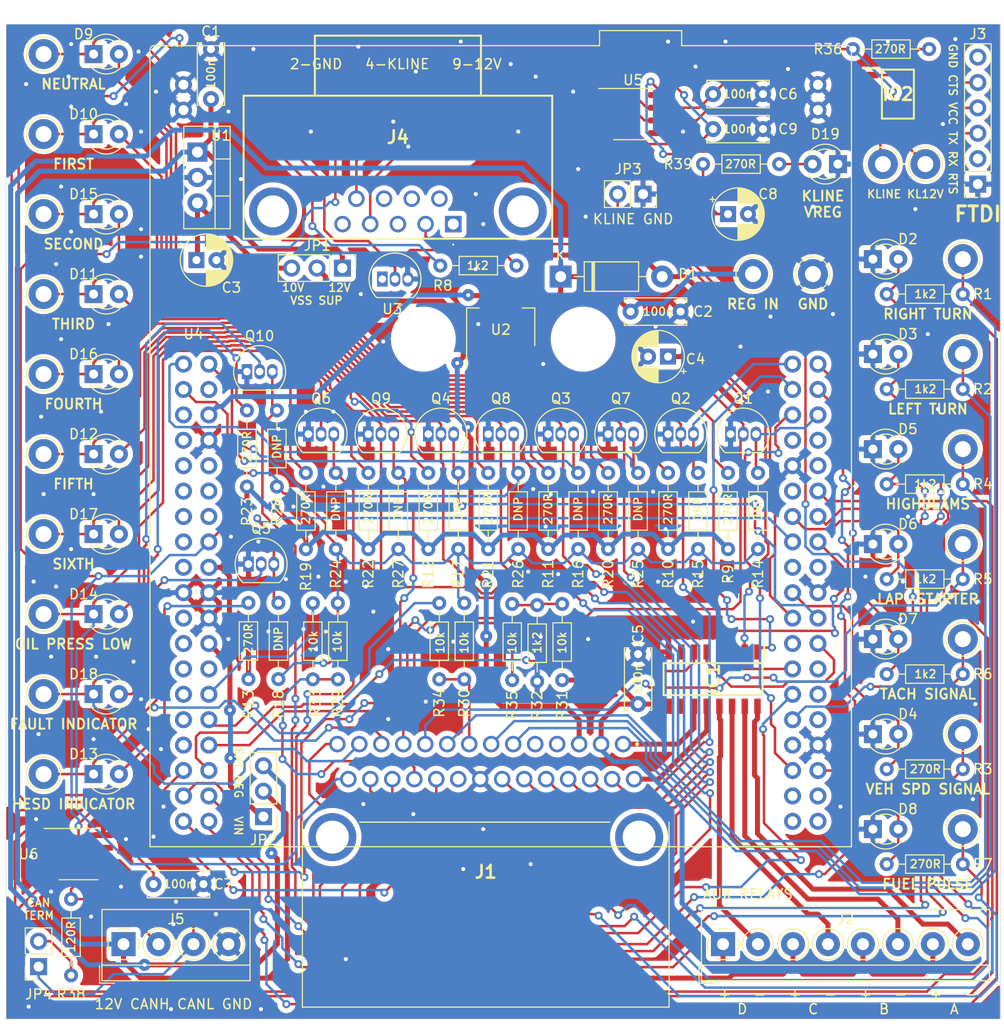
<source format=kicad_pcb>
(kicad_pcb (version 20240108) (generator "pcbnew") (generator_version "8.0")
  (layers (0 "F.Cu" signal) (31 "B.Cu" signal) (34 "B.Paste" user) (35 "F.Paste" user) (36 "B.SilkS" user "B.Silkscreen") (37 "F.SilkS" user "F.Silkscreen") (38 "B.Mask" user) (39 "F.Mask" user) (44 "Edge.Cuts" user))
  (net 0 "")
  (net 1 "+12V")
  (net 2 "GND")
  (net 3 "Net-(C2-Pad2)")
  (net 4 "+10V")
  (net 5 "/E5V")
  (net 6 "/K-LINE_12V")
  (net 7 "+3V3")
  (net 8 "/MCP2021_VREG")
  (net 9 "/TURN_R_3V3")
  (net 10 "/TURN_L_3V3")
  (net 11 "/SP_SIG_3V3")
  (net 12 "/HIGHBEAM_3V3")
  (net 13 "/LAP-STARTER_3V3")
  (net 14 "/TA_SIG_3V3")
  (net 15 "/FUEL_PULSE_3V3")
  (net 16 "Net-(D9-Pad2)")
  (net 17 "/NEUTRAL")
  (net 18 "Net-(D10-Pad2)")
  (net 19 "/1ST")
  (net 20 "Net-(D11-Pad2)")
  (net 21 "/3RD")
  (net 22 "Net-(D12-Pad2)")
  (net 23 "/5TH")
  (net 24 "Net-(D13-Pad2)")
  (net 25 "/HESD")
  (net 26 "Net-(D14-Pad2)")
  (net 27 "/OIL")
  (net 28 "Net-(D15-Pad2)")
  (net 29 "/2ND")
  (net 30 "Net-(D16-Pad2)")
  (net 31 "/4TH")
  (net 32 "Net-(D17-Pad2)")
  (net 33 "/6TH")
  (net 34 "Net-(D18-Pad2)")
  (net 35 "/FAULT_IND")
  (net 36 "Net-(D19-Pad2)")
  (net 37 "/HEADLIGHT_RELAY")
  (net 38 "/LAP_RELAY")
  (net 39 "/RELAY_A")
  (net 40 "/RELAY_B")
  (net 41 "/RELAY_C")
  (net 42 "/RELAY_D")
  (net 43 "Net-(IC1-Pad10)")
  (net 44 "Net-(IC1-Pad7)")
  (net 45 "/RLY_D_3V3")
  (net 46 "/RLY_C_3V3")
  (net 47 "/RLY_B_3V3")
  (net 48 "/RLY_A_3V3")
  (net 49 "/LAP_RLY_3V3")
  (net 50 "/HL_RLY_3V3")
  (net 51 "/FTDI_VDD")
  (net 52 "/FTDI_RX")
  (net 53 "/FTDI_TX")
  (net 54 "/K-LINE")
  (net 55 "Net-(IC2-Pad2)")
  (net 56 "Net-(IC2-Pad1)")
  (net 57 "Net-(J1-PadMH2)")
  (net 58 "Net-(J1-PadMH1)")
  (net 59 "/FUEL_PULSE")
  (net 60 "/TA_SIG")
  (net 61 "/TEMP")
  (net 62 "/BATT")
  (net 63 "Net-(J1-Pad23)")
  (net 64 "/SP_SIG")
  (net 65 "/LAP-STARTER")
  (net 66 "/HIGHBEAM")
  (net 67 "/FUEL")
  (net 68 "/TURN_L")
  (net 69 "/TURN_R")
  (net 70 "Net-(J1-Pad5)")
  (net 71 "Net-(J1-Pad4)")
  (net 72 "/SP_VCC")
  (net 73 "/RTS")
  (net 74 "/CTS")
  (net 75 "Net-(J4-Pad8)")
  (net 76 "Net-(J4-Pad7)")
  (net 77 "Net-(J4-Pad6)")
  (net 78 "Net-(J4-Pad5)")
  (net 79 "Net-(J4-Pad3)")
  (net 80 "Net-(J4-Pad2)")
  (net 81 "Net-(J4-Pad1)")
  (net 82 "/CANL")
  (net 83 "/CANH")
  (net 84 "/VIN")
  (net 85 "Net-(JP4-Pad2)")
  (net 86 "/NEUTRAL_3V3")
  (net 87 "/1ST_3V3")
  (net 88 "/3RD_3V3")
  (net 89 "/5TH_3V3")
  (net 90 "/HESD_3V3")
  (net 91 "/OIL_3V3")
  (net 92 "/2ND_3V3")
  (net 93 "/4TH_3V3")
  (net 94 "/6TH_3V3")
  (net 95 "/FAULT_IND_3V3")
  (net 96 "+3V0")
  (net 97 "+5V")
  (net 98 "Net-(R31-Pad2)")
  (net 99 "/TEMP_ADC")
  (net 100 "/FUEL_ADC")
  (net 101 "/12V_ADC")
  (net 102 "Net-(U4-Pad4)")
  (net 103 "Net-(U4-Pad5)")
  (net 104 "Net-(U4-Pad7)")
  (net 105 "Net-(U4-Pad9)")
  (net 106 "Net-(U4-Pad10)")
  (net 107 "Net-(U4-Pad11)")
  (net 108 "Net-(U4-Pad12)")
  (net 109 "Net-(U4-Pad13)")
  (net 110 "Net-(U4-Pad14)")
  (net 111 "Net-(U4-Pad15)")
  (net 112 "Net-(U4-Pad17)")
  (net 113 "/SDA")
  (net 114 "Net-(U4-Pad23)")
  (net 115 "Net-(U4-Pad25)")
  (net 116 "Net-(U4-Pad26)")
  (net 117 "Net-(U4-Pad27)")
  (net 118 "Net-(U4-Pad29)")
  (net 119 "Net-(U4-Pad31)")
  (net 120 "Net-(U4-Pad45)")
  (net 121 "Net-(U4-Pad46)")
  (net 122 "Net-(U4-Pad48)")
  (net 123 "Net-(U4-Pad49)")
  (net 124 "/CAN_TX")
  (net 125 "/CAN_RX")
  (net 126 "/SCL")
  (net 127 "Net-(U4-Pad56)")
  (net 128 "/UART1_TX")
  (net 129 "Net-(U4-Pad61)")
  (net 130 "/SP2_MOSI")
  (net 131 "/SP2_MISO")
  (net 132 "/~{MCP2021_FLT}")
  (net 133 "/SP2_CLK")
  (net 134 "Net-(U4-Pad69)")
  (net 135 "/UART1_RX")
  (net 136 "Net-(U4-Pad73)")
  (net 137 "Net-(U4-Pad74)")
  (net 138 "Net-(U4-Pad75)")
  (net 139 "Net-(U4-Pad76)")
  (footprint "Capacitor_THT:C_Disc_D6.0mm_W2.5mm_P5.00mm" (layer "F.Cu") (at 100.75 41.5 -90)
    (property "Reference" "C1")
    (property "Value" "100n")
  )
  (footprint "Capacitor_THT:C_Disc_D6.0mm_W2.5mm_P5.00mm" (layer "F.Cu") (at 147.75 67.75 180)
    (property "Reference" "C2")
    (property "Value" "100n")
  )
  (footprint "Capacitor_THT:CP_Radial_D5.0mm_P2.00mm" (layer "F.Cu") (at 99.3 62.6)
    (property "Reference" "C3")
    (property "Value" "100u")
  )
  (footprint "Capacitor_THT:CP_Radial_D5.0mm_P2.00mm" (layer "F.Cu") (at 146.5 72.25 180)
    (property "Reference" "C4")
    (property "Value" "100u")
  )
  (footprint "Capacitor_THT:C_Disc_D6.0mm_W2.5mm_P5.00mm" (layer "F.Cu") (at 143.5 102 -90)
    (property "Reference" "C5")
    (property "Value" "100n")
  )
  (footprint "Capacitor_THT:C_Disc_D6.0mm_W2.5mm_P5.00mm" (layer "F.Cu") (at 151 46)
    (property "Reference" "C6")
    (property "Value" "100n")
  )
  (footprint "Capacitor_THT:C_Disc_D6.0mm_W2.5mm_P5.00mm" (layer "F.Cu") (at 100 125 180)
    (property "Reference" "C7")
    (property "Value" "100n")
  )
  (footprint "Capacitor_THT:CP_Radial_D5.0mm_P2.00mm" (layer "F.Cu") (at 152.5 58)
    (property "Reference" "C8")
    (property "Value" "100u")
  )
  (footprint "Capacitor_THT:C_Disc_D6.0mm_W2.5mm_P5.00mm" (layer "F.Cu") (at 156 49.5 180)
    (property "Reference" "C9")
    (property "Value" "100n")
  )
  (footprint "Diode_THT:D_DO-41_SOD81_P10.16mm_Horizontal" (layer "F.Cu") (at 135.75 64.25)
    (property "Reference" "D1")
    (property "Value" "1N4002")
  )
  (footprint "LED_THT:LED_D3.0mm" (layer "F.Cu") (at 167 72)
    (property "Reference" "D3")
    (property "Value" "LED")
  )
  (footprint "LED_THT:LED_D3.0mm" (layer "F.Cu") (at 167 110)
    (property "Reference" "D4")
    (property "Value" "LED_DNP")
  )
  (footprint "LED_THT:LED_D3.0mm" (layer "F.Cu") (at 167 81.5)
    (property "Reference" "D5")
    (property "Value" "LED")
  )
  (footprint "LED_THT:LED_D3.0mm" (layer "F.Cu") (at 167 91)
    (property "Reference" "D6")
    (property "Value" "LED")
  )
  (footprint "LED_THT:LED_D3.0mm" (layer "F.Cu") (at 167 100.5)
    (property "Reference" "D7")
    (property "Value" "LED")
  )
  (footprint "LED_THT:LED_D3.0mm" (layer "F.Cu") (at 167 119.5)
    (property "Reference" "D8")
    (property "Value" "LED_DNP")
  )
  (footprint "LED_THT:LED_D3.0mm" (layer "F.Cu") (at 89 50)
    (property "Reference" "D10")
    (property "Value" "LED")
  )
  (footprint "LED_THT:LED_D3.0mm" (layer "F.Cu") (at 89 66)
    (property "Reference" "D11")
    (property "Value" "LED")
  )
  (footprint "LED_THT:LED_D3.0mm" (layer "F.Cu") (at 89 82)
    (property "Reference" "D12")
    (property "Value" "LED")
  )
  (footprint "LED_THT:LED_D3.0mm" (layer "F.Cu") (at 89 114)
    (property "Reference" "D13")
    (property "Value" "LED")
  )
  (footprint "LED_THT:LED_D3.0mm" (layer "F.Cu") (at 89 98)
    (property "Reference" "D14")
    (property "Value" "LED")
  )
  (footprint "LED_THT:LED_D3.0mm" (layer "F.Cu") (at 89 58)
    (property "Reference" "D15")
    (property "Value" "LED")
  )
  (footprint "LED_THT:LED_D3.0mm" (layer "F.Cu") (at 89 74)
    (property "Reference" "D16")
    (property "Value" "LED")
  )
  (footprint "LED_THT:LED_D3.0mm" (layer "F.Cu") (at 89 90)
    (property "Reference" "D17")
    (property "Value" "LED")
  )
  (footprint "LED_THT:LED_D3.0mm" (layer "F.Cu") (at 89 106)
    (property "Reference" "D18")
    (property "Value" "LED")
  )
  (footprint "LED_THT:LED_D3.0mm" (layer "F.Cu") (at 163.5 53 180)
    (property "Reference" "D19")
    (property "Value" "LED")
  )
  (footprint "SamacSys_Parts:SOIC127P600X175-16N" (layer "F.Cu") (at 151 104.5 -90)
    (property "Reference" "IC1")
    (property "Value" "TPL7407LADR" (hide yes))
  )
  (footprint "SamacSys_Parts:SOIC127P600X175-8N" (layer "F.Cu") (at 169.5 46)
    (property "Reference" "IC2")
    (property "Value" "MC33660BEFR2" (hide yes))
  )
  (footprint "SamacSys_Parts:L717SDE09P1ACH4R" (layer "F.Cu") (at 125 59 180)
    (property "Reference" "J4")
    (property "Value" "DB9_Male" (hide yes))
  )
  (footprint "Connector_PinHeader_2.54mm:PinHeader_1x03_P2.54mm_Vertical" (layer "F.Cu") (at 106 118.25 180)
    (property "Reference" "JP2")
    (property "Value" "PWR_SEL")
  )
  (footprint "Connector_PinSocket_2.54mm:PinSocket_1x02_P2.54mm_Vertical" (layer "F.Cu") (at 144 56 -90)
    (property "Reference" "JP3")
    (property "Value" "K-LINE_GND")
  )
  (footprint "Connector_PinSocket_2.54mm:PinSocket_1x02_P2.54mm_Vertical" (layer "F.Cu") (at 83.5 133.25 180)
    (property "Reference" "JP4")
    (property "Value" "CAN_TERM")
  )
  (footprint "Package_TO_SOT_THT:TO-92_Inline" (layer "F.Cu") (at 152.75 80)
    (property "Reference" "Q1")
    (property "Value" "2N7000")
  )
  (footprint "Package_TO_SOT_THT:TO-92_Inline" (layer "F.Cu") (at 146.5 80)
    (property "Reference" "Q2")
    (property "Value" "2N7000")
  )
  (footprint "Package_TO_SOT_THT:TO-92_Inline" (layer "F.Cu") (at 134.5 80)
    (property "Reference" "Q3")
    (property "Value" "2N7000")
  )
  (footprint "Package_TO_SOT_THT:TO-92_Inline" (layer "F.Cu") (at 122.5 80)
    (property "Reference" "Q4")
    (property "Value" "2N7000")
  )
  (footprint "Package_TO_SOT_THT:TO-92_Inline" (layer "F.Cu") (at 104.5 93)
    (property "Reference" "Q5")
    (property "Value" "2N7000")
  )
  (footprint "Package_TO_SOT_THT:TO-92_Inline" (layer "F.Cu") (at 110.5 80)
    (property "Reference" "Q6")
    (property "Value" "2N7000")
  )
  (footprint "Package_TO_SOT_THT:TO-92_Inline" (layer "F.Cu") (at 140.5 80)
    (property "Reference" "Q7")
    (property "Value" "2N7000")
  )
  (footprint "Package_TO_SOT_THT:TO-92_Inline" (layer "F.Cu") (at 128.5 80)
    (property "Reference" "Q8")
    (property "Value" "2N7000")
  )
  (footprint "Package_TO_SOT_THT:TO-92_Inline" (layer "F.Cu") (at 116.5 80)
    (property "Reference" "Q9")
    (property "Value" "2N7000")
  )
  (footprint "Package_TO_SOT_THT:TO-92_Inline" (layer "F.Cu") (at 104.35 73.75)
    (property "Reference" "Q10")
    (property "Value" "2N7000")
  )
  (footprint "Resistor_THT:R_Axial_DIN0204_L3.6mm_D1.6mm_P7.62mm_Horizontal" (layer "F.Cu") (at 176 75.5 180)
    (property "Reference" "R2")
    (property "Value" "1k2")
  )
  (footprint "Resistor_THT:R_Axial_DIN0204_L3.6mm_D1.6mm_P7.62mm_Horizontal" (layer "F.Cu") (at 176 113.5 180)
    (property "Reference" "R3")
    (property "Value" "270R")
  )
  (footprint "Resistor_THT:R_Axial_DIN0204_L3.6mm_D1.6mm_P7.62mm_Horizontal" (layer "F.Cu") (at 176 85 180)
    (property "Reference" "R4")
    (property "Value" "1k2")
  )
  (footprint "Resistor_THT:R_Axial_DIN0204_L3.6mm_D1.6mm_P7.62mm_Horizontal" (layer "F.Cu") (at 176 94.5 180)
    (property "Reference" "R5")
    (property "Value" "1k2")
  )
  (footprint "Resistor_THT:R_Axial_DIN0204_L3.6mm_D1.6mm_P7.62mm_Horizontal" (layer "F.Cu") (at 176 104 180)
    (property "Reference" "R6")
    (property "Value" "1k2")
  )
  (footprint "Resistor_THT:R_Axial_DIN0204_L3.6mm_D1.6mm_P7.62mm_Horizontal" (layer "F.Cu") (at 176 123 180)
    (property "Reference" "R7")
    (property "Value" "270R")
  )
  (footprint "Resistor_THT:R_Axial_DIN0204_L3.6mm_D1.6mm_P7.62mm_Horizontal" (layer "F.Cu") (at 152.5 91.5 90)
    (property "Reference" "R9")
    (property "Value" "270R")
  )
  (footprint "Resistor_THT:R_Axial_DIN0204_L3.6mm_D1.6mm_P7.62mm_Horizontal" (layer "F.Cu") (at 146.5 91.5 90)
    (property "Reference" "R10")
    (property "Value" "270R")
  )
  (footprint "Resistor_THT:R_Axial_DIN0204_L3.6mm_D1.6mm_P7.62mm_Horizontal" (layer "F.Cu") (at 134.5 91.5 90)
    (property "Reference" "R11")
    (property "Value" "270R")
  )
  (footprint "Resistor_THT:R_Axial_DIN0204_L3.6mm_D1.6mm_P7.62mm_Horizontal" (layer "F.Cu") (at 122.5 91.5 90)
    (property "Reference" "R12")
    (property "Value" "270R")
  )
  (footprint "Resistor_THT:R_Axial_DIN0204_L3.6mm_D1.6mm_P7.62mm_Horizontal" (layer "F.Cu") (at 104.5 104.5 90)
    (property "Reference" "R13")
    (property "Value" "270R")
  )
  (footprint "Resistor_THT:R_Axial_DIN0204_L3.6mm_D1.6mm_P7.62mm_Horizontal" (layer "F.Cu") (at 155.5 91.5 90)
    (property "Reference" "R14")
    (property "Value" "10k-DNP")
  )
  (footprint "Resistor_THT:R_Axial_DIN0204_L3.6mm_D1.6mm_P7.62mm_Horizontal" (layer "F.Cu") (at 149.5 91.5 90)
    (property "Reference" "R15")
    (property "Value" "10k-DNP")
  )
  (footprint "Resistor_THT:R_Axial_DIN0204_L3.6mm_D1.6mm_P7.62mm_Horizontal" (layer "F.Cu") (at 137.5 91.5 90)
    (property "Reference" "R16")
    (property "Value" "10k-DNP")
  )
  (footprint "Resistor_THT:R_Axial_DIN0204_L3.6mm_D1.6mm_P7.62mm_Horizontal" (layer "F.Cu") (at 125.5 91.5 90)
    (property "Reference" "R17")
    (property "Value" "10k-DNP")
  )
  (footprint "Resistor_THT:R_Axial_DIN0204_L3.6mm_D1.6mm_P7.62mm_Horizontal" (layer "F.Cu") (at 107.5 104.5 90)
    (property "Reference" "R18")
    (property "Value" "10k-DNP")
  )
  (footprint "Resistor_THT:R_Axial_DIN0204_L3.6mm_D1.6mm_P7.62mm_Horizontal" (layer "F.Cu") (at 110.25 91.5 90)
    (property "Reference" "R19")
    (property "Value" "270R")
  )
  (footprint "Resistor_THT:R_Axial_DIN0204_L3.6mm_D1.6mm_P7.62mm_Horizontal" (layer "F.Cu") (at 140.5 91.5 90)
    (property "Reference" "R20")
    (property "Value" "270R")
  )
  (footprint "Resistor_THT:R_Axial_DIN0204_L3.6mm_D1.6mm_P7.62mm_Horizontal" (layer "F.Cu") (at 128.5 91.5 90)
    (property "Reference" "R21")
    (property "Value" "270R")
  )
  (footprint "Resistor_THT:R_Axial_DIN0204_L3.6mm_D1.6mm_P7.62mm_Horizontal" (layer "F.Cu") (at 116.5 91.5 90)
    (property "Reference" "R22")
    (property "Value" "270R")
  )
  (footprint "Resistor_THT:R_Axial_DIN0204_L3.6mm_D1.6mm_P7.62mm_Horizontal" (layer "F.Cu") (at 104.35 85.25 90)
    (property "Reference" "R23")
    (property "Value" "270R")
  )
  (footprint "Resistor_THT:R_Axial_DIN0204_L3.6mm_D1.6mm_P7.62mm_Horizontal" (layer "F.Cu") (at 113.25 91.5 90)
    (property "Reference" "R24")
    (property "Value" "10k-DNP")
  )
  (footprint "Resistor_THT:R_Axial_DIN0204_L3.6mm_D1.6mm_P7.62mm_Horizontal" (layer "F.Cu") (at 143.5 91.5 90)
    (property "Reference" "R25")
    (property "Value" "10k-DNP")
  )
  (footprint "Resistor_THT:R_Axial_DIN0204_L3.6mm_D1.6mm_P7.62mm_Horizontal" (layer "F.Cu") (at 131.5 91.5 90)
    (property "Reference" "R26")
    (property "Value" "10k-DNP")
  )
  (footprint "Resistor_THT:R_Axial_DIN0204_L3.6mm_D1.6mm_P7.62mm_Horizontal" (layer "F.Cu") (at 119.5 91.5 90)
    (property "Reference" "R27")
    (property "Value" "10k-DNP")
  )
  (footprint "Resistor_THT:R_Axial_DIN0204_L3.6mm_D1.6mm_P7.62mm_Horizontal" (layer "F.Cu") (at 107.35 85.25 90)
    (property "Reference" "R28")
    (property "Value" "10k-DNP")
  )
  (footprint "Resistor_THT:R_Axial_DIN0204_L3.6mm_D1.6mm_P7.62mm_Horizontal" (layer "F.Cu") (at 113.45 96.9 -90)
    (property "Reference" "R29")
    (property "Value" "10k")
  )
  (footprint "Resistor_THT:R_Axial_DIN0204_L3.6mm_D1.6mm_P7.62mm_Horizontal" (layer "F.Cu") (at 126.1 96.9 -90)
    (property "Reference" "R30")
    (property "Value" "10k")
  )
  (footprint "Resistor_THT:R_Axial_DIN0204_L3.6mm_D1.6mm_P7.62mm_Horizontal" (layer "F.Cu") (at 135.9 104.6 90)
    (property "Reference" "R31")
    (property "Value" "10k")
  )
  (footprint "Resistor_THT:R_Axial_DIN0204_L3.6mm_D1.6mm_P7.62mm_Horizontal" (layer "F.Cu") (at 133.4 97.1 -90)
    (property "Reference" "R32")
    (property "Value" "1k2")
  )
  (footprint "Resistor_THT:R_Axial_DIN0204_L3.6mm_D1.6mm_P7.62mm_Horizontal" (layer "F.Cu") (at 110.95 96.9 -90)
    (property "Reference" "R33")
    (property "Value" "10k")
  )
  (footprint "Resistor_THT:R_Axial_DIN0204_L3.6mm_D1.6mm_P7.62mm_Horizontal" (layer "F.Cu") (at 123.6 96.9 -90)
    (property "Reference" "R34")
    (property "Value" "10k")
  )
  (footprint "Resistor_THT:R_Axial_DIN0204_L3.6mm_D1.6mm_P7.62mm_Horizontal" (layer "F.Cu") (at 130.9 104.6 90)
    (property "Reference" "R35")
    (property "Value" "10k")
  )
  (footprint "Resistor_THT:R_Axial_DIN0204_L3.6mm_D1.6mm_P7.62mm_Horizontal" (layer "F.Cu") (at 165 41.5)
    (property "Reference" "R36")
    (property "Value" "270R")
  )
  (footprint "Resistor_THT:R_Axial_DIN0204_L3.6mm_D1.6mm_P7.62mm_Horizontal" (layer "F.Cu") (at 86.75 126.5 -90)
    (property "Reference" "R38")
    (property "Value" "120R")
  )
  (footprint "Resistor_THT:R_Axial_DIN0204_L3.6mm_D1.6mm_P7.62mm_Horizontal" (layer "F.Cu") (at 150 53)
    (property "Reference" "R39")
    (property "Value" "270R")
  )
  (footprint "TestPoint:TestPoint_Loop_D2.60mm_Drill1.6mm_Beaded" (layer "F.Cu") (at 155 64)
    (property "Reference" "TP1" (hide yes))
    (property "Value" "TP")
  )
  (footprint "TestPoint:TestPoint_Loop_D2.60mm_Drill1.6mm_Beaded" (layer "F.Cu") (at 161 64)
    (property "Reference" "TP3" (hide yes))
    (property "Value" "TP")
  )
  (footprint "TestPoint:TestPoint_Loop_D2.60mm_Drill1.6mm_Beaded" (layer "F.Cu") (at 176 110)
    (property "Reference" "TP7" (hide yes))
    (property "Value" "TP")
  )
  (footprint "TestPoint:TestPoint_Loop_D2.60mm_Drill1.6mm_Beaded" (layer "F.Cu") (at 176 81.5)
    (property "Reference" "TP8" (hide yes))
    (property "Value" "TP")
  )
  (footprint "TestPoint:TestPoint_Loop_D2.60mm_Drill1.6mm_Beaded" (layer "F.Cu") (at 176 91)
    (property "Reference" "TP9" (hide yes))
    (property "Value" "TP")
  )
  (footprint "TestPoint:TestPoint_Loop_D2.60mm_Drill1.6mm_Beaded" (layer "F.Cu") (at 176 100.5)
    (property "Reference" "TP10" (hide yes))
    (property "Value" "TP")
  )
  (footprint "TestPoint:TestPoint_Loop_D2.60mm_Drill1.6mm_Beaded" (layer "F.Cu") (at 176 119.5)
    (property "Reference" "TP11" (hide yes))
    (property "Value" "TP")
  )
  (footprint "TestPoint:TestPoint_Loop_D2.60mm_Drill1.6mm_Beaded" (layer "F.Cu") (at 84 42)
    (property "Reference" "TP12" (hide yes))
    (property "Value" "TP")
  )
  (footprint "TestPoint:TestPoint_Loop_D2.60mm_Drill1.6mm_Beaded" (layer "F.Cu") (at 84 50)
    (property "Reference" "TP13" (hide yes))
    (property "Value" "TP")
  )
  (footprint "TestPoint:TestPoint_Loop_D2.60mm_Drill1.6mm_Beaded" (layer "F.Cu") (at 84 82)
    (property "Reference" "TP15" (hide yes))
    (property "Value" "TP")
  )
  (footprint "TestPoint:TestPoint_Loop_D2.60mm_Drill1.6mm_Beaded" (layer "F.Cu") (at 84 114)
    (property "Reference" "TP16" (hide yes))
    (property "Value" "TP")
  )
  (footprint "TestPoint:TestPoint_Loop_D2.60mm_Drill1.6mm_Beaded" (layer "F.Cu") (at 84 98)
    (property "Reference" "TP17" (hide yes))
    (property "Value" "TP")
  )
  (footprint "TestPoint:TestPoint_Loop_D2.60mm_Drill1.6mm_Beaded" (layer "F.Cu") (at 84 58)
    (property "Reference" "TP18" (hide yes))
    (property "Value" "TP")
  )
  (footprint "TestPoint:TestPoint_Loop_D2.60mm_Drill1.6mm_Beaded" (layer "F.Cu") (at 84 74)
    (property "Reference" "TP19" (hide yes))
    (property "Value" "TP")
  )
  (footprint "TestPoint:TestPoint_Loop_D2.60mm_Drill1.6mm_Beaded" (layer "F.Cu") (at 84 90)
    (property "Reference" "TP20" (hide yes))
    (property "Value" "TP")
  )
  (footprint "TestPoint:TestPoint_Loop_D2.60mm_Drill1.6mm_Beaded" (layer "F.Cu") (at 84 106)
    (property "Reference" "TP21" (hide yes))
    (property "Value" "TP")
  )
  (footprint "Package_TO_SOT_THT:TO-92_Inline" (layer "F.Cu") (at 117.9 64.5)
    (property "Reference" "U3")
    (property "Value" "LM4040LP-3")
  )
  (footprint "Package_SO:SOIC-8_3.9x4.9mm_P1.27mm" (layer "F.Cu") (at 143 48)
    (property "Reference" "U5")
    (property "Value" "MCP2021A-xxxxSN")
  )
  (footprint "Package_SO:SOIC-8_3.9x4.9mm_P1.27mm" (layer "F.Cu") (at 87.5 122)
    (property "Reference" "U6")
    (property "Value" "SN65HVD233")
  )
  (footprint "SamacSys_Parts:MX34028NF2" (layer "F.Cu") (at 142 111)
    (property "Reference" "J1")
    (property "Value" "MX34028NF2" (hide yes))
  )
  (footprint "TerminalBlock_4Ucon:TerminalBlock_4Ucon_1x08_P3.50mm_Horizontal" (layer "F.Cu") (at 152 131)
    (property "Reference" "J2")
    (property "Value" "Relays")
  )
  (footprint "TestPoint:TestPoint_Loop_D2.60mm_Drill1.6mm_Beaded" (layer "F.Cu") (at 172.25 53)
    (property "Reference" "TP22" (hide yes))
    (property "Value" "TP")
  )
  (footprint "TerminalBlock_4Ucon:TerminalBlock_4Ucon_1x04_P3.50mm_Horizontal" (layer "F.Cu") (at 92 131)
    (property "Reference" "J5")
    (property "Value" "CAN")
  )
  (footprint "Connector_PinSocket_2.54mm:PinSocket_1x06_P2.54mm_Vertical" (layer "F.Cu") (at 177.5 55 180)
    (property "Reference" "J3")
    (property "Value" "FTDI")
  )
  (footprint "TestPoint:TestPoint_Loop_D2.60mm_Drill1.6mm_Beaded" (layer "F.Cu") (at 168 53)
    (property "Reference" "TP23" (hide yes))
    (property "Value" "TP")
  )
  (footprint "LED_THT:LED_D3.0mm" (layer "F.Cu") (at 89 42)
    (property "Reference" "D9")
    (property "Value" "LED")
  )
  (footprint "TestPoint:TestPoint_Loop_D2.60mm_Drill1.6mm_Beaded" (layer "F.Cu") (at 84 66)
    (property "Reference" "TP14" (hide yes))
    (property "Value" "TP")
  )
  (footprint "Resistor_THT:R_Axial_DIN0204_L3.6mm_D1.6mm_P7.62mm_Horizontal" (layer "F.Cu") (at 176 66 180)
    (property "Reference" "R1")
    (property "Value" "1k2")
  )
  (footprint "LED_THT:LED_D3.0mm" (layer "F.Cu") (at 167 62.5)
    (property "Reference" "D2")
    (property "Value" "LED")
  )
  (footprint "TestPoint:TestPoint_Loop_D2.60mm_Drill1.6mm_Beaded" (layer "F.Cu") (at 176 62.5)
    (property "Reference" "TP5" (hide yes))
    (property "Value" "TP")
  )
  (footprint "TestPoint:TestPoint_Loop_D2.60mm_Drill1.6mm_Beaded" (layer "F.Cu") (at 176 72)
    (property "Reference" "TP6" (hide yes))
    (property "Value" "TP")
  )
  (footprint "custom:ST_Morpho_Connector_64" (layer "F.Cu") (at 98 73)
    (property "Reference" "U4")
    (property "Value" "NUCLEO-F103RB")
  )
  (footprint "Package_TO_SOT_SMD:SOT-223-3_TabPin2" (layer "F.Cu") (at 129.75 69.3 90)
    (property "Reference" "U2")
    (property "Value" "TLV1117-50")
  )
  (footprint "Package_TO_SOT_THT:TO-220-3_Vertical" (layer "F.Cu") (at 99.4 51.8 -90)
    (property "Reference" "U1")
    (property "Value" "LM2940T")
  )
  (footprint "Connector_PinHeader_2.54mm:PinHeader_1x03_P2.54mm_Vertical" (layer "F.Cu") (at 113.9 63.4 -90)
    (property "Reference" "JP1")
    (property "Value" "SP-VCC-SEL")
  )
  (footprint "Resistor_THT:R_Axial_DIN0204_L3.6mm_D1.6mm_P7.62mm_Horizontal" (layer "F.Cu") (at 123.7 63.15)
    (property "Reference" "R8")
    (property "Value" "1k2")
  )
  (gr_line (start 80.25 138.5) (end 80.25 39) (stroke (width 0.05)) (layer "Edge.Cuts"))
  (gr_line (start 179.75 39) (end 179.75 138.5) (stroke (width 0.05)) (layer "Edge.Cuts"))
  (gr_line (start 179.75 138.5) (end 80.25 138.5) (stroke (width 0.05)) (layer "Edge.Cuts"))
  (gr_line (start 80.25 39) (end 179.75 39) (stroke (width 0.05)) (layer "Edge.Cuts"))
  (gr_text "D        C        B        A" (at 164.5 137.5 0) (layer "F.SilkS") (effects (font (size 1 1))))
  (gr_text "2-GND   4-KLINE   9-12V" (at 119.25 43 0) (layer "F.SilkS") (effects (font (size 1 1))))
  (gr_text "CAN\nTERM" (at 83.5 127.5 0) (layer "F.SilkS") (effects (font (size 0.8 0.8))))
  (gr_text "120R" (at 86.75 130.25 90) (layer "F.SilkS") (effects (font (size 0.8 0.8))))
  (gr_text "100n" (at 153.5 46 0) (layer "F.SilkS") (effects (font (size 0.8 0.8))))
  (gr_text "270R" (at 168.75 41.5 0) (layer "F.SilkS") (effects (font (size 0.8 0.8))))
  (gr_text "100n" (at 97.5 125 0) (layer "F.SilkS") (effects (font (size 0.8 0.8))))
  (gr_text "NEUTRAL" (at 87 45 0) (layer "F.SilkS") (effects (font (size 1 1) (thickness 0.2))))
  (gr_text "HESD INDICATOR" (at 87 117 0) (layer "F.SilkS") (effects (font (size 1 1) (thickness 0.2))))
  (gr_text "1k2" (at 172.25 66 0) (layer "F.SilkS") (effects (font (size 0.8 0.8))))
  (gr_text "RIGHT TURN" (at 172.5 68 0) (layer "F.SilkS") (effects (font (size 1 1) (thickness 0.2))))
  (gr_text "FUEL PULSE" (at 172.5 125 0) (layer "F.SilkS") (effects (font (size 1 1) (thickness 0.2))))
  (gr_text "270R" (at 172.25 123 0) (layer "F.SilkS") (effects (font (size 0.8 0.8))))
  (gr_text "100n" (at 143.5 104.5 90) (layer "F.SilkS") (effects (font (size 0.8 0.8))))
  (gr_text "270R" (at 152.5 87.5 90) (layer "F.SilkS") (effects (font (size 0.8 0.8))))
  (gr_text "DNP" (at 155.5 87.5 90) (layer "F.SilkS") (effects (font (size 0.8 0.8))))
  (gr_text "270R" (at 104.35 81.25 90) (layer "F.SilkS") (effects (font (size 0.8 0.8))))
  (gr_text "DNP" (at 107.35 81.25 90) (layer "F.SilkS") (effects (font (size 0.8 0.8))))
  (gr_text "10k" (at 135.9 100.85 90) (layer "F.SilkS") (effects (font (size 0.8 0.8))))
  (gr_text "10k" (at 130.9 100.85 90) (layer "F.SilkS") (effects (font (size 0.8 0.8))))
  (gr_text "100n" (at 145.5 67.75 0) (layer "F.SilkS") (effects (font (size 0.8 0.8))))
  (gr_text "EXT REG   VIN" (at 103.5 115.75 270) (layer "F.SilkS") (effects (font (size 0.8 0.8))))
  (gr_text "270R" (at 110.25 87.5 90) (layer "F.SilkS") (effects (font (size 0.8 0.8))))
  (gr_text "DNP" (at 113.25 87.5 90) (layer "F.SilkS") (effects (font (size 0.8 0.8))))
  (gr_text "100n" (at 100.75 44 90) (layer "F.SilkS") (effects (font (size 0.8 0.8))))
  (gr_text "10V    12V\nVSS SUP" (at 111.3 66 0) (layer "F.SilkS") (effects (font (size 0.8 0.8))))
  (gr_text "10k" (at 111 100.75 90) (layer "F.SilkS") (effects (font (size 0.8 0.8))))
  (gr_text "1k2" (at 127.45 63.15 0) (layer "F.SilkS") (effects (font (size 0.8 0.8))))
  (gr_text "GND" (at 161 67 0) (layer "F.SilkS") (effects (font (size 1 1) (thickness 0.2))))
  (gr_text "REG IN" (at 155 67 0) (layer "F.SilkS") (effects (font (size 1 1) (thickness 0.2))))
  (gr_text "KLINE\nVREG" (at 162 57 0) (layer "F.SilkS") (effects (font (size 1 1) (thickness 0.2))))
  (gr_text "VEH SPD SIGNAL" (at 172.5 115.5 0) (layer "F.SilkS") (effects (font (size 1 1) (thickness 0.2))))
  (gr_text "FAULT INDICATOR" (at 87 109 0) (layer "F.SilkS") (effects (font (size 1 1) (thickness 0.2))))
  (gr_text "SIXTH" (at 87 93 0) (layer "F.SilkS") (effects (font (size 1 1) (thickness 0.2))))
  (gr_text "10k" (at 113.4 100.75 90) (layer "F.SilkS") (effects (font (size 0.8 0.8))))
  (gr_text "270R" (at 116.5 87.5 90) (layer "F.SilkS") (effects (font (size 0.8 0.8))))
  (gr_text "THIRD" (at 87 69 0) (layer "F.SilkS") (effects (font (size 1 1) (thickness 0.2))))
  (gr_text "AUX RELAYS" (at 154.5 126 0) (layer "F.SilkS") (effects (font (size 1 1))))
  (gr_text "10k" (at 126.1 100.85 90) (layer "F.SilkS") (effects (font (size 0.8 0.8))))
  (gr_text "LEFT TURN" (at 172.5 77.5 0) (layer "F.SilkS") (effects (font (size 1 1) (thickness 0.2))))
  (gr_text "FIFTH" (at 87 85 0) (layer "F.SilkS") (effects (font (size 1 1) (thickness 0.2))))
  (gr_text "FTDI" (at 177.5 58 0) (layer "F.SilkS") (effects (font (size 1.5 1.5) (thickness 0.3))))
  (gr_text "DNP" (at 149.5 87.5 90) (layer "F.SilkS") (effects (font (size 0.8 0.8))))
  (gr_text "12V CANH CANL GND" (at 97 137 0) (layer "F.SilkS") (effects (font (size 1 1))))
  (gr_text "KLINE GND" (at 143 58.5 0) (layer "F.SilkS") (effects (font (size 1 1))))
  (gr_text "FIRST" (at 87 53 0) (layer "F.SilkS") (effects (font (size 1 1) (thickness 0.2))))
  (gr_text "DNP" (at 131.5 87.5 90) (layer "F.SilkS") (effects (font (size 0.8 0.8))))
  (gr_text "DNP" (at 119.5 87.5 90) (layer "F.SilkS") (effects (font (size 0.8 0.8))))
  (gr_text "HIGHBEAMS" (at 172.5 87 0) (layer "F.SilkS") (effects (font (size 1 1) (thickness 0.2))))
  (gr_text "270R" (at 128.5 87.5 90) (layer "F.SilkS") (effects (font (size 0.8 0.8))))
  (gr_text "SECOND" (at 87 61 0) (layer "F.SilkS") (effects (font (size 1 1) (thickness 0.2))))
  (gr_text "270R" (at 140.5 87.5 90) (layer "F.SilkS") (effects (font (size 0.8 0.8))))
  (gr_text "1k2" (at 172.25 85 0) (layer "F.SilkS") (effects (font (size 0.8 0.8))))
  (gr_text "270R" (at 153.75 53 0) (layer "F.SilkS") (effects (font (size 0.8 0.8))))
  (gr_text "TACH SIGNAL" (at 172.5 106 0) (layer "F.SilkS") (effects (font (size 1 1) (thickness 0.2))))
  (gr_text "10k" (at 123.7 100.85 90) (layer "F.SilkS") (effects (font (size 0.8 0.8))))
  (gr_text "DNP" (at 125.5 87.5 90) (layer "F.SilkS") (effects (font (size 0.8 0.8))))
  (gr_text "270R" (at 134.5 87.5 90) (layer "F.SilkS") (effects (font (size 0.8 0.8))))
  (gr_text "DNP" (at 137.5 87.5 90) (layer "F.SilkS") (effects (font (size 0.8 0.8))))
  (gr_text "+   -   +   -   +   -   +   -" (at 164.5 136 0) (layer "F.SilkS") (effects (font (size 1 1))))
  (gr_text "KLINE KL12V" (at 170.25 56 0) (layer "F.SilkS") (effects (font (size 0.8 0.8))))
  (gr_text "100n" (at 153.5 49.5 0) (layer "F.SilkS") (effects (font (size 0.8 0.8))))
  (gr_text "270R" (at 172.25 113.5 0) (layer "F.SilkS") (effects (font (size 0.8 0.8))))
  (gr_text "DNP" (at 107.5 100.5 90) (layer "F.SilkS") (effects (font (size 0.8 0.8))))
  (gr_text "DNP" (at 143.5 87.5 90) (layer "F.SilkS") (effects (font (size 0.8 0.8))))
  (gr_text "270R" (at 104.5 100.5 90) (layer "F.SilkS") (effects (font (size 0.8 0.8))))
  (gr_text "FOURTH" (at 87 77 0) (layer "F.SilkS") (effects (font (size 1 1) (thickness 0.2))))
  (gr_text "LAP-STARTER" (at 172.5 96.5 0) (layer "F.SilkS") (effects (font (size 1 1) (thickness 0.2))))
  (gr_text "270R" (at 146.5 87.5 90) (layer "F.SilkS") (effects (font (size 0.8 0.8))))
  (gr_text "GND CTS VCC TX RX RTS" (at 175 48.5 270) (layer "F.SilkS") (effects (font (size 0.8 0.8))))
  (gr_text "1k2" (at 133.4 100.85 90) (layer "F.SilkS") (effects (font (size 0.8 0.8))))
  (gr_text "270R" (at 122.5 87.5 90) (layer "F.SilkS") (effects (font (size 0.8 0.8))))
  (gr_text "1k2" (at 172.25 75.5 0) (layer "F.SilkS") (effects (font (size 0.8 0.8))))
  (gr_text "1k2" (at 172.25 104 0) (layer "F.SilkS") (effects (font (size 0.8 0.8))))
  (gr_text "OIL PRESS LOW" (at 87 101 0) (layer "F.SilkS") (effects (font (size 1 1) (thickness 0.2))))
  (gr_text "1k2" (at 172.25 94.5 0) (layer "F.SilkS") (effects (font (size 0.8 0.8))))
  (segment (start 141.5 107) (end 143.5 107) (width 0.5) (layer "F.Cu") (net 1))
  (segment (start 99.4475 51.8) (end 99.5475 51.9) (width 0.5) (layer "F.Cu") (net 1))
  (segment (start 93.7 134.4) (end 92 132.7) (width 0.5) (layer "F.Cu") (net 1))
  (segment (start 152.6 134.4) (end 93.7 134.4) (width 0.5) (layer "F.Cu") (net 1))
  (segment (start 166 131) (end 166 133) (width 0.5) (layer "F.Cu") (net 1))
  (segment (start 135.9 104.6) (end 141.1 104.6) (width 0.5) (layer "F.Cu") (net 1))
  (segment (start 141.1 104.6) (end 143.5 107) (width 0.5) (layer "F.Cu") (net 1))
  (segment (start 100.4 51.9) (end 101.9 53.4) (width 0.5) (layer "F.Cu") (net 1))
  (segment (start 108.4 132.5) (end 106.5 134.4) (width 0.5) (layer "F.Cu") (net 1))
  (segment (start 139.8 111) (end 139.8 108.7) (width 0.5) (layer "F.Cu") (net 1))
  (segment (start 92 132.7) (end 92 131) (width 0.5) (layer "F.Cu") (net 1))
  (segment (start 100.75 46.5) (end 100.75 50.45) (width 0.5) (layer "F.Cu") (net 1))
  (segment (start 152 133) (end 152 131) (width 0.5) (layer "F.Cu") (net 1))
  (segment (start 99.5475 51.9) (end 100.4 51.9) (width 0.5) (layer "F.Cu") (net 1))
  (segment (start 159 133) (end 158 134) (width 0.5) (layer "F.Cu") (net 1))
  (segment (start 108.274978 117.984978) (end 108.274978 123.524577) (width 0.5) (layer "F.Cu") (net 1))
  (segment (start 99.4 51.8) (end 99.4475 51.8) (width 0.5) (layer "F.Cu") (net 1))
  (segment (start 113.35 61.5) (end 113.9 62.05) (width 0.5) (layer "F.Cu") (net 1))
  (segment (start 106 115.71) (end 108.274978 117.984978) (width 0.5) (layer "F.Cu") (net 1))
  (segment (start 153 134) (end 152 133) (width 0.5) (layer "F.Cu") (net 1))
  (segment (start 166 133) (end 165 134) (width 0.5) (layer "F.Cu") (net 1))
  (segment (start 165 134) (end 160 134) (width 0.5) (layer "F.Cu") (net 1))
  (segment (start 108.274978 123.524577) (end 108.4 123.649599) (width 0.5) (layer "F.Cu") (net 1))
  (segment (start 160 134) (end 159 133) (width 0.5) (layer "F.Cu") (net 1))
  (segment (start 101.9 57.9) (end 105.5 61.5) (width 0.5) (layer "F.Cu") (net 1))
  (segment (start 158 134) (end 153 134) (width 0.5) (layer "F.Cu") (net 1))
  (segment (start 108.4 123.649599) (end 108.4 132.5) (width 0.5) (layer "F.Cu") (net 1))
  (segment (start 113.9 62.05) (end 113.9 63.4) (width 0.5) (layer "F.Cu") (net 1))
  (segment (start 167 134) (end 172 134) (width 0.5) (layer "F.Cu") (net 1))
  (segment (start 101.9 53.4) (end 101.9 57.9) (width 0.5) (layer "F.Cu") (net 1))
  (segment (start 159 133) (end 159 131) (width 0.5) (layer "F.Cu") (net 1))
  (segment (start 153 134) (end 152.6 134.4) (width 0.5) (layer "F.Cu") (net 1))
  (segment (start 105.5 61.5) (end 113.35 61.5) (width 0.5) (layer "F.Cu") (net 1))
  (segment (start 143.5 107) (end 146.343 107) (width 0.5) (layer "F.Cu") (net 1))
  (segment (start 173 133) (end 173 131) (width 0.5) (layer "F.Cu") (net 1))
  (segment (start 139.8 108.7) (end 141.5 107) (width 0.5) (layer "F.Cu") (net 1))
  (segment (start 172 134) (end 173 133) (width 0.5) (layer "F.Cu") (net 1))
  (segment (start 146.343 107) (end 146.555 107.212) (width 0.5) (layer "F.Cu") (net 1))
  (segment (start 166 133) (end 167 134) (width 0.5) (layer "F.Cu") (net 1))
  (segment (start 100.75 50.45) (end 99.4 51.8) (width 0.5) (layer "F.Cu") (net 1))
  (segment (start 81.4 55.9) (end 81.4 124.8) (width 0.5) (layer "B.Cu") (net 1))
  (segment (start 81.4 124.8) (end 87.6 131) (width 0.5) (layer "B.Cu") (net 1))
  (segment (start 139.8 111) (end 139.8 111.55) (width 0.5) (layer "B.Cu") (net 1))
  (segment (start 96 53.7) (end 83.6 53.7) (width 0.5) (layer "B.Cu") (net 1))
  (segment (start 143.4 112.75) (end 147.9 117.25) (width 0.5) (layer "B.Cu") (net 1))
  (segment (start 97.9 51.8) (end 96 53.7) (width 0.5) (layer "B.Cu") (net 1))
  (segment (start 147.9 126.9) (end 152 131) (width 0.5) (layer "B.Cu") (net 1))
  (segment (start 83.6 53.7) (end 81.4 55.9) (width 0.5) (layer "B.Cu") (net 1))
  (segment (start 99.4 51.8) (end 97.9 51.8) (width 0.5) (layer "B.Cu") (net 1))
  (segment (start 147.9 117.25) (end 147.9 126.9) (width 0.5) (layer "B.Cu") (net 1))
  (segment (start 141 112.75) (end 143.4 112.75) (width 0.5) (layer "B.Cu") (net 1))
  (segment (start 139.8 111.55) (end 141 112.75) (width 0.5) (layer "B.Cu") (net 1))
  (segment (start 87.6 131) (end 92 131) (width 0.5) (layer "B.Cu") (net 1))
  (via (at 134.25 89.25) (size 0.8) (drill 0.4) (layers "F.Cu" "B.Cu") (net 2))
  (via (at 86.75 59.75) (size 0.8) (drill 0.4) (layers "F.Cu" "B.Cu") (net 2))
  (via (at 120.5 51.25) (size 0.8) (drill 0.4) (layers "F.Cu" "B.Cu") (net 2))
  (via (at 102.75 90.25) (size 0.8) (drill 0.4) (layers "F.Cu" "B.Cu") (net 2))
  (via (at 163.75 117.25) (size 0.8) (drill 0.4) (layers "F.Cu" "B.Cu") (net 2))
  (via (at 131.5 49.75) (size 0.8) (drill 0.4) (layers "F.Cu" "B.Cu") (net 2))
  (via (at 93.5 41.75) (size 0.8) (drill 0.4) (layers "F.Cu" "B.Cu") (net 2))
  (via (at 125 100.75) (size 0.8) (drill 0.4) (layers "F.Cu" "B.Cu") (net 2))
  (via (at 132.5 93.75) (size 0.8) (drill 0.4) (layers "F.Cu" "B.Cu") (net 2))
  (via (at 156.5 75.75) (size 0.8) (drill 0.4) (layers "F.Cu" "B.Cu") (net 2))
  (via (at 89 110.5) (size 0.8) (drill 0.4) (layers "F.Cu" "B.Cu") (net 2))
  (via (at 93.75 106.5) (size 0.8) (drill 0.4) (layers "F.Cu" "B.Cu") (net 2))
  (via (at 112 85.25) (size 0.8) (drill 0.4) (layers "F.Cu" "B.Cu") (net 2))
  (via (at 132.75 123) (size 0.8) (drill 0.4) (layers "F.Cu" "B.Cu") (net 2))
  (via (at 128 59) (size 0.8) (drill 0.4) (layers "F.Cu" "B.Cu") (net 2))
  (via (at 105.5 90.75) (size 0.8) (drill 0.4) (layers "F.Cu" "B.Cu") (net 2))
  (via (at 177.25 107) (size 0.8) (drill 0.4) (layers "F.Cu" "B.Cu") (net 2))
  (via (at 112.25 99.75) (size 0.8) (drill 0.4) (layers "F.Cu" "B.Cu") (net 2))
  (via (at 119 48.75) (size 0.8) (drill 0.4) (layers "F.Cu" "B.Cu") (net 2))
  (via (at 83.75 78.25) (size 0.8) (drill 0.4) (layers "F.Cu" "B.Cu") (net 2))
  (via (at 158.5 43.5) (size 0.8) (drill 0.4) (layers "F.Cu" "B.Cu") (net 2))
  (via (at 148 49.75) (size 0.8) (drill 0.4) (layers "F.Cu" "B.Cu") (net 2))
  (via (at 118 70.75) (size 0.8) (drill 0.4) (layers "F.Cu" "B.Cu") (net 2))
  (via (at 121.25 43.75) (size 0.8) (drill 0.4) (layers "F.Cu" "B.Cu") (net 2))
  (via (at 82.75 122.25) (size 0.8) (drill 0.4) (layers "F.Cu" "B.Cu") (net 2))
  (via (at 93 102.75) (size 0.8) (drill 0.4) (layers "F.Cu" "B.Cu") (net 2))
  (via (at 153.75 71.25) (size 0.8) (drill 0.4) (layers "F.Cu" "B.Cu") (net 2))
  (via (at 89.75 77.75) (size 0.8) (drill 0.4) (layers "F.Cu" "B.Cu") (net 2))
  (via (at 163 68) (size 0.8) (drill 0.4) (layers "F.Cu" "B.Cu") (net 2))
  (via (at 86.75 91.5) (size 0.8) (drill 0.4) (layers "F.Cu" "B.Cu") (net 2))
  (via (at 134.75 86) (size 0.8) (drill 0.4) (layers "F.Cu" "B.Cu") (net 2))
  (via (at 133 85.5) (size 0.8) (drill 0.4) (layers "F.Cu" "B.Cu") (net 2))
  (via (at 111.25 101.5) (size 0.8) (drill 0.4) (layers "F.Cu" "B.Cu") (net 2))
  (via (at 128 119.5) (size 0.8) (drill 0.4) (layers "F.Cu" "B.Cu") (net 2))
  (via (at 109 87.25) (size 1.2) (drill 0.4) (layers "F.Cu" "B.Cu") (net 2))
  (via (at 173.5 77.5) (size 0.8) (drill 0.4) (layers "F.Cu" "B.Cu") (net 2))
  (via (at 96.75 137.5) (size 0.8) (drill 0.4) (layers "F.Cu" "B.Cu") (net 2))
  (via (at 95.75 111.5) (size 0.8) (drill 0.4) (layers "F.Cu" "B.Cu") (net 2))
  (via (at 84 86) (size 0.8) (drill 0.4) (layers "F.Cu" "B.Cu") (net 2))
  (via (at 168.5 40.75) (size 0.8) (drill 0.4) (layers "F.Cu" "B.Cu") (net 2))
  (via (at 145.5 94.75) (size 0.8) (drill 0.4) (layers "F.Cu" "B.Cu") (net 2))
  (via (at 113.25 87.25) (size 0.8) (drill 0.4) (layers "F.Cu" "B.Cu") (net 2))
  (via (at 107.5 79.5) (size 0.8) (drill 0.4) (layers "F.Cu" "B.Cu") (net 2))
  (via (at 117 97.75) (size 0.8) (drill 0.4) (layers "F.Cu" "B.Cu") (net 2))
  (via (at 95 120.25) (size 0.8) (drill 0.4) (layers "F.Cu" "B.Cu") (net 2))
  (via (at 122.25 106.75) (size 0.8) (drill 0.4) (layers "F.Cu" "B.Cu") (net 2))
  (via (at 149.25 43.25) (size 0.8) (drill 0.4) (layers "F.Cu" "B.Cu") (net 2))
  (via (at 146.5 40.75) (size 0.8) (drill 0.4) (layers "F.Cu" "B.Cu") (net 2))
  (via (at 133.75 100.25) (size 0.8) (drill 0.4) (layers "F.Cu" "B.Cu") (net 2))
  (via (at 149.75 94.25) (size 0.8) (drill 0.4) (layers "F.Cu" "B.Cu") (net 2))
  (via (at 177 116.5) (size 0.8) (drill 0.4) (layers "F.Cu" "B.Cu") (net 2))
  (via (at 116 117) (size 0.8) (drill 0.4) (layers "F.Cu" "B.Cu") (net 2))
  (via (at 115.75 66) (size 0.8) (drill 0.4) (layers "F.Cu" "B.Cu") (net 2))
  (via (at 101.25 128) (size 0.8) (drill 0.4) (layers "F.Cu" "B.Cu") (net 2))
  (via (at 139 85.75) (size 0.8) (drill 0.4) (layers "F.Cu" "B.Cu") (net 2))
  (via (at 134 73) (size 0.8) (drill 0.4) (layers "F.Cu" "B.Cu") (net 2))
  (via (at 94.5 109.5) (size 0.8) (drill 0.4) (layers "F.Cu" "B.Cu") (net 2))
  (via (at 91.75 125.25) (size 0.8) (drill 0.4) (layers "F.Cu" "B.Cu") (net 2))
  (via (at 84.75 125.75) (size 0.8) (drill 0.4) (layers "F.Cu" "B.Cu") (net 2))
  (via (at 135.5 94) (size 0.8) (drill 0.4) (layers "F.Cu" "B.Cu") (net 2))
  (via (at 127.25 56) (size 0.8) (drill 0.4) (layers "F.Cu" "B.Cu") (net 2))
  (via (at 152.5 94.5) (size 0.8) (drill 0.4) (layers "F.Cu" "B.Cu") (net 2))
  (via (at 156.75 68.25) (size 0.8) (drill 0.4) (layers "F.Cu" "B.Cu") (net 2))
  (via (at 86.75 47.25) (size 0.8) (drill 0.4) (layers "F.Cu" "B.Cu") (net 2))
  (via (at 89.25 102.25) (size 0.8) (drill 0.4) (layers "F.Cu" "B.Cu") (net 2))
  (via (at 171.25 57.5) (size 0.8) (drill 0.4) (layers "F.Cu" "B.Cu") (net 2))
  (via (at 130.75 43) (size 0.8) (drill 0.4) (layers "F.Cu" "B.Cu") (net 2))
  (via (at 93.75 49.75) (size 0.8) (drill 0.4) (layers "F.Cu" "B.Cu") (net 2))
  (via (at 82.5 137.25) (size 0.8) (drill 0.4) (layers "F.Cu" "B.Cu") (net 2))
  (via (at 133.25 44.25) (size 0.8) (drill 0.4) (layers "F.Cu" "B.Cu") (net 2))
  (via (at 102.5 100.5) (size 0.8) (drill 0.4) (layers "F.Cu" "B.Cu") (net 2))
  (via (at 145.25 69.25) (size 0.8) (drill 0.4) (layers "F.Cu" "B.Cu") (net 2))
  (via (at 113 77.75) (size 0.8) (drill 0.4) (layers "F.Cu" "B.Cu") (net 2))
  (via (at 97.25 126.75) (size 0.8) (drill 0.4) (layers "F.Cu" "B.Cu") (net 2))
  (via (at 103.75 54.5) (size 0.8) (drill 0.4) (layers "F.Cu" "B.Cu") (net 2))
  (via (at 108.25 94.5) (size 0.8) (drill 0.4) (layers "F.Cu" "B.Cu") (net 2))
  (via (at 88.75 128.25) (size 0.8) (drill 0.4) (layers "F.Cu" "B.Cu") (net 2))
  (via (at 175.25 40.5) (size 0.8) (drill 0.4) (layers "F.Cu" "B.Cu") (net 2))
  (via (at 92.25 120.5) (size 0.8) (drill 0.4) (layers "F.Cu" "B.Cu") (net 2))
  (via (at 115.5 41.25) (size 0.8) (drill 0.4) (layers "F.Cu" "B.Cu") (net 2))
  (via (at 95.25 45.75) (size 0.8) (drill 0.4) (layers "F.Cu" "B.Cu") (net 2))
  (via (at 118.5 101.5) (size 0.8) (drill 0.4) (layers "F.Cu" "B.Cu") (net 2))
  (via (at 97 129) (size 0.8) (drill 0.4) (layers "F.Cu" "B.Cu") (net 2))
  (via (at 114.25 94.75) (size 0.8) (drill 0.4) (layers "F.Cu" "B.Cu") (net 2))
  (via (at 111.5 94.25) (size 0.8) (drill 0.4) (layers "F.Cu" "B.Cu") (net 2))
  (via (at 93.75 62.25) (size 0.8) (drill 0.4) (layers "F.Cu" "B.Cu") (net 2))
  (via (at 82.25 45) (size 0.8) (drill 0.4) (layers "F.Cu" "B.Cu") (net 2))
  (via (at 118.5 108.5) (size 0.8) (drill 0.4) (layers "F.Cu" "B.Cu") (net 2))
  (via (at 85.25 95.25) (size 0.8) (drill 0.4) (layers "F.Cu" "B.Cu") (net 2))
  (via (at 166.25 94.25) (size 0.8) (drill 0.4) (layers "F.Cu" "B.Cu") (net 2))
  (via (at 126 123.5) (size 0.8) (drill 0.4) (layers "F.Cu" "B.Cu") (net 2))
  (via (at 174 49) (size 0.8) (drill 0.4) (layers "F.Cu" "B.Cu") (net 2))
  (via (at 121 118) (size 0.8) (drill 0.4) (layers "F.Cu" "B.Cu") (net 2))
  (via (at 137.5 53.5) (size 0.8) (drill 0.4) (layers "F.Cu" "B.Cu") (net 2))
  (via (at 114.25 132.5) (size 0.8) (drill 0.4) (layers "F.Cu" "B.Cu") (net 2))
  (via (at 85.25 63) (size 0.8) (drill 0.4) (layers "F.Cu" "B.Cu") (net 2))
  (via (at 85.75 70.5) (size 0.8) (drill 0.4) (layers "F.Cu" "B.Cu") (net 2))
  (via (at 85.75 55.25) (size 0.8) (drill 0.4) (layers "F.Cu" "B.Cu") (net 2))
  (via (at 138.5 100.5) (size 0.8) (drill 0.4) (layers "F.Cu" "B.Cu") (net 2))
  (via (at 92.25 47) (size 0.8) (drill 0.4) (layers "F.Cu" "B.Cu") (net 2))
  (via (at 84.75 102.25) (size 0.8) (drill 0.4) (layers "F.Cu" "B.Cu") (net 2))
  (via (at 86.5 44.25) (size 0.8) (drill 0.4) (layers "F.Cu" "B.Cu") (net 2))
  (via (at 110 99.5) (size 0.8) (drill 0.4) (layers "F.Cu" "B.Cu") (net 2))
  (via (at 127.5 69) (size 0.8) (drill 0.4) (layers "F.Cu" "B.Cu") (net 2))
  (via (at 110.25 77.75) (size 0.8) (drill 0.4) (layers "F.Cu" "B.Cu") (net 2))
  (via (at 170 94.75) (size 0.8) (drill 0.4) (layers "F.Cu" "B.Cu") (net 2))
  (via (at 105 41.5) (size 0.8) (drill 0.4) (layers "F.Cu" "B.Cu") (net 2))
  (via (at 83.25 118.5) (size 0.8) (drill 0.4) (layers "F.Cu" "B.Cu") (net 2))
  (via (at 96 117.25) (size 0.8) (drill 0.4) (layers "F.Cu" "B.Cu") (net 2))
  (via (at 105.75 137.5) (size 0.8) (drill 0.4) (layers "F.Cu" "B.Cu") (net 2))
  (via (at 106.5 99.75) (size 0.8) (drill 0.4) (layers "F.Cu" "B.Cu") (net 2))
  (via (at 149 98.75) (size 0.8) (drill 0.4) (layers "F.Cu" "B.Cu") (net 2))
  (via (at 145 85.75) (size 0.8) (drill 0.4) (layers "F.Cu" "B.Cu") (net 2))
  (via (at 86.75 41) (size 0.8) (drill 0.4) (layers "F.Cu" "B.Cu") (net 2))
  (via (at 146.25 89.5) (size 0.8) (drill 0.4) (layers "F.Cu" "B.Cu") (net 2))
  (via (at 177.5 96.75) (size 0.8) (drill 0.4) (layers "F.Cu" "B.Cu") (net 2))
  (via (at 170.5 88.25) (size 0.8) (drill 0.4) (layers "F.Cu" "B.Cu") (net 2))
  (via (at 169.75 98.5) (size 0.8) (drill 0.4) (layers "F.Cu" "B.Cu") (net 2))
  (via (at 125.75 40.75) (size 0.8) (drill 0.4) (layers "F.Cu" "B.Cu") (net 2))
  (via (at 116.25 95.25) (size 0.8) (drill 0.4) (layers "F.Cu" "B.Cu") (net 2))
  (via (at 90.5 69) (size 0.8) (drill 0.4) (layers "F.Cu" "B.Cu") (net 2))
  (via (at 152.25 40.75) (size 0.8) (drill 0.4) (layers "F.Cu" "B.Cu") (net 2))
  (via (at 137 45.75) (size 0.8) (drill 0.4) (layers "F.Cu" "B.Cu") (net 2))
  (via (at 83 94.75) (size 0.8) (drill 0.4) (layers "F.Cu" "B.Cu") (net 2))
  (via (at 138.25 58.25) (size 0.8) (drill 0.4) (layers "F.Cu" "B.Cu") (net 2))
  (via (at 83.5 110) (size 0.8) (drill 0.4) (layers "F.Cu" "B.Cu") (net 2))
  (via (at 110.75 49.75) (size 0.8) (drill 0.4) (layers "F.Cu" "B.Cu") (net 2))
  (via (at 102.5 47.75) (size 0.8) (drill 0.4) (layers "F.Cu" "B.Cu") (net 2))
  (via (at 127.25 63.5) (size 0.8) (drill 0.4) (layers "F.Cu" "B.Cu") (net 2))
  (via (at 89 86) (size 0.8) (drill 0.4) (layers "F.Cu" "B.Cu") (net 2))
  (via (at 93.75 59.5) (size 0.8) (drill 0.4) (layers "F.Cu" "B.Cu") (net 2))
  (via (at 172.5 70) (size 0.8) (drill 0.4) (layers "F.Cu" "B.Cu") (net 2))
  (via (at 161 57.25) (size 0.8) (drill 0.4) (layers "F.Cu" "B.Cu") (net 2))
  (segment (start 101.742081 95.86) (end 101.852081 95.75) (width 0.5) (layer "B.Cu") (net 2))
  (segment (start 96.797919 95.86) (end 96.657919 96) (width 0.5) (layer "B.Cu") (net 2))
  (segment (start 100.54 95.86) (end 101.742081 95.86) (width 0.5) (layer "B.Cu") (net 2))
  (segment (start 98 95.86) (end 96.797919 95.86) (width 0.5) (layer "B.Cu") (net 2))
  (segment (start 107.399999 122.499999) (end 106.8 121.9) (width 0.5) (layer "F.Cu") (net 3))
  (segment (start 135.75 64.25) (end 135.75 65.85) (width 0.5) (layer "F.Cu") (net 3))
  (segment (start 105.325 133.075) (end 107.399999 131.000001) (width 0.5) (layer "F.Cu") (net 3))
  (segment (start 132.05 69.55) (end 132.05 71.15) (width 0.5) (layer "F.Cu") (net 3))
  (segment (start 107.399999 131.000001) (end 107.399999 122.499999) (width 0.5) (layer "F.Cu") (net 3))
  (segment (start 135.75 64.25) (end 139.25 64.25) (width 0.5) (layer "F.Cu") (net 3))
  (segment (start 132.05 71.15) (end 132.05 72.65) (width 0.5) (layer "F.Cu") (net 3))
  (segment (start 139.25 64.25) (end 142.75 67.75) (width 0.5) (layer "F.Cu") (net 3))
  (segment (start 135.75 65.85) (end 132.05 69.55) (width 0.5) (layer "F.Cu") (net 3))
  (segment (start 94.1 133.075) (end 105.325 133.075) (width 0.5) (layer "F.Cu") (net 3))
  (via (at 94.1 133.075) (size 1.2) (drill 0.4) (layers "F.Cu" "B.Cu") (net 3))
  (via (at 106.8 121.9) (size 1.2) (drill 0.4) (layers "F.Cu" "B.Cu") (net 3))
  (segment (start 83.2 52.7) (end 80.7 55.2) (width 0.5) (layer "B.Cu") (net 3))
  (segment (start 131.843002 53.4) (end 106.3 53.4) (width 0.5) (layer "B.Cu") (net 3))
  (segment (start 88.5 52.2) (end 88 52.7) (width 0.5) (layer "B.Cu") (net 3))
  (segment (start 106.8 121.051472) (end 108 119.851472) (width 0.5) (layer "B.Cu") (net 3))
  (segment (start 108 119.851472) (end 108 115.17) (width 0.5) (layer "B.Cu") (net 3))
  (segment (start 106.3 53.4) (end 102.5 49.6) (width 0.5) (layer "B.Cu") (net 3))
  (segment (start 149 64) (end 155 64) (width 0.5) (layer "B.Cu") (net 3))
  (segment (start 80.7 125.4) (end 88.375 133.075) (width 0.5) (layer "B.Cu") (net 3))
  (segment (start 135.75 64.25) (end 135.75 57.306998) (width 0.5) (layer "B.Cu") (net 3))
  (segment (start 135.75 57.306998) (end 131.843002 53.4) (width 0.5) (layer "B.Cu") (net 3))
  (segment (start 80.7 55.2) (end 80.7 125.4) (width 0.5) (layer "B.Cu") (net 3))
  (segment (start 142.75 67.75) (end 143.549999 66.950001) (width 0.5) (layer "B.Cu") (net 3))
  (segment (start 146.049999 66.950001) (end 149 64) (width 0.5) (layer "B.Cu") (net 3))
  (segment (start 108 115.17) (end 106 113.17) (width 0.5) (layer "B.Cu") (net 3))
  (segment (start 88.375 133.075) (end 94.1 133.075) (width 0.5) (layer "B.Cu") (net 3))
  (segment (start 143.549999 66.950001) (end 146.049999 66.950001) (width 0.5) (layer "B.Cu") (net 3))
  (segment (start 102.5 49.6) (end 96.9 49.6) (width 0.5) (layer "B.Cu") (net 3))
  (segment (start 94.3 52.2) (end 88.5 52.2) (width 0.5) (layer "B.Cu") (net 3))
  (segment (start 88 52.7) (end 83.2 52.7) (width 0.5) (layer "B.Cu") (net 3))
  (segment (start 106.8 121.9) (end 106.8 121.051472) (width 0.5) (layer "B.Cu") (net 3))
  (segment (start 96.9 49.6) (end 94.3 52.2) (width 0.5) (layer "B.Cu") (net 3))
  (segment (start 99.4 62.5) (end 99.3 62.6) (width 0.5) (layer "F.Cu") (net 4))
  (segment (start 99.4 56.88) (end 99.4 62.5) (width 0.5) (layer "F.Cu") (net 4))
  (segment (start 99.4 56.88) (end 99.4 57) (width 0.5) (layer "F.Cu") (net 4))
  (segment (start 105.8 63.4) (end 108.82 63.4) (width 0.5) (layer "F.Cu") (net 4))
  (segment (start 99.4 57) (end 105.8 63.4) (width 0.5) (layer "F.Cu") (net 4))
  (segment (start 150 66) (end 148.25 64.25) (width 0.5) (layer "F.Cu") (net 5))
  (segment (start 143.76 62.1) (end 145.91 64.25) (width 0.5) (layer "F.Cu") (net 5))
  (segment (start 126.55 66.15) (end 126.5 66.1) (width 0.5) (layer "F.Cu") (net 5))
  (segment (start 133.5 64.8) (end 133.5 63.1) (width 0.5) (layer "F.Cu") (net 5))
  (segment (start 148.25 64.25) (end 145.91 64.25) (width 0.5) (layer "F.Cu") (net 5))
  (segment (start 133.5 63.1) (end 134.5 62.1) (width 0.5) (layer "F.Cu") (net 5))
  (segment (start 132.15 66.15) (end 133.5 64.8) (width 0.5) (layer "F.Cu") (net 5))
  (segment (start 129.75 66.35) (end 129.75 67.85) (width 0.5) (layer "F.Cu") (net 5))
  (segment (start 129.75 67.85) (end 129.75 72.65) (width 0.5) (layer "F.Cu") (net 5))
  (segment (start 134.5 62.1) (end 143.76 62.1) (width 0.5) (layer "F.Cu") (net 5))
  (segment (start 129.75 66.15) (end 132.15 66.15) (width 0.5) (layer "F.Cu") (net 5))
  (segment (start 150 70.05) (end 150 66) (width 0.5) (layer "F.Cu") (net 5))
  (segment (start 146.5 72.25) (end 147.8 72.25) (width 0.5) (layer "F.Cu") (net 5))
  (segment (start 147.8 72.25) (end 150 70.05) (width 0.5) (layer "F.Cu") (net 5))
  (segment (start 129.75 66.15) (end 126.55 66.15) (width 0.5) (layer "F.Cu") (net 5))
  (via (at 126.5 66.1) (size 1.2) (drill 0.4) (layers "F.Cu" "B.Cu") (net 5))
  (segment (start 121.2 66.1) (end 126.5 66.1) (width 0.5) (layer "B.Cu") (net 5))
  (segment (start 102.85 76.25) (end 111.05 76.25) (width 0.5) (layer "B.Cu") (net 5))
  (segment (start 111.05 76.25) (end 121.2 66.1) (width 0.5) (layer "B.Cu") (net 5))
  (segment (start 101.389999 77.230001) (end 101.869999 77.230001) (width 0.5) (layer "B.Cu") (net 5))
  (segment (start 101.869999 77.230001) (end 102.85 76.25) (width 0.5) (layer "B.Cu") (net 5))
  (segment (start 100.54 78.08) (end 101.389999 77.230001) (width 0.5) (layer "B.Cu") (net 5))
  (segment (start 165 41.5) (end 155.5 41.5) (width 0.25) (layer "F.Cu") (net 6))
  (segment (start 134 42) (end 141.5 42) (width 0.25) (layer "F.Cu") (net 6))
  (segment (start 144.365 47.365) (end 145.475 47.365) (width 0.25) (layer "F.Cu") (net 6))
  (segment (start 118 50) (end 126 50) (width 0.25) (layer "F.Cu") (net 6))
  (segment (start 155.5 41.5) (end 151 46) (width 0.25) (layer "F.Cu") (net 6))
  (segment (start 141.5 42) (end 143.5 44) (width 0.25) (layer "F.Cu") (net 6))
  (segment (start 143.5 44) (end 143.5 46.5) (width 0.25) (layer "F.Cu") (net 6))
  (segment (start 115.305 56.46) (end 115.305 52.695) (width 0.25) (layer "F.Cu") (net 6))
  (segment (start 143.5 46.5) (end 144.365 47.365) (width 0.25) (layer "F.Cu") (net 6))
  (segment (start 145.475 47.365) (end 149.635 47.365) (width 0.25) (layer "F.Cu") (net 6))
  (segment (start 126 50) (end 134 42) (width 0.25) (layer "F.Cu") (net 6))
  (segment (start 169 49.75) (end 172.25 53) (width 0.25) (layer "F.Cu") (net 6))
  (segment (start 115.305 52.695) (end 118 50) (width 0.25) (layer "F.Cu") (net 6))
  (segment (start 169 45.75) (end 169 49.75) (width 0.25) (layer "F.Cu") (net 6))
  (segment (start 149.635 47.365) (end 151 46) (width 0.25) (layer "F.Cu") (net 6))
  (via (at 169 45.75) (size 0.8) (drill 0.4) (layers "F.Cu" "B.Cu") (net 6))
  (segment (start 169 45.5) (end 169 45.75) (width 0.25) (layer "B.Cu") (net 6))
  (segment (start 165 41.5) (end 169 45.5) (width 0.25) (layer "B.Cu") (net 6))
  (segment (start 112.25 88.95) (end 112.25 90) (width 0.25) (layer "F.Cu") (net 7))
  (segment (start 95 123.86863) (end 93.5 122.36863) (width 0.25) (layer "F.Cu") (net 7))
  (segment (start 83.20002 62) (end 81.7 63.50002) (width 0.25) (layer "F.Cu") (net 7))
  (segment (start 113.2 51.3) (end 113.2 56.8) (width 0.25) (layer "F.Cu") (net 7))
  (segment (start 149.5 51) (end 150.200001 50.299999) (width 0.25) (layer "F.Cu") (net 7))
  (segment (start 85.865 122.635) (end 85.025 122.635) (width 0.25) (layer "F.Cu") (net 7))
  (segment (start 102.9 84.7) (end 103.275001 84.324999) (width 0.25) (layer "F.Cu") (net 7))
  (segment (start 124.6 47.7) (end 116.8 47.7) (width 0.25) (layer "F.Cu") (net 7))
  (segment (start 81.7 63.50002) (end 81.7 91.5) (width 0.25) (layer "F.Cu") (net 7))
  (segment (start 112 102.9) (end 112.565685 102.9) (width 0.25) (layer "F.Cu") (net 7))
  (segment (start 87.5 121) (end 85.865 122.635) (width 0.25) (layer "F.Cu") (net 7))
  (segment (start 148.1 46.1) (end 142.9 40.9) (width 0.25) (layer "F.Cu") (net 7))
  (segment (start 113.45 102.015685) (end 113.45 96.9) (width 0.25) (layer "F.Cu") (net 7))
  (segment (start 90.3 62) (end 83.20002 62) (width 0.25) (layer "F.Cu") (net 7))
  (segment (start 116.8 47.7) (end 113.2 51.3) (width 0.25) (layer "F.Cu") (net 7))
  (segment (start 108.049999 85.949999) (end 109.249999 85.949999) (width 0.25) (layer "F.Cu") (net 7))
  (segment (start 113.25 91) (end 113.25 91.5) (width 0.25) (layer "F.Cu") (net 7))
  (segment (start 100.54 90.78) (end 102.9 88.42) (width 0.25) (layer "F.Cu") (net 7))
  (segment (start 103.275001 84.224999) (end 103.6 83.9) (width 0.25) (layer "F.Cu") (net 7))
  (segment (start 112.25 90) (end 113.25 91) (width 0.25) (layer "F.Cu") (net 7))
  (segment (start 112.565685 102.9) (end 113.45 102.015685) (width 0.25) (layer "F.Cu") (net 7))
  (segment (start 102.9 88.42) (end 102.9 84.7) (width 0.25) (layer "F.Cu") (net 7))
  (segment (start 103.6 83.9) (end 105 83.9) (width 0.25) (layer "F.Cu") (net 7))
  (segment (start 131.4 40.9) (end 124.6 47.7) (width 0.25) (layer "F.Cu") (net 7))
  (segment (start 143.5 50) (end 144.5 51) (width 0.25) (layer "F.Cu") (net 7))
  (segment (start 142.9 40.9) (end 131.4 40.9) (width 0.25) (layer "F.Cu") (net 7))
  (segment (start 87.5 119.2) (end 87.5 121) (width 0.25) (layer "F.Cu") (net 7))
  (segment (start 140.525 47.365) (end 141.865 47.365) (width 0.25) (layer "F.Cu") (net 7))
  (segment (start 93.5 119.5) (end 91.5 117.5) (width 0.25) (layer "F.Cu") (net 7))
  (segment (start 143.5 49) (end 143.5 50) (width 0.25) (layer "F.Cu") (net 7))
  (segment (start 93.5 122.36863) (end 93.5 119.5) (width 0.25) (layer "F.Cu") (net 7))
  (segment (start 150.200001 50.299999) (end 151 49.5) (width 0.25) (layer "F.Cu") (net 7))
  (segment (start 81.7 91.5) (end 84.4 94.2) (width 0.25) (layer "F.Cu") (net 7))
  (segment (start 144.5 51) (end 149.5 51) (width 0.25) (layer "F.Cu") (net 7))
  (segment (start 107.35 85.25) (end 108.049999 85.949999) (width 0.25) (layer "F.Cu") (net 7))
  (segment (start 89 117.5) (end 87.5 119) (width 0.25) (layer "F.Cu") (net 7))
  (segment (start 141.865 47.365) (end 143.5 49) (width 0.25) (layer "F.Cu") (net 7))
  (segment (start 95 125) (end 95 123.86863) (width 0.25) (layer "F.Cu") (net 7))
  (segment (start 87.5 119) (end 87.5 119.2) (width 0.25) (layer "F.Cu") (net 7))
  (segment (start 109.249999 85.949999) (end 112.25 88.95) (width 0.25) (layer "F.Cu") (net 7))
  (segment (start 91.5 117.5) (end 89 117.5) (width 0.25) (layer "F.Cu") (net 7))
  (segment (start 84.4 94.2) (end 89.5 94.2) (width 0.25) (layer "F.Cu") (net 7))
  (segment (start 103.275001 84.324999) (end 103.275001 84.224999) (width 0.25) (layer "F.Cu") (net 7))
  (via (at 89.5 94.2) (size 0.8) (drill 0.4) (layers "F.Cu" "B.Cu") (net 7))
  (via (at 112 102.9) (size 0.8) (drill 0.4) (layers "F.Cu" "B.Cu") (net 7))
  (via (at 90.3 62) (size 0.8) (drill 0.4) (layers "F.Cu" "B.Cu") (net 7))
  (via (at 113.2 56.8) (size 0.8) (drill 0.4) (layers "F.Cu" "B.Cu") (net 7))
  (via (at 148.1 46.1) (size 0.8) (drill 0.4) (layers "F.Cu" "B.Cu") (net 7))
  (via (at 105 83.9) (size 0.8) (drill 0.4) (layers "F.Cu" "B.Cu") (net 7))
  (via (at 87.5 119.2) (size 0.8) (drill 0.4) (layers "F.Cu" "B.Cu") (net 7))
  (segment (start 119.5 91.5) (end 120.9 92.9) (width 0.25) (layer "B.Cu") (net 7))
  (segment (start 111 57.4) (end 110 58.4) (width 0.25) (layer "B.Cu") (net 7))
  (segment (start 148.800001 92.199999) (end 149.5 91.5) (width 0.25) (layer "B.Cu") (net 7))
  (segment (start 151 49.5) (end 148.1 46.6) (width 0.25) (layer "B.Cu") (net 7))
  (segment (start 99.690001 91.629999) (end 100.54 90.78) (width 0.25) (layer "B.Cu") (net 7))
  (segment (start 109.1 102.9) (end 112 102.9) (width 0.25) (layer "B.Cu") (net 7))
  (segment (start 154.1 92.9) (end 154.800001 92.199999) (width 0.25) (layer "B.Cu") (net 7))
  (segment (start 130.1 92.9) (end 130.800001 92.199999) (width 0.25) (layer "B.Cu") (net 7))
  (segment (start 113.45 91.7) (end 113.25 91.5) (width 0.25) (layer "B.Cu") (net 7))
  (segment (start 107.35 84.55) (end 107.35 85.25) (width 0.25) (layer "B.Cu") (net 7))
  (segment (start 137.5 91.5) (end 138.9 92.9) (width 0.25) (layer "B.Cu") (net 7))
  (segment (start 154.800001 92.199999) (end 155.5 91.5) (width 0.25) (layer "B.Cu") (net 7))
  (segment (start 148.1 46.6) (end 148.1 46.1) (width 0.25) (layer "B.Cu") (net 7))
  (segment (start 110 60) (end 108.7 61.3) (width 0.25) (layer "B.Cu") (net 7))
  (segment (start 99.22 92.1) (end 99.690001 91.629999) (width 0.25) (layer "B.Cu") (net 7))
  (segment (start 118.800001 92.199999) (end 119.5 91.5) (width 0.25) (layer "B.Cu") (net 7))
  (segment (start 113.25 91.5) (end 114.65 92.9) (width 0.25) (layer "B.Cu") (net 7))
  (segment (start 110 58.4) (end 110 59.7) (width 0.25) (layer "B.Cu") (net 7))
  (segment (start 150.9 92.9) (end 154.1 92.9) (width 0.25) (layer "B.Cu") (net 7))
  (segment (start 142.800001 92.199999) (end 143.5 91.5) (width 0.25) (layer "B.Cu") (net 7))
  (segment (start 87.5 118.55) (end 87.5 119.2) (width 0.25) (layer "B.Cu") (net 7))
  (segment (start 148.2 92.8) (end 148.800001 92.199999) (width 0.25) (layer "B.Cu") (net 7))
  (segment (start 94.5 94.2) (end 96.6 92.1) (width 0.25) (layer "B.Cu") (net 7))
  (segment (start 132.199999 92.199999) (end 131.5 91.5) (width 0.25) (layer "B.Cu") (net 7))
  (segment (start 143.5 91.5) (end 144.8 92.8) (width 0.25) (layer "B.Cu") (net 7))
  (segment (start 89.5 94.2) (end 94.5 94.2) (width 0.25) (layer "B.Cu") (net 7))
  (segment (start 89.5 94.2) (end 86.8 96.9) (width 0.25) (layer "B.Cu") (net 7))
  (segment (start 114.65 92.9) (end 118.1 92.9) (width 0.25) (layer "B.Cu") (net 7))
  (segment (start 110 59.7) (end 110 60) (width 0.25) (layer "B.Cu") (net 7))
  (segment (start 125.5 91.5) (end 126.9 92.9) (width 0.25) (layer "B.Cu") (net 7))
  (segment (start 106.7 83.9) (end 107.35 84.55) (width 0.25) (layer "B.Cu") (net 7))
  (segment (start 108.7 61.3) (end 103.6 61.3) (width 0.25) (layer "B.Cu") (net 7))
  (segment (start 132.9 92.9) (end 132.199999 92.199999) (width 0.25) (layer "B.Cu") (net 7))
  (segment (start 136.1 92.9) (end 132.9 92.9) (width 0.25) (layer "B.Cu") (net 7))
  (segment (start 125.5 91.5) (end 125.5 96.3) (width 0.25) (layer "B.Cu") (net 7))
  (segment (start 96.6 92.1) (end 99.22 92.1) (width 0.25) (layer "B.Cu") (net 7))
  (segment (start 118.1 92.9) (end 118.800001 92.199999) (width 0.25) (layer "B.Cu") (net 7))
  (segment (start 125.5 96.3) (end 126.1 96.9) (width 0.25) (layer "B.Cu") (net 7))
  (segment (start 107.5 104.5) (end 109.1 102.9) (width 0.25) (layer "B.Cu") (net 7))
  (segment (start 86.8 117.85) (end 87.5 118.55) (width 0.25) (layer "B.Cu") (net 7))
  (segment (start 112.034315 57.4) (end 111 57.4) (width 0.25) (layer "B.Cu") (net 7))
  (segment (start 124.800001 92.199999) (end 125.5 91.5) (width 0.25) (layer "B.Cu") (net 7))
  (segment (start 105 83.9) (end 106.7 83.9) (width 0.25) (layer "B.Cu") (net 7))
  (segment (start 130.800001 92.199999) (end 131.5 91.5) (width 0.25) (layer "B.Cu") (net 7))
  (segment (start 113.2 56.8) (end 112.634315 56.8) (width 0.25) (layer "B.Cu") (net 7))
  (segment (start 113.45 96.9) (end 113.45 91.7) (width 0.25) (layer "B.Cu") (net 7))
  (segment (start 138.9 92.9) (end 142.1 92.9) (width 0.25) (layer "B.Cu") (net 7))
  (segment (start 103.1 60.8) (end 91.5 60.8) (width 0.25) (layer "B.Cu") (net 7))
  (segment (start 103.6 61.3) (end 103.1 60.8) (width 0.25) (layer "B.Cu") (net 7))
  (segment (start 112.634315 56.8) (end 112.034315 57.4) (width 0.25) (layer "B.Cu") (net 7))
  (segment (start 144.8 92.8) (end 148.2 92.8) (width 0.25) (layer "B.Cu") (net 7))
  (segment (start 91.5 60.8) (end 90.3 62) (width 0.25) (layer "B.Cu") (net 7))
  (segment (start 120.9 92.9) (end 124.1 92.9) (width 0.25) (layer "B.Cu") (net 7))
  (segment (start 126.9 92.9) (end 130.1 92.9) (width 0.25) (layer "B.Cu") (net 7))
  (segment (start 137.5 91.5) (end 136.1 92.9) (width 0.25) (layer "B.Cu") (net 7))
  (segment (start 124.1 92.9) (end 124.800001 92.199999) (width 0.25) (layer "B.Cu") (net 7))
  (segment (start 86.8 96.9) (end 86.8 117.85) (width 0.25) (layer "B.Cu") (net 7))
  (segment (start 149.5 91.5) (end 150.9 92.9) (width 0.25) (layer "B.Cu") (net 7))
  (segment (start 142.1 92.9) (end 142.800001 92.199999) (width 0.25) (layer "B.Cu") (net 7))
  (segment (start 142.5 50) (end 150.5 58) (width 0.25) (layer "F.Cu") (net 8))
  (segment (start 151.45 58) (end 152.5 58) (width 0.25) (layer "F.Cu") (net 8))
  (segment (start 150 56.55) (end 151.45 58) (width 0.25) (layer "F.Cu") (net 8))
  (segment (start 150.5 58) (end 152.5 58) (width 0.25) (layer "F.Cu") (net 8))
  (segment (start 150 53) (end 150 56.55) (width 0.25) (layer "F.Cu") (net 8))
  (segment (start 142.5 49.365) (end 142.5 50) (width 0.25) (layer "F.Cu") (net 8))
  (segment (start 141.77 48.635) (end 142.5 49.365) (width 0.25) (layer "F.Cu") (net 8))
  (segment (start 140.525 48.635) (end 141.77 48.635) (width 0.25) (layer "F.Cu") (net 8))
  (segment (start 170.18 67.8) (end 176.7 67.8) (width 0.25) (layer "F.Cu") (net 9))
  (segment (start 168.38 66) (end 169.54 64.84) (width 0.25) (layer "F.Cu") (net 9))
  (segment (start 104.9 128.834315) (end 104.9 123.8) (width 0.25) (layer "F.Cu") (net 9))
  (segment (start 104.9 123.8) (end 100.54 119.44) (width 0.25) (layer "F.Cu") (net 9))
  (segment (start 179.4 134.4) (end 176.8 137) (width 0.25) (layer "F.Cu") (net 9))
  (segment (start 176.8 137) (end 108.3 137) (width 0.25) (layer "F.Cu") (net 9))
  (segment (start 100.54 119.44) (end 100.54 118.72) (width 0.25) (layer "F.Cu") (net 9))
  (segment (start 168.38 66) (end 170.18 67.8) (width 0.25) (layer "F.Cu") (net 9))
  (segment (start 176.7 67.8) (end 179.4 70.5) (width 0.25) (layer "F.Cu") (net 9))
  (segment (start 169.54 64.84) (end 169.54 62.5) (width 0.25) (layer "F.Cu") (net 9))
  (segment (start 106.1 130.034315) (end 104.9 128.834315) (width 0.25) (layer "F.Cu") (net 9))
  (segment (start 106.1 130.6) (end 106.1 130.034315) (width 0.25) (layer "F.Cu") (net 9))
  (segment (start 179.4 70.5) (end 179.4 134.4) (width 0.25) (layer "F.Cu") (net 9))
  (via (at 108.3 137) (size 0.8) (drill 0.4) (layers "F.Cu" "B.Cu") (net 9))
  (via (at 106.1 130.6) (size 0.8) (drill 0.4) (layers "F.Cu" "B.Cu") (net 9))
  (segment (start 108.3 137) (end 106.3 135) (width 0.25) (layer "B.Cu") (net 9))
  (segment (start 106.3 130.8) (end 106.1 130.6) (width 0.25) (layer "B.Cu") (net 9))
  (segment (start 106.3 135) (end 106.3 130.8) (width 0.25) (layer "B.Cu") (net 9))
  (segment (start 174 127.4) (end 174 127.8) (width 0.25) (layer "F.Cu") (net 10))
  (segment (start 147 133.3) (end 109.8 133.3) (width 0.25) (layer "F.Cu") (net 10))
  (segment (start 106 128.5) (end 106 127.934315) (width 0.25) (layer "F.Cu") (net 10))
  (segment (start 106 127.934315) (end 105.6 127.534315) (width 0.25) (layer "F.Cu") (net 10))
  (segment (start 173.8 80.9) (end 173.8 85.8) (width 0.25) (layer "F.Cu") (net 10))
  (segment (start 170.3 77.4) (end 171.9 79) (width 0.25) (layer "F.Cu") (net 10))
  (segment (start 105.6 123.6) (end 102.4 120.4) (width 0.25) (layer "F.Cu") (net 10))
  (segment (start 173.8 88.2) (end 172.4 89.6) (width 0.25) (layer "F.Cu") (net 10))
  (segment (start 148.9 131.4) (end 147 133.3) (width 0.25) (layer "F.Cu") (net 10))
  (segment (start 105.6 127.534315) (end 105.6 123.6) (width 0.25) (layer "F.Cu") (net 10))
  (segment (start 102.4 120.4) (end 102.4 118.04) (width 0.25) (layer "F.Cu") (net 10))
  (segment (start 109.8 133.3) (end 109.5 133) (width 0.25) (layer "F.Cu") (net 10))
  (segment (start 148.9 129.834315) (end 148.9 131.4) (width 0.25) (layer "F.Cu") (net 10))
  (segment (start 172.4 125.8) (end 174 127.4) (width 0.25) (layer "F.Cu") (net 10))
  (segment (start 169.079999 76.199999) (end 169.099999 76.199999) (width 0.25) (layer "F.Cu") (net 10))
  (segment (start 171.9 79) (end 173.8 80.9) (width 0.25) (layer "F.Cu") (net 10))
  (segment (start 169.54 74.34) (end 169.54 72) (width 0.25) (layer "F.Cu") (net 10))
  (segment (start 172.4 89.6) (end 172.4 125.8) (width 0.25) (layer "F.Cu") (net 10))
  (segment (start 168.38 75.5) (end 169.079999 76.199999) (width 0.25) (layer "F.Cu") (net 10))
  (segment (start 168.38 75.5) (end 169.54 74.34) (width 0.25) (layer "F.Cu") (net 10))
  (segment (start 102.4 118.04) (end 100.54 116.18) (width 0.25) (layer "F.Cu") (net 10))
  (segment (start 169.099999 76.199999) (end 170.3 77.4) (width 0.25) (layer "F.Cu") (net 10))
  (segment (start 150.534315 128.2) (end 148.9 129.834315) (width 0.25) (layer "F.Cu") (net 10))
  (segment (start 151.1 128.2) (end 150.534315 128.2) (width 0.25) (layer "F.Cu") (net 10))
  (via (at 151.1 128.2) (size 0.8) (drill 0.4) (layers "F.Cu" "B.Cu") (net 10))
  (via (at 173.8 88.2) (size 0.8) (drill 0.4) (layers "F.Cu" "B.Cu") (net 10))
  (via (at 173.8 85.8) (size 0.8) (drill 0.4) (layers "F.Cu" "B.Cu") (net 10))
  (via (at 106 128.5) (size 0.8) (drill 0.4) (layers "F.Cu" "B.Cu") (net 10))
  (via (at 109.5 133) (size 0.8) (drill 0.4) (layers "F.Cu" "B.Cu") (net 10))
  (via (at 174 127.8) (size 0.8) (drill 0.4) (layers "F.Cu" "B.Cu") (net 10))
  (segment (start 173.600001 128.199999) (end 174 127.8) (width 0.25) (layer "B.Cu") (net 10))
  (segment (start 151.1 128.2) (end 173.600001 128.199999) (width 0.25) (layer "B.Cu") (net 10))
  (segment (start 107.9 131.4) (end 107.9 130.4) (width 0.25) (layer "B.Cu") (net 10))
  (segment (start 173.8 85.8) (end 173.8 88.2) (width 0.25) (layer "B.Cu") (net 10))
  (segment (start 109.5 133) (end 107.9 131.4) (width 0.25) (layer "B.Cu") (net 10))
  (segment (start 107.9 130.4) (end 106 128.5) (width 0.25) (layer "B.Cu") (net 10))
  (segment (start 169.54 112.34) (end 168.38 113.5) (width 0.25) (layer "F.Cu") (net 11))
  (segment (start 164.9 105.1) (end 164.9 98.1) (width 0.25) (layer "F.Cu") (net 11))
  (segment (start 169.54 110) (end 169.54 112.34) (width 0.25) (layer "F.Cu") (net 11))
  (segment (start 160.3 97.2) (end 159.809999 96.709999) (width 0.25) (layer "F.Cu") (net 11))
  (segment (start 169.54 108.727208) (end 167.812792 107) (width 0.25) (layer "F.Cu") (net 11))
  (segment (start 169.54 110) (end 169.54 108.727208) (width 0.25) (layer "F.Cu") (net 11))
  (segment (start 164 97.2) (end 160.3 97.2) (width 0.25) (layer "F.Cu") (net 11))
  (segment (start 159.809999 96.709999) (end 158.96 95.86) (width 0.25) (layer "F.Cu") (net 11))
  (segment (start 167.812792 107) (end 166.8 107) (width 0.25) (layer "F.Cu") (net 11))
  (segment (start 164.9 98.1) (end 164 97.2) (width 0.25) (layer "F.Cu") (net 11))
  (segment (start 166.8 107) (end 164.9 105.1) (width 0.25) (layer "F.Cu") (net 11))
  (segment (start 171.844508 126.669827) (end 172.244507 127.069826) (width 0.25) (layer "F.Cu") (net 12))
  (segment (start 169.54 81.5) (end 169.54 83.84) (width 0.25) (layer "F.Cu") (net 12))
  (segment (start 101.815999 115.615999) (end 101.815999 115.515999) (width 0.25) (layer "F.Cu") (net 12))
  (segment (start 101.2 114.9) (end 99.28 114.9) (width 0.25) (layer "F.Cu") (net 12))
  (segment (start 145 131.7) (end 112 131.7) (width 0.25) (layer "F.Cu") (net 12))
  (segment (start 103 116.8) (end 101.815999 115.615999) (width 0.25) (layer "F.Cu") (net 12))
  (segment (start 112 131.7) (end 109.5 129.2) (width 0.25) (layer "F.Cu") (net 12))
  (segment (start 106.5 123.4) (end 103 119.9) (width 0.25) (layer "F.Cu") (net 12))
  (segment (start 106.5 126.5) (end 106.5 123.4) (width 0.25) (layer "F.Cu") (net 12))
  (segment (start 103 119.9) (end 103 116.8) (width 0.25) (layer "F.Cu") (net 12))
  (segment (start 171.5 85) (end 172.2 85.7) (width 0.25) (layer "F.Cu") (net 12))
  (segment (start 101.815999 115.515999) (end 101.2 114.9) (width 0.25) (layer "F.Cu") (net 12))
  (segment (start 148.900001 127.799999) (end 145 131.7) (width 0.25) (layer "F.Cu") (net 12))
  (segment (start 149.7 127.4) (end 149.300001 127.799999) (width 0.25) (layer "F.Cu") (net 12))
  (segment (start 168.38 85) (end 171.5 85) (width 0.25) (layer "F.Cu") (net 12))
  (segment (start 171.800001 88.599999) (end 171.800001 126.62532) (width 0.25) (layer "F.Cu") (net 12))
  (segment (start 169.54 83.84) (end 168.38 85) (width 0.25) (layer "F.Cu") (net 12))
  (segment (start 99.28 114.9) (end 98.849999 115.330001) (width 0.25) (layer "F.Cu") (net 12))
  (segment (start 171.800001 126.62532) (end 171.844508 126.669827) (width 0.25) (layer "F.Cu") (net 12))
  (segment (start 98.849999 115.330001) (end 98 116.18) (width 0.25) (layer "F.Cu") (net 12))
  (segment (start 172.2 88.2) (end 171.800001 88.599999) (width 0.25) (layer "F.Cu") (net 12))
  (segment (start 149.300001 127.799999) (end 148.900001 127.799999) (width 0.25) (layer "F.Cu") (net 12))
  (via (at 172.244507 127.069826) (size 0.8) (drill 0.4) (layers "F.Cu" "B.Cu") (net 12))
  (via (at 106.5 126.5) (size 0.8) (drill 0.4) (layers "F.Cu" "B.Cu") (net 12))
  (via (at 172.2 88.2) (size 0.8) (drill 0.4) (layers "F.Cu" "B.Cu") (net 12))
  (via (at 172.2 85.7) (size 0.8) (drill 0.4) (layers "F.Cu" "B.Cu") (net 12))
  (via (at 149.7 127.4) (size 0.8) (drill 0.4) (layers "F.Cu" "B.Cu") (net 12))
  (via (at 109.5 129.2) (size 0.8) (drill 0.4) (layers "F.Cu" "B.Cu") (net 12))
  (segment (start 149.7 127.4) (end 171.914333 127.4) (width 0.25) (layer "B.Cu") (net 12))
  (segment (start 106.8 126.5) (end 106.5 126.5) (width 0.25) (layer "B.Cu") (net 12))
  (segment (start 171.914333 127.4) (end 172.244507 127.069826) (width 0.25) (layer "B.Cu") (net 12))
  (segment (start 172.2 85.7) (end 172.2 88.2) (width 0.25) (layer "B.Cu") (net 12))
  (segment (start 109.5 129.2) (end 106.8 126.5) (width 0.25) (layer "B.Cu") (net 12))
  (segment (start 168.6 88.7) (end 169.54 89.64) (width 0.25) (layer "F.Cu") (net 13))
  (segment (start 169.54 91) (end 169.54 93.34) (width 0.25) (layer "F.Cu") (net 13))
  (segment (start 169.54 93.34) (end 168.38 94.5) (width 0.25) (layer "F.Cu") (net 13))
  (segment (start 169.54 89.64) (end 169.54 91) (width 0.25) (layer "F.Cu") (net 13))
  (segment (start 162.9 89.5) (end 163.7 88.7) (width 0.25) (layer "F.Cu") (net 13))
  (segment (start 158.96 88.24) (end 160.22 89.5) (width 0.25) (layer "F.Cu") (net 13))
  (segment (start 163.7 88.7) (end 168.6 88.7) (width 0.25) (layer "F.Cu") (net 13))
  (segment (start 160.22 89.5) (end 162.9 89.5) (width 0.25) (layer "F.Cu") (net 13))
  (segment (start 165 95.25) (end 165 90.465685) (width 0.25) (layer "F.Cu") (net 14))
  (segment (start 169.54 100.5) (end 169.54 102.84) (width 0.25) (layer "F.Cu") (net 14))
  (segment (start 168.640001 98.890001) (end 165 95.25) (width 0.25) (layer "F.Cu") (net 14))
  (segment (start 164.000001 78.040001) (end 164.000001 83.834316) (width 0.25) (layer "F.Cu") (net 14))
  (segment (start 164.000001 83.834316) (end 164.000001 84.400001) (width 0.25) (layer "F.Cu") (net 14))
  (segment (start 165 90.465685) (end 165 89.9) (width 0.25) (layer "F.Cu") (net 14))
  (segment (start 168.640001 99.600001) (end 168.640001 98.890001) (width 0.25) (layer "F.Cu") (net 14))
  (segment (start 169.54 102.84) (end 168.38 104) (width 0.25) (layer "F.Cu") (net 14))
  (segment (start 169.54 100.5) (end 168.640001 99.600001) (width 0.25) (layer "F.Cu") (net 14))
  (segment (start 161.5 75.54) (end 164.000001 78.040001) (width 0.25) (layer "F.Cu") (net 14))
  (via (at 164.000001 84.400001) (size 0.8) (drill 0.4) (layers "F.Cu" "B.Cu") (net 14))
  (via (at 165 89.9) (size 0.8) (drill 0.4) (layers "F.Cu" "B.Cu") (net 14))
  (segment (start 164.4 84.8) (end 164.000001 84.400001) (width 0.25) (layer "B.Cu") (net 14))
  (segment (start 165 89.9) (end 165 85.4) (width 0.25) (layer "B.Cu") (net 14))
  (segment (start 165 85.4) (end 164.4 84.8) (width 0.25) (layer "B.Cu") (net 14))
  (segment (start 165.025007 84.974977) (end 164.599983 85.400001) (width 0.25) (layer "F.Cu") (net 15))
  (segment (start 164.2 98.6) (end 163.8 98.2) (width 0.25) (layer "F.Cu") (net 15))
  (segment (start 169.54 119.5) (end 169.54 121.84) (width 0.25) (layer "F.Cu") (net 15))
  (segment (start 165.025007 76.525007) (end 165.025007 84.974977) (width 0.25) (layer "F.Cu") (net 15))
  (segment (start 163.9 90.6) (end 164.5 91.2) (width 0.25) (layer "F.Cu") (net 15))
  (segment (start 164.599983 85.400001) (end 164.199984 85.8) (width 0.25) (layer "F.Cu") (net 15))
  (segment (start 169.54 119.5) (end 169.54 118.227208) (width 0.25) (layer "F.Cu") (net 15))
  (segment (start 164.2 105.7) (end 164.2 98.6) (width 0.25) (layer "F.Cu") (net 15))
  (segment (start 165.2 106.7) (end 164.2 105.7) (width 0.25) (layer "F.Cu") (net 15))
  (segment (start 169.54 118.227208) (end 165.2 113.887208) (width 0.25) (layer "F.Cu") (net 15))
  (segment (start 164.5 95.684315) (end 164.5 96.25) (width 0.25) (layer "F.Cu") (net 15))
  (segment (start 165.2 113.887208) (end 165.2 106.7) (width 0.25) (layer "F.Cu") (net 15))
  (segment (start 164.5 91.2) (end 164.5 95.684315) (width 0.25) (layer "F.Cu") (net 15))
  (segment (start 161.5 73) (end 165.025007 76.525007) (width 0.25) (layer "F.Cu") (net 15))
  (segment (start 169.54 121.84) (end 168.38 123) (width 0.25) (layer "F.Cu") (net 15))
  (via (at 163.9 90.6) (size 0.8) (drill 0.4) (layers "F.Cu" "B.Cu") (net 15))
  (via (at 164.5 96.25) (size 0.8) (drill 0.4) (layers "F.Cu" "B.Cu") (net 15))
  (via (at 163.8 98.2) (size 0.8) (drill 0.4) (layers "F.Cu" "B.Cu") (net 15))
  (via (at 164.199984 85.8) (size 0.8) (drill 0.4) (layers "F.Cu" "B.Cu") (net 15))
  (segment (start 163.8 96.95) (end 164.100001 96.649999) (width 0.25) (layer "B.Cu") (net 15))
  (segment (start 164.100001 96.649999) (end 164.5 96.25) (width 0.25) (layer "B.Cu") (net 15))
  (segment (start 163.9 86.099984) (end 164.199984 85.8) (width 0.25) (layer "B.Cu") (net 15))
  (segment (start 163.8 98.2) (end 163.8 96.95) (width 0.25) (layer "B.Cu") (net 15))
  (segment (start 163.9 90.6) (end 163.9 86.099984) (width 0.25) (layer "B.Cu") (net 15))
  (segment (start 96.75 50) (end 96.75 64.636411) (width 0.25) (layer "F.Cu") (net 16))
  (segment (start 151 82.38) (end 151.800001 83.180001) (width 0.25) (layer "F.Cu") (net 16))
  (segment (start 91.54 42) (end 91.54 44.79) (width 0.25) (layer "F.Cu") (net 16))
  (segment (start 151.800001 83.180001) (end 152.5 83.88) (width 0.25) (layer "F.Cu") (net 16))
  (segment (start 128.460203 74.599912) (end 128.860291 75) (width 0.25) (layer "F.Cu") (net 16))
  (segment (start 147.3 75) (end 151 78.7) (width 0.25) (layer "F.Cu") (net 16))
  (segment (start 96.75 64.636411) (end 97.388433 65.274844) (width 0.25) (layer "F.Cu") (net 16))
  (segment (start 97.388433 65.274844) (end 110.448187 65.274844) (width 0.25) (layer "F.Cu") (net 16))
  (segment (start 119.773255 74.599912) (end 128.460203 74.599912) (width 0.25) (layer "F.Cu") (net 16))
  (segment (start 151 78.7) (end 151 82.38) (width 0.25) (layer "F.Cu") (net 16))
  (segment (start 91.54 44.79) (end 96.75 50) (width 0.25) (layer "F.Cu") (net 16))
  (segment (start 128.860291 75) (end 147.3 75) (width 0.25) (layer "F.Cu") (net 16))
  (segment (start 110.448187 65.274844) (end 119.773255 74.599912) (width 0.25) (layer "F.Cu") (net 16))
  (segment (start 128.996702 74.5) (end 149.52 74.5) (width 0.25) (layer "F.Cu") (net 17))
  (segment (start 97.574833 64.824833) (end 110.634587 64.824833) (width 0.25) (layer "F.Cu") (net 17))
  (segment (start 153.75 96.75) (end 153 97.5) (width 0.25) (layer "F.Cu") (net 17))
  (segment (start 97.25 64.5) (end 97.574833 64.824833) (width 0.25) (layer "F.Cu") (net 17))
  (segment (start 84 42) (end 89 42) (width 0.25) (layer "F.Cu") (net 17))
  (segment (start 121.1 100) (end 121.1 107.2) (width 0.25) (layer "F.Cu") (net 17))
  (segment (start 154.02 80) (end 153.75 80.27) (width 0.25) (layer "F.Cu") (net 17))
  (segment (start 97.25 49.86359) (end 97.25 64.5) (width 0.25) (layer "F.Cu") (net 17))
  (segment (start 121.1 107.2) (end 120 108.3) (width 0.25) (layer "F.Cu") (net 17))
  (segment (start 89 40.85) (end 89.6 40.25) (width 0.25) (layer "F.Cu") (net 17))
  (segment (start 110.634587 64.824833) (end 119.959655 74.149901) (width 0.25) (layer "F.Cu") (net 17))
  (segment (start 153 97.5) (end 139.1 97.5) (width 0.25) (layer "F.Cu") (net 17))
  (segment (start 149.52 74.5) (end 154.02 79) (width 0.25) (layer "F.Cu") (net 17))
  (segment (start 153.75 80.27) (end 153.75 96.75) (width 0.25) (layer "F.Cu") (net 17))
  (segment (start 120 108.3) (end 120 111) (width 0.25) (layer "F.Cu") (net 17))
  (segment (start 93.25 40.25) (end 96.5 43.5) (width 0.25) (layer "F.Cu") (net 17))
  (segment (start 138.2 98.4) (end 122.7 98.4) (width 0.25) (layer "F.Cu") (net 17))
  (segment (start 96.5 49.11359) (end 97.25 49.86359) (width 0.25) (layer "F.Cu") (net 17))
  (segment (start 119.959655 74.149901) (end 128.646603 74.149901) (width 0.25) (layer "F.Cu") (net 17))
  (segment (start 89.6 40.25) (end 93.25 40.25) (width 0.25) (layer "F.Cu") (net 17))
  (segment (start 89 42) (end 89 40.85) (width 0.25) (layer "F.Cu") (net 17))
  (segment (start 96.5 43.5) (end 96.5 49.11359) (width 0.25) (layer "F.Cu") (net 17))
  (segment (start 128.646603 74.149901) (end 128.996702 74.5) (width 0.25) (layer "F.Cu") (net 17))
  (segment (start 139.1 97.5) (end 138.2 98.4) (width 0.25) (layer "F.Cu") (net 17))
  (segment (start 154.02 79) (end 154.02 80) (width 0.25) (layer "F.Cu") (net 17))
  (segment (start 122.7 98.4) (end 121.1 100) (width 0.25) (layer "F.Cu") (net 17))
  (segment (start 128.537479 75.95001) (end 143.75001 75.95001) (width 0.25) (layer "F.Cu") (net 18))
  (segment (start 143.75001 75.95001) (end 144.8 77) (width 0.25) (layer "F.Cu") (net 18))
  (segment (start 91.54 50) (end 95.8 54.26) (width 0.25) (layer "F.Cu") (net 18))
  (segment (start 100.640185 66.249879) (end 100.715198 66.174866) (width 0.25) (layer "F.Cu") (net 18))
  (segment (start 128.087403 75.499934) (end 128.537479 75.95001) (width 0.25) (layer "F.Cu") (net 18))
  (segment (start 96.849879 66.249879) (end 100.640185 66.249879) (width 0.25) (layer "F.Cu") (net 18))
  (segment (start 100.715198 66.174866) (end 110.075387 66.174866) (width 0.25) (layer "F.Cu") (net 18))
  (segment (start 110.075387 66.174866) (end 119.400455 75.499934) (width 0.25) (layer "F.Cu") (net 18))
  (segment (start 145.800001 83.180001) (end 146.5 83.88) (width 0.25) (layer "F.Cu") (net 18))
  (segment (start 119.400455 75.499934) (end 128.087403 75.499934) (width 0.25) (layer "F.Cu") (net 18))
  (segment (start 144.8 77) (end 144.8 82.18) (width 0.25) (layer "F.Cu") (net 18))
  (segment (start 144.8 82.18) (end 145.800001 83.180001) (width 0.25) (layer "F.Cu") (net 18))
  (segment (start 95.8 65.2) (end 96.849879 66.249879) (width 0.25) (layer "F.Cu") (net 18))
  (segment (start 95.8 54.26) (end 95.8 65.2) (width 0.25) (layer "F.Cu") (net 18))
  (segment (start 89.95 47.9) (end 89 48.85) (width 0.25) (layer "F.Cu") (net 19))
  (segment (start 139.542819 75.499997) (end 128.723877 75.499997) (width 0.25) (layer "F.Cu") (net 19))
  (segment (start 143.93641 75.499999) (end 142.694273 75.499999) (width 0.25) (layer "F.Cu") (net 19))
  (segment (start 148 83.6) (end 148 95.3) (width 0.25) (layer "F.Cu") (net 19))
  (segment (start 128.723877 75.499997) (end 128.273803 75.049923) (width 0.25) (layer "F.Cu") (net 19))
  (segment (start 140.9 114.5) (end 142.399997 115.999997) (width 0.25) (layer "F.Cu") (net 19))
  (segment (start 144.884292 115.999997) (end 150.084315 110.799974) (width 0.25) (layer "F.Cu") (net 19))
  (segment (start 142.399997 115.999997) (end 144.884292 115.999997) (width 0.25) (layer "F.Cu") (net 19))
  (segment (start 100.453785 65.799868) (end 97.099868 65.799868) (width 0.25) (layer "F.Cu") (net 19))
  (segment (start 128.273803 75.049923) (end 119.586855 75.049923) (width 0.25) (layer "F.Cu") (net 19))
  (segment (start 84 50) (end 89 50) (width 0.25) (layer "F.Cu") (net 19))
  (segment (start 96.299989 50.299989) (end 93.9 47.9) (width 0.25) (layer "F.Cu") (net 19))
  (segment (start 93.9 47.9) (end 89.95 47.9) (width 0.25) (layer "F.Cu") (net 19))
  (segment (start 96.29999 64.99999) (end 96.299989 50.299989) (width 0.25) (layer "F.Cu") (net 19))
  (segment (start 89 48.85) (end 89 50) (width 0.25) (layer "F.Cu") (net 19))
  (segment (start 150.084315 110.799974) (end 150.65 110.799974) (width 0.25) (layer "F.Cu") (net 19))
  (segment (start 100.528798 65.724855) (end 100.453785 65.799868) (width 0.25) (layer "F.Cu") (net 19))
  (segment (start 147.77 80) (end 147.77 83.37) (width 0.25) (layer "F.Cu") (net 19))
  (segment (start 142.694273 75.499999) (end 139.542819 75.499997) (width 0.25) (layer "F.Cu") (net 19))
  (segment (start 144.27 75.5) (end 143.93641 75.499999) (width 0.25) (layer "F.Cu") (net 19))
  (segment (start 147.77 79) (end 144.27 75.5) (width 0.25) (layer "F.Cu") (net 19))
  (segment (start 97.099868 65.799868) (end 96.29999 64.99999) (width 0.25) (layer "F.Cu") (net 19))
  (segment (start 119.586855 75.049923) (end 110.261787 65.724855) (width 0.25) (layer "F.Cu") (net 19))
  (segment (start 147.77 83.37) (end 148 83.6) (width 0.25) (layer "F.Cu") (net 19))
  (segment (start 147.77 80) (end 147.77 79) (width 0.25) (layer "F.Cu") (net 19))
  (segment (start 110.261787 65.724855) (end 100.528798 65.724855) (width 0.25) (layer "F.Cu") (net 19))
  (via (at 150.65 110.799974) (size 0.8) (drill 0.4) (layers "F.Cu" "B.Cu") (net 19))
  (via (at 148 95.3) (size 0.8) (drill 0.4) (layers "F.Cu" "B.Cu") (net 19))
  (segment (start 150.65 97.95) (end 150.65 110.234289) (width 0.25) (layer "B.Cu") (net 19))
  (segment (start 150.65 110.234289) (end 150.65 110.799974) (width 0.25) (layer "B.Cu") (net 19))
  (segment (start 148 95.3) (end 150.65 97.95) (width 0.25) (layer "B.Cu") (net 19))
  (segment (start 133.800001 83.180001) (end 134.5 83.88) (width 0.25) (layer "F.Cu") (net 20))
  (segment (start 132.8 82.18) (end 133.800001 83.180001) (width 0.25) (layer "F.Cu") (net 20))
  (segment (start 109.329787 67.97491) (end 118.654855 77.299978) (width 0.25) (layer "F.Cu") (net 20))
  (segment (start 131.650054 77.750054) (end 132.8 78.9) (width 0.25) (layer "F.Cu") (net 20))
  (segment (start 127.791879 77.750054) (end 131.650054 77.750054) (width 0.25) (layer "F.Cu") (net 20))
  (segment (start 118.654855 77.299978) (end 127.341803 77.299978) (width 0.25) (layer "F.Cu") (net 20))
  (segment (start 93.589923 68.049923) (end 101.385785 68.049923) (width 0.25) (layer "F.Cu") (net 20))
  (segment (start 101.460798 67.97491) (end 109.329787 67.97491) (width 0.25) (layer "F.Cu") (net 20))
  (segment (start 101.385785 68.049923) (end 101.460798 67.97491) (width 0.25) (layer "F.Cu") (net 20))
  (segment (start 91.54 66) (end 93.589923 68.049923) (width 0.25) (layer "F.Cu") (net 20))
  (segment (start 132.8 78.9) (end 132.8 82.18) (width 0.25) (layer "F.Cu") (net 20))
  (segment (start 127.341803 77.299978) (end 127.791879 77.750054) (width 0.25) (layer "F.Cu") (net 20))
  (segment (start 90.05 63.8) (end 92.4 63.8) (width 0.25) (layer "F.Cu") (net 21))
  (segment (start 127.978279 77.300043) (end 134.070043 77.300043) (width 0.25) (layer "F.Cu") (net 21))
  (segment (start 138.399994 93.1) (end 139.299994 94) (width 0.25) (layer "F.Cu") (net 21))
  (segment (start 134.070043 77.300043) (end 135.77 79) (width 0.25) (layer "F.Cu") (net 21))
  (segment (start 118.841255 76.849967) (end 127.528203 76.849967) (width 0.25) (layer "F.Cu") (net 21))
  (segment (start 138.900017 116.900017) (end 146.649983 116.900017) (width 0.25) (layer "F.Cu") (net 21))
  (segment (start 136.5 114.5) (end 138.900017 116.900017) (width 0.25) (layer "F.Cu") (net 21))
  (segment (start 136 92.2) (end 136.9 93.1) (width 0.25) (layer "F.Cu") (net 21))
  (segment (start 89 66) (end 89 64.85) (width 0.25) (layer "F.Cu") (net 21))
  (segment (start 146.649983 116.900017) (end 149.975414 113.574586) (width 0.25) (layer "F.Cu") (net 21))
  (segment (start 96.199912 67.599912) (end 101.199385 67.599912) (width 0.25) (layer "F.Cu") (net 21))
  (segment (start 135.77 80) (end 135.77 80.225) (width 0.25) (layer "F.Cu") (net 21))
  (segment (start 135.77 79) (end 135.77 80) (width 0.25) (layer "F.Cu") (net 21))
  (segment (start 109.516187 67.524899) (end 118.841255 76.849967) (width 0.25) (layer "F.Cu") (net 21))
  (segment (start 150.628939 112.799997) (end 150.699979 112.799997) (width 0.25) (layer "F.Cu") (net 21))
  (segment (start 92.4 63.8) (end 96.199912 67.599912) (width 0.25) (layer "F.Cu") (net 21))
  (segment (start 149.975414 113.453522) (end 150.628939 112.799997) (width 0.25) (layer "F.Cu") (net 21))
  (segment (start 136.9 93.1) (end 138.399994 93.1) (width 0.25) (layer "F.Cu") (net 21))
  (segment (start 149.975414 113.574586) (end 149.975414 113.453522) (width 0.25) (layer "F.Cu") (net 21))
  (segment (start 89 64.85) (end 90.05 63.8) (width 0.25) (layer "F.Cu") (net 21))
  (segment (start 101.274398 67.524899) (end 109.516187 67.524899) (width 0.25) (layer "F.Cu") (net 21))
  (segment (start 135.77 80.225) (end 136 80.455) (width 0.25) (layer "F.Cu") (net 21))
  (segment (start 136 80.455) (end 136 92.2) (width 0.25) (layer "F.Cu") (net 21))
  (segment (start 101.199385 67.599912) (end 101.274398 67.524899) (width 0.25) (layer "F.Cu") (net 21))
  (segment (start 127.528203 76.849967) (end 127.978279 77.300043) (width 0.25) (layer "F.Cu") (net 21))
  (segment (start 89 66) (end 84 66) (width 0.25) (layer "F.Cu") (net 21))
  (via (at 150.699979 112.799997) (size 0.8) (drill 0.4) (layers "F.Cu" "B.Cu") (net 21))
  (via (at 139.299994 94) (size 0.8) (drill 0.4) (layers "F.Cu" "B.Cu") (net 21))
  (segment (start 139.299994 94) (end 141.4 94) (width 0.25) (layer "B.Cu") (net 21))
  (segment (start 148.8 111.465703) (end 150.134294 112.799997) (width 0.25) (layer "B.Cu") (net 21))
  (segment (start 141.4 94) (end 148.8 101.4) (width 0.25) (layer "B.Cu") (net 21))
  (segment (start 150.134294 112.799997) (end 150.699979 112.799997) (width 0.25) (layer "B.Cu") (net 21))
  (segment (start 148.8 101.4) (end 148.8 111.465703) (width 0.25) (layer "B.Cu") (net 21))
  (segment (start 120.8 82.18) (end 122.5 83.88) (width 0.25) (layer "F.Cu") (net 22))
  (segment (start 114.737348 75.928115) (end 114.737348 76.362654) (width 0.25) (layer "F.Cu") (net 22))
  (segment (start 94.099978 79.440022) (end 94.099978 71.8272) (width 0.25) (layer "F.Cu") (net 22))
  (segment (start 102.206398 69.774954) (end 104.493602 69.774954) (width 0.25) (layer "F.Cu") (net 22))
  (segment (start 102.131385 69.849967) (end 102.206398 69.774954) (width 0.25) (layer "F.Cu") (net 22))
  (segment (start 120.8 79.8) (end 120.8 82.18) (width 0.25) (layer "F.Cu") (net 22))
  (segment (start 104.493602 69.774954) (end 104.568615 69.849967) (width 0.25) (layer "F.Cu") (net 22))
  (segment (start 108.6592 69.849967) (end 114.737348 75.928115) (width 0.25) (layer "F.Cu") (net 22))
  (segment (start 96.07721 69.849967) (end 102.131385 69.849967) (width 0.25) (layer "F.Cu") (net 22))
  (segment (start 91.54 82) (end 94.099978 79.440022) (width 0.25) (layer "F.Cu") (net 22))
  (segment (start 114.737348 76.362654) (end 115.137347 76.762653) (width 0.25) (layer "F.Cu") (net 22))
  (segment (start 104.568615 69.849967) (end 108.6592 69.849967) (width 0.25) (layer "F.Cu") (net 22))
  (segment (start 94.099978 71.8272) (end 96.07721 69.849967) (width 0.25) (layer "F.Cu") (net 22))
  (via (at 120.8 79.8) (size 0.8) (drill 0.4) (layers "F.Cu" "B.Cu") (net 22))
  (via (at 115.137347 76.762653) (size 0.8) (drill 0.4) (layers "F.Cu" "B.Cu") (net 22))
  (segment (start 115.137347 76.762653) (end 115.703032 76.762653) (width 0.25) (layer "B.Cu") (net 22))
  (segment (start 116.540379 77.6) (end 119.4 77.6) (width 0.25) (layer "B.Cu") (net 22))
  (segment (start 120.8 79) (end 120.8 79.8) (width 0.25) (layer "B.Cu") (net 22))
  (segment (start 115.703032 76.762653) (end 116.540379 77.6) (width 0.25) (layer "B.Cu") (net 22))
  (segment (start 119.4 77.6) (end 120.8 79) (width 0.25) (layer "B.Cu") (net 22))
  (segment (start 93.649967 71.6408) (end 95.89081 69.399956) (width 0.25) (layer "F.Cu") (net 23))
  (segment (start 124 92.5) (end 124.2 92.7) (width 0.25) (layer "F.Cu") (net 23))
  (segment (start 102.019998 69.324943) (end 108.770587 69.324943) (width 0.25) (layer "F.Cu") (net 23))
  (segment (start 101.944985 69.399956) (end 102.019998 69.324943) (width 0.25) (layer "F.Cu") (net 23))
  (segment (start 118.145644 78.7) (end 123.47 78.7) (width 0.25) (layer "F.Cu") (net 23))
  (segment (start 147.3 118.126998) (end 150.626995 114.800003) (width 0.25) (layer "F.Cu") (net 23))
  (segment (start 84 82) (end 89 82) (width 0.25) (layer "F.Cu") (net 23))
  (segment (start 150.626995 114.800003) (end 150.694671 114.800003) (width 0.25) (layer "F.Cu") (net 23))
  (segment (start 93.649967 76.200033) (end 93.649967 71.6408) (width 0.25) (layer "F.Cu") (net 23))
  (segment (start 124.630994 92.7) (end 127.855996 95.925002) (width 0.25) (layer "F.Cu") (net 23))
  (segment (start 123.77 79) (end 123.77 80) (width 0.25) (layer "F.Cu") (net 23))
  (segment (start 123.77 82.77) (end 124 83) (width 0.25) (layer "F.Cu") (net 23))
  (segment (start 89 80.85) (end 93.649967 76.200033) (width 0.25) (layer "F.Cu") (net 23))
  (segment (start 89 82) (end 89 80.85) (width 0.25) (layer "F.Cu") (net 23))
  (segment (start 95.89081 69.399956) (end 101.944985 69.399956) (width 0.25) (layer "F.Cu") (net 23))
  (segment (start 129.519015 95.249989) (end 137.998096 95.249989) (width 0.25) (layer "F.Cu") (net 23))
  (segment (start 124.2 92.7) (end 124.630994 92.7) (width 0.25) (layer "F.Cu") (net 23))
  (segment (start 127.855996 95.925002) (end 128.844002 95.925002) (width 0.25) (layer "F.Cu") (net 23))
  (segment (start 123.77 80) (end 123.77 82.77) (width 0.25) (layer "F.Cu") (net 23))
  (segment (start 141.2 123.6) (end 145.6 123.6) (width 0.25) (layer "F.Cu") (net 23))
  (segment (start 108.770587 69.324943) (end 118.145644 78.7) (width 0.25) (layer "F.Cu") (net 23))
  (segment (start 124 83) (end 124 92.5) (width 0.25) (layer "F.Cu") (net 23))
  (segment (start 132.1 114.5) (end 141.2 123.6) (width 0.25) (layer "F.Cu") (net 23))
  (segment (start 137.998096 95.249989) (end 138.781433 96.033326) (width 0.25) (layer "F.Cu") (net 23))
  (segment (start 128.844002 95.925002) (end 129.519015 95.249989) (width 0.25) (layer "F.Cu") (net 23))
  (segment (start 147.3 121.9) (end 147.3 118.126998) (width 0.25) (layer "F.Cu") (net 23))
  (segment (start 145.6 123.6) (end 147.3 121.9) (width 0.25) (layer "F.Cu") (net 23))
  (segment (start 123.47 78.7) (end 123.77 79) (width 0.25) (layer "F.Cu") (net 23))
  (segment (start 138.781433 96.033326) (end 139.181432 96.433325) (width 0.25) (layer "F.Cu") (net 23))
  (via (at 150.694671 114.800003) (size 0.8) (drill 0.4) (layers "F.Cu" "B.Cu") (net 23))
  (via (at 139.181432 96.433325) (size 0.8) (drill 0.4) (layers "F.Cu" "B.Cu") (net 23))
  (segment (start 150.128986 114.800003) (end 150.694671 114.800003) (width 0.25) (layer "B.Cu") (net 23))
  (segment (start 142.6 96.9) (end 147.5 101.8) (width 0.25) (layer "B.Cu") (net 23))
  (segment (start 139.181432 96.433325) (end 139.648107 96.9) (width 0.25) (layer "B.Cu") (net 23))
  (segment (start 139.648107 96.9) (end 142.6 96.9) (width 0.25) (layer "B.Cu") (net 23))
  (segment (start 147.5 112.171017) (end 150.128986 114.800003) (width 0.25) (layer "B.Cu") (net 23))
  (segment (start 147.5 101.8) (end 147.5 112.171017) (width 0.25) (layer "B.Cu") (net 23))
  (segment (start 96.1 98.2) (end 96.1 109.44) (width 0.25) (layer "F.Cu") (net 24))
  (segment (start 96.1 109.44) (end 91.54 114) (width 0.25) (layer "F.Cu") (net 24))
  (segment (start 96.1 98.2) (end 96.1 97.5) (width 0.25) (layer "F.Cu") (net 24))
  (segment (start 96.1 97.5) (end 96.4 97.2) (width 0.25) (layer "F.Cu") (net 24))
  (via (at 96.4 97.2) (size 0.8) (drill 0.4) (layers "F.Cu" "B.Cu") (net 24))
  (segment (start 104.18 97.2) (end 104.5 96.88) (width 0.25) (layer "B.Cu") (net 24))
  (segment (start 96.4 97.2) (end 104.18 97.2) (width 0.25) (layer "B.Cu") (net 24))
  (segment (start 95.3 95.7) (end 95.3 106.6) (width 0.25) (layer "F.Cu") (net 25))
  (segment (start 89 114) (end 87.85 114) (width 0.25) (layer "F.Cu") (net 25))
  (segment (start 95.3 106.6) (end 94.8 107.1) (width 0.25) (layer "F.Cu") (net 25))
  (segment (start 95.3 95.7) (end 95.3 95.4) (width 0.25) (layer "F.Cu") (net 25))
  (segment (start 94.85 107.1) (end 95.1 107.35) (width 0.25) (layer "F.Cu") (net 25))
  (segment (start 94.8 107.1) (end 90.8 111.1) (width 0.25) (layer "F.Cu") (net 25))
  (segment (start 95.3 95.4) (end 96.1 94.6) (width 0.25) (layer "F.Cu") (net 25))
  (segment (start 90.8 111.1) (end 90.75 111.1) (width 0.25) (layer "F.Cu") (net 25))
  (segment (start 89 112.85) (end 89 114) (width 0.25) (layer "F.Cu") (net 25))
  (segment (start 94.8 107.1) (end 94.85 107.1) (width 0.25) (layer "F.Cu") (net 25))
  (segment (start 87.85 114) (end 84 114) (width 0.25) (layer "F.Cu") (net 25))
  (segment (start 90.75 111.1) (end 89 112.85) (width 0.25) (layer "F.Cu") (net 25))
  (segment (start 117.8 110.25) (end 117.8 111) (width 0.25) (layer "F.Cu") (net 25))
  (segment (start 116.9 109.35) (end 117.8 110.25) (width 0.25) (layer "F.Cu") (net 25))
  (segment (start 112.55 109.35) (end 116.9 109.35) (width 0.25) (layer "F.Cu") (net 25))
  (via (at 96.1 94.6) (size 0.8) (drill 0.4) (layers "F.Cu" "B.Cu") (net 25))
  (via (at 95.1 107.35) (size 0.8) (drill 0.4) (layers "F.Cu" "B.Cu") (net 25))
  (via (at 112.55 109.35) (size 0.8) (drill 0.4) (layers "F.Cu" "B.Cu") (net 25))
  (segment (start 101.532458 107.35) (end 102.205998 106.67646) (width 0.25) (layer "B.Cu") (net 25))
  (segment (start 95.1 107.35) (end 101.532458 107.35) (width 0.25) (layer "B.Cu") (net 25))
  (segment (start 107.067534 110.65) (end 111.25 110.65) (width 0.25) (layer "B.Cu") (net 25))
  (segment (start 105.77 94) (end 105.77 93) (width 0.25) (layer "B.Cu") (net 25))
  (segment (start 105.17 94.6) (end 105.77 94) (width 0.25) (layer "B.Cu") (net 25))
  (segment (start 102.205998 106.67646) (end 103.093994 106.67646) (width 0.25) (layer "B.Cu") (net 25))
  (segment (start 111.25 110.65) (end 112.150001 109.749999) (width 0.25) (layer "B.Cu") (net 25))
  (segment (start 103.093994 106.67646) (end 107.067534 110.65) (width 0.25) (layer "B.Cu") (net 25))
  (segment (start 112.150001 109.749999) (end 112.55 109.35) (width 0.25) (layer "B.Cu") (net 25))
  (segment (start 96.1 94.6) (end 105.17 94.6) (width 0.25) (layer "B.Cu") (net 25))
  (segment (start 103.748002 71.574998) (end 103.847994 71.67499) (width 0.25) (layer "F.Cu") (net 26))
  (segment (start 102.852006 71.67499) (end 102.951998 71.574998) (width 0.25) (layer "F.Cu") (net 26))
  (segment (start 95.95001 86.84999) (end 95.95001 72.57277) (width 0.25) (layer "F.Cu") (net 26))
  (segment (start 103.847994 71.67499) (end 107.87499 71.67499) (width 0.25) (layer "F.Cu") (net 26))
  (segment (start 107.87499 71.67499) (end 108.7 72.5) (width 0.25) (layer "F.Cu") (net 26))
  (segment (start 108.7 72.5) (end 108.7 82.33) (width 0.25) (layer "F.Cu") (net 26))
  (segment (start 102.951998 71.574998) (end 103.748002 71.574998) (width 0.25) (layer "F.Cu") (net 26))
  (segment (start 95.95001 72.57277) (end 96.84779 71.67499) (width 0.25) (layer "F.Cu") (net 26))
  (segment (start 93.549989 89.250011) (end 95.95001 86.84999) (width 0.25) (layer "F.Cu") (net 26))
  (segment (start 108.7 82.33) (end 109.550001 83.180001) (width 0.25) (layer "F.Cu") (net 26))
  (segment (start 96.84779 71.67499) (end 102.852006 71.67499) (width 0.25) (layer "F.Cu") (net 26))
  (segment (start 109.550001 83.180001) (end 110.25 83.88) (width 0.25) (layer "F.Cu") (net 26))
  (segment (start 91.54 98) (end 93.549989 95.990011) (width 0.25) (layer "F.Cu") (net 26))
  (segment (start 93.549989 95.990011) (end 93.549989 89.250011) (width 0.25) (layer "F.Cu") (net 26))
  (segment (start 84 98) (end 89 98) (width 0.25) (layer "F.Cu") (net 27))
  (segment (start 89 98) (end 89 96.85) (width 0.25) (layer "F.Cu") (net 27))
  (segment (start 89 96.85) (end 93.099978 92.750022) (width 0.25) (layer "F.Cu") (net 27))
  (segment (start 111.77 74.87) (end 111.77 79) (width 0.25) (layer "F.Cu") (net 27))
  (segment (start 95.499999 72.33641) (end 96.63641 71.2) (width 0.25) (layer "F.Cu") (net 27))
  (segment (start 102.690585 71.2) (end 102.765598 71.124987) (width 0.25) (layer "F.Cu") (net 27))
  (segment (start 111.77 79) (end 111.77 80) (width 0.25) (layer "F.Cu") (net 27))
  (segment (start 96.63641 71.2) (end 102.690585 71.2) (width 0.25) (layer "F.Cu") (net 27))
  (segment (start 95.499999 85.600001) (end 95.499999 72.33641) (width 0.25) (layer "F.Cu") (net 27))
  (segment (start 104.009415 71.2) (end 108.1 71.2) (width 0.25) (layer "F.Cu") (net 27))
  (segment (start 93.099978 88.000022) (end 95.499999 85.600001) (width 0.25) (layer "F.Cu") (net 27))
  (segment (start 102.765598 71.124987) (end 103.934402 71.124987) (width 0.25) (layer "F.Cu") (net 27))
  (segment (start 93.099978 92.750022) (end 93.099978 88.000022) (width 0.25) (layer "F.Cu") (net 27))
  (segment (start 108.1 71.2) (end 111.77 74.87) (width 0.25) (layer "F.Cu") (net 27))
  (segment (start 103.934402 71.124987) (end 104.009415 71.2) (width 0.25) (layer "F.Cu") (net 27))
  (segment (start 89 99.15) (end 89 98) (width 0.25) (layer "B.Cu") (net 27))
  (segment (start 113.333274 114.5) (end 109.25 118.583274) (width 0.25) (layer "B.Cu") (net 27))
  (segment (start 109.25 121.75) (end 108 123) (width 0.25) (layer "B.Cu") (net 27))
  (segment (start 87.3 100.85) (end 89 99.15) (width 0.25) (layer "B.Cu") (net 27))
  (segment (start 87.3 117.55) (end 87.3 100.85) (width 0.25) (layer "B.Cu") (net 27))
  (segment (start 109.25 118.583274) (end 109.25 121.75) (width 0.25) (layer "B.Cu") (net 27))
  (segment (start 108 123) (end 92.75 123) (width 0.25) (layer "B.Cu") (net 27))
  (segment (start 114.5 114.5) (end 113.333274 114.5) (width 0.25) (layer "B.Cu") (net 27))
  (segment (start 92.75 123) (end 87.3 117.55) (width 0.25) (layer "B.Cu") (net 27))
  (segment (start 109.702587 67.074888) (end 119.027655 76.399956) (width 0.25) (layer "F.Cu") (net 28))
  (segment (start 101.012985 67.149901) (end 101.087998 67.074888) (width 0.25) (layer "F.Cu") (net 28))
  (segment (start 128.164679 76.850032) (end 138.250032 76.850032) (width 0.25) (layer "F.Cu") (net 28))
  (segment (start 96.477081 67.149901) (end 101.012985 67.149901) (width 0.25) (layer "F.Cu") (net 28))
  (segment (start 138.8 82.18) (end 139.800001 83.180001) (width 0.25) (layer "F.Cu") (net 28))
  (segment (start 127.714603 76.399956) (end 128.164679 76.850032) (width 0.25) (layer "F.Cu") (net 28))
  (segment (start 138.250032 76.850032) (end 138.8 77.4) (width 0.25) (layer "F.Cu") (net 28))
  (segment (start 101.087998 67.074888) (end 109.702587 67.074888) (width 0.25) (layer "F.Cu") (net 28))
  (segment (start 139.800001 83.180001) (end 140.5 83.88) (width 0.25) (layer "F.Cu") (net 28))
  (segment (start 119.027655 76.399956) (end 127.714603 76.399956) (width 0.25) (layer "F.Cu") (net 28))
  (segment (start 91.54 62.21282) (end 96.477081 67.149901) (width 0.25) (layer "F.Cu") (net 28))
  (segment (start 138.8 77.4) (end 138.8 82.18) (width 0.25) (layer "F.Cu") (net 28))
  (segment (start 91.54 58) (end 91.54 62.21282) (width 0.25) (layer "F.Cu") (net 28))
  (segment (start 139.170021 76.400021) (end 141.77 79) (width 0.25) (layer "F.Cu") (net 29))
  (segment (start 92.7 56.1) (end 95.349989 58.749989) (width 0.25) (layer "F.Cu") (net 29))
  (segment (start 142.362661 93.937341) (end 142.76266 94.33734) (width 0.25) (layer "F.Cu") (net 29))
  (segment (start 142.1 93.67468) (end 142.362661 93.937341) (width 0.25) (layer "F.Cu") (net 29))
  (segment (start 100.826585 66.69989) (end 100.901598 66.624877) (width 0.25) (layer "F.Cu") (net 29))
  (segment (start 127.901003 75.949945) (end 128.351079 76.400021) (width 0.25) (layer "F.Cu") (net 29))
  (segment (start 109.888987 66.624877) (end 119.214055 75.949945) (width 0.25) (layer "F.Cu") (net 29))
  (segment (start 138.7 114.5) (end 140.650006 116.450006) (width 0.25) (layer "F.Cu") (net 29))
  (segment (start 141.77 79) (end 141.77 80) (width 0.25) (layer "F.Cu") (net 29))
  (segment (start 119.214055 75.949945) (end 127.901003 75.949945) (width 0.25) (layer "F.Cu") (net 29))
  (segment (start 141.77 80) (end 142.1 80.33) (width 0.25) (layer "F.Cu") (net 29))
  (segment (start 95.349989 58.749989) (end 95.349989 65.386399) (width 0.25) (layer "F.Cu") (net 29))
  (segment (start 145.999993 116.450006) (end 150.250001 112.199998) (width 0.25) (layer "F.Cu") (net 29))
  (segment (start 95.349989 65.386399) (end 96.66348 66.69989) (width 0.25) (layer "F.Cu") (net 29))
  (segment (start 140.650006 116.450006) (end 145.999993 116.450006) (width 0.25) (layer "F.Cu") (net 29))
  (segment (start 142.1 80.33) (end 142.1 93.67468) (width 0.25) (layer "F.Cu") (net 29))
  (segment (start 96.66348 66.69989) (end 100.826585 66.69989) (width 0.25) (layer "F.Cu") (net 29))
  (segment (start 84 58) (end 89 58) (width 0.25) (layer "F.Cu") (net 29))
  (segment (start 150.250001 112.199998) (end 150.65 111.799999) (width 0.25) (layer "F.Cu") (net 29))
  (segment (start 89.75 56.1) (end 92.7 56.1) (width 0.25) (layer "F.Cu") (net 29))
  (segment (start 128.351079 76.400021) (end 139.170021 76.400021) (width 0.25) (layer "F.Cu") (net 29))
  (segment (start 89 56.85) (end 89.75 56.1) (width 0.25) (layer "F.Cu") (net 29))
  (segment (start 89 58) (end 89 56.85) (width 0.25) (layer "F.Cu") (net 29))
  (segment (start 100.901598 66.624877) (end 109.888987 66.624877) (width 0.25) (layer "F.Cu") (net 29))
  (via (at 150.65 111.799999) (size 0.8) (drill 0.4) (layers "F.Cu" "B.Cu") (net 29))
  (via (at 142.76266 94.33734) (size 0.8) (drill 0.4) (layers "F.Cu" "B.Cu") (net 29))
  (segment (start 150.084315 111.799999) (end 150.65 111.799999) (width 0.25) (layer "B.Cu") (net 29))
  (segment (start 142.76266 94.33734) (end 149.6 101.17468) (width 0.25) (layer "B.Cu") (net 29))
  (segment (start 149.6 101.17468) (end 149.6 111.315684) (width 0.25) (layer "B.Cu") (net 29))
  (segment (start 149.6 111.315684) (end 150.084315 111.799999) (width 0.25) (layer "B.Cu") (net 29))
  (segment (start 127.4 82.78) (end 127.800001 83.180001) (width 0.25) (layer "F.Cu") (net 30))
  (segment (start 126.969004 78.2) (end 127.4 78.630996) (width 0.25) (layer "F.Cu") (net 30))
  (segment (start 101.758585 68.949945) (end 101.833598 68.874932) (width 0.25) (layer "F.Cu") (net 30))
  (segment (start 91.54 74) (end 91.54 72.727208) (width 0.25) (layer "F.Cu") (net 30))
  (segment (start 127.800001 83.180001) (end 128.5 83.88) (width 0.25) (layer "F.Cu") (net 30))
  (segment (start 91.54 72.727208) (end 95.317263 68.949945) (width 0.25) (layer "F.Cu") (net 30))
  (segment (start 108.956987 68.874932) (end 118.282055 78.2) (width 0.25) (layer "F.Cu") (net 30))
  (segment (start 118.282055 78.2) (end 126.969004 78.2) (width 0.25) (layer "F.Cu") (net 30))
  (segment (start 101.833598 68.874932) (end 108.956987 68.874932) (width 0.25) (layer "F.Cu") (net 30))
  (segment (start 95.317263 68.949945) (end 101.758585 68.949945) (width 0.25) (layer "F.Cu") (net 30))
  (segment (start 127.4 78.630996) (end 127.4 82.78) (width 0.25) (layer "F.Cu") (net 30))
  (segment (start 101.647198 68.424921) (end 109.143387 68.424921) (width 0.25) (layer "F.Cu") (net 31))
  (segment (start 127.155403 77.749989) (end 127.605479 78.200065) (width 0.25) (layer "F.Cu") (net 31))
  (segment (start 118.468455 77.749989) (end 127.155403 77.749989) (width 0.25) (layer "F.Cu") (net 31))
  (segment (start 128.970065 78.200065) (end 129.77 79) (width 0.25) (layer "F.Cu") (net 31))
  (segment (start 149.969678 114.453518) (end 150.623188 113.800008) (width 0.25) (layer "F.Cu") (net 31))
  (segment (start 139.099978 94.799978) (end 139.700001 95.400001) (width 0.25) (layer "F.Cu") (net 31))
  (segment (start 131.699978 94.799978) (end 139.099978 94.799978) (width 0.25) (layer "F.Cu") (net 31))
  (segment (start 127.605479 78.200065) (end 128.970065 78.200065) (width 0.25) (layer "F.Cu") (net 31))
  (segment (start 150.623188 113.800008) (end 150.700423 113.800008) (width 0.25) (layer "F.Cu") (net 31))
  (segment (start 139.700001 95.400001) (end 140.1 95.8) (width 0.25) (layer "F.Cu") (net 31))
  (segment (start 134.3 114.5) (end 137.150028 117.350028) (width 0.25) (layer "F.Cu") (net 31))
  (segment (start 129.77 79) (end 129.77 80) (width 0.25) (layer "F.Cu") (net 31))
  (segment (start 149.969678 114.55732) (end 149.969678 114.453518) (width 0.25) (layer "F.Cu") (net 31))
  (segment (start 147.17697 117.350028) (end 149.969678 114.55732) (width 0.25) (layer "F.Cu") (net 31))
  (segment (start 84 74) (end 89 74) (width 0.25) (layer "F.Cu") (net 31))
  (segment (start 93.350066 68.499934) (end 101.572185 68.499934) (width 0.25) (layer "F.Cu") (net 31))
  (segment (start 137.150028 117.350028) (end 147.17697 117.350028) (width 0.25) (layer "F.Cu") (net 31))
  (segment (start 89 72.85) (end 93.350066 68.499934) (width 0.25) (layer "F.Cu") (net 31))
  (segment (start 129.77 80) (end 129.77 92.87) (width 0.25) (layer "F.Cu") (net 31))
  (segment (start 129.77 92.87) (end 131.699978 94.799978) (width 0.25) (layer "F.Cu") (net 31))
  (segment (start 101.572185 68.499934) (end 101.647198 68.424921) (width 0.25) (layer "F.Cu") (net 31))
  (segment (start 109.143387 68.424921) (end 118.468455 77.749989) (width 0.25) (layer "F.Cu") (net 31))
  (segment (start 89 74) (end 89 72.85) (width 0.25) (layer "F.Cu") (net 31))
  (via (at 150.700423 113.800008) (size 0.8) (drill 0.4) (layers "F.Cu" "B.Cu") (net 31))
  (via (at 140.1 95.8) (size 0.8) (drill 0.4) (layers "F.Cu" "B.Cu") (net 31))
  (segment (start 150.134738 113.800008) (end 150.700423 113.800008) (width 0.25) (layer "B.Cu") (net 31))
  (segment (start 148.1 101.5) (end 148.1 111.76527) (width 0.25) (layer "B.Cu") (net 31))
  (segment (start 142.4 95.8) (end 148.1 101.5) (width 0.25) (layer "B.Cu") (net 31))
  (segment (start 148.1 111.76527) (end 150.134738 113.800008) (width 0.25) (layer "B.Cu") (net 31))
  (segment (start 140.1 95.8) (end 142.4 95.8) (width 0.25) (layer "B.Cu") (net 31))
  (segment (start 91.54 88.06) (end 95 84.6) (width 0.25) (layer "F.Cu") (net 32))
  (segment (start 104.195815 70.749989) (end 108.2864 70.749989) (width 0.25) (layer "F.Cu") (net 32))
  (segment (start 96.45001 70.749989) (end 102.504185 70.749989) (width 0.25) (layer "F.Cu") (net 32))
  (segment (start 114.8 78.134718) (end 114.8 82.18) (width 0.25) (layer "F.Cu") (net 32))
  (segment (start 91.54 90) (end 91.54 88.06) (width 0.25) (layer "F.Cu") (net 32))
  (segment (start 95 84.6) (end 95 72.2) (width 0.25) (layer "F.Cu") (net 32))
  (segment (start 112.220011 74.6836) (end 112.220011 75.554727) (width 0.25) (layer "F.Cu") (net 32))
  (segment (start 114.8 82.18) (end 115.800001 83.180001) (width 0.25) (layer "F.Cu") (net 32))
  (segment (start 108.2864 70.749989) (end 112.220011 74.6836) (width 0.25) (layer "F.Cu") (net 32))
  (segment (start 112.220011 75.554727) (end 114.8 78.134718) (width 0.25) (layer "F.Cu") (net 32))
  (segment (start 102.579198 70.674976) (end 104.120802 70.674976) (width 0.25) (layer "F.Cu") (net 32))
  (segment (start 104.120802 70.674976) (end 104.195815 70.749989) (width 0.25) (layer "F.Cu") (net 32))
  (segment (start 115.800001 83.180001) (end 116.5 83.88) (width 0.25) (layer "F.Cu") (net 32))
  (segment (start 102.504185 70.749989) (end 102.579198 70.674976) (width 0.25) (layer "F.Cu") (net 32))
  (segment (start 95 72.2) (end 96.45001 70.749989) (width 0.25) (layer "F.Cu") (net 32))
  (segment (start 102.392798 70.224965) (end 104.307202 70.224965) (width 0.25) (layer "F.Cu") (net 33))
  (segment (start 89 90) (end 89 88.7) (width 0.25) (layer "F.Cu") (net 33))
  (segment (start 129.705415 95.7) (end 136.8 95.7) (width 0.25) (layer "F.Cu") (net 33))
  (segment (start 117.77 80) (end 117.77 94.07) (width 0.25) (layer "F.Cu") (net 33))
  (segment (start 127.669596 96.375013) (end 129.030402 96.375013) (width 0.25) (layer "F.Cu") (net 33))
  (segment (start 102.317785 70.299978) (end 102.392798 70.224965) (width 0.25) (layer "F.Cu") (net 33))
  (segment (start 150.699994 119.500006) (end 150.699994 116.465685) (width 0.25) (layer "F.Cu") (net 33))
  (segment (start 115.001693 77.7) (end 116.47 77.7) (width 0.25) (layer "F.Cu") (net 33))
  (segment (start 117.77 79) (end 117.77 80) (width 0.25) (layer "F.Cu") (net 33))
  (segment (start 108.4728 70.299978) (end 112.670022 74.4972) (width 0.25) (layer "F.Cu") (net 33))
  (segment (start 96.26361 70.299978) (end 102.317785 70.299978) (width 0.25) (layer "F.Cu") (net 33))
  (segment (start 112.670022 74.4972) (end 112.670022 75.368327) (width 0.25) (layer "F.Cu") (net 33))
  (segment (start 139.7 124.3) (end 145.9 124.3) (width 0.25) (layer "F.Cu") (net 33))
  (segment (start 117.77 94.07) (end 119 95.3) (width 0.25) (layer "F.Cu") (net 33))
  (segment (start 136.8 95.7) (end 137.600001 96.500001) (width 0.25) (layer "F.Cu") (net 33))
  (segment (start 94.549989 83.150011) (end 94.549989 72.0136) (width 0.25) (layer "F.Cu") (net 33))
  (segment (start 119 95.3) (end 126.594583 95.3) (width 0.25) (layer "F.Cu") (net 33))
  (segment (start 145.9 124.3) (end 150.699994 119.500006) (width 0.25) (layer "F.Cu") (net 33))
  (segment (start 104.382215 70.299978) (end 108.4728 70.299978) (width 0.25) (layer "F.Cu") (net 33))
  (segment (start 150.699994 116.465685) (end 150.699994 115.9) (width 0.25) (layer "F.Cu") (net 33))
  (segment (start 116.47 77.7) (end 117.77 79) (width 0.25) (layer "F.Cu") (net 33))
  (segment (start 89 88.7) (end 94.549989 83.150011) (width 0.25) (layer "F.Cu") (net 33))
  (segment (start 129.9 114.5) (end 139.7 124.3) (width 0.25) (layer "F.Cu") (net 33))
  (segment (start 129.030402 96.375013) (end 129.705415 95.7) (width 0.25) (layer "F.Cu") (net 33))
  (segment (start 104.307202 70.224965) (end 104.382215 70.299978) (width 0.25) (layer "F.Cu") (net 33))
  (segment (start 84 90) (end 89 90) (width 0.25) (layer "F.Cu") (net 33))
  (segment (start 112.670022 75.368327) (end 115.001693 77.7) (width 0.25) (layer "F.Cu") (net 33))
  (segment (start 137.600001 96.500001) (end 138 96.9) (width 0.25) (layer "F.Cu") (net 33))
  (segment (start 126.594583 95.3) (end 127.669596 96.375013) (width 0.25) (layer "F.Cu") (net 33))
  (segment (start 94.549989 72.0136) (end 96.26361 70.299978) (width 0.25) (layer "F.Cu") (net 33))
  (via (at 138 96.9) (size 0.8) (drill 0.4) (layers "F.Cu" "B.Cu") (net 33))
  (via (at 150.699994 115.9) (size 0.8) (drill 0.4) (layers "F.Cu" "B.Cu") (net 33))
  (segment (start 138.7 97.6) (end 142.5 97.6) (width 0.25) (layer "B.Cu") (net 33))
  (segment (start 142.5 97.6) (end 147 102.1) (width 0.25) (layer "B.Cu") (net 33))
  (segment (start 138 96.9) (end 138.7 97.6) (width 0.25) (layer "B.Cu") (net 33))
  (segment (start 147 112.765691) (end 150.134309 115.9) (width 0.25) (layer "B.Cu") (net 33))
  (segment (start 147 102.1) (end 147 112.765691) (width 0.25) (layer "B.Cu") (net 33))
  (segment (start 150.134309 115.9) (end 150.699994 115.9) (width 0.25) (layer "B.Cu") (net 33))
  (segment (start 95.425002 91.5) (end 95.425002 92.065685) (width 0.25) (layer "F.Cu") (net 34))
  (segment (start 95.425002 92.065685) (end 94.5 92.990687) (width 0.25) (layer "F.Cu") (net 34))
  (segment (start 103.300013 76.580013) (end 103.300013 72.965672) (width 0.25) (layer "F.Cu") (net 34))
  (segment (start 103.300013 72.965672) (end 103.300013 72.399987) (width 0.25) (layer "F.Cu") (net 34))
  (segment (start 92.8 106) (end 91.54 106) (width 0.25) (layer "F.Cu") (net 34))
  (segment (start 94.5 104.3) (end 92.8 106) (width 0.25) (layer "F.Cu") (net 34))
  (segment (start 94.5 92.990687) (end 94.5 104.3) (width 0.25) (layer "F.Cu") (net 34))
  (segment (start 104.35 77.63) (end 103.300013 76.580013) (width 0.25) (layer "F.Cu") (net 34))
  (via (at 95.425002 91.5) (size 0.8) (drill 0.4) (layers "F.Cu" "B.Cu") (net 34))
  (via (at 103.300013 72.399987) (size 0.8) (drill 0.4) (layers "F.Cu" "B.Cu") (net 34))
  (segment (start 95.425002 70.674998) (end 96.5 69.6) (width 0.25) (layer "B.Cu") (net 34))
  (segment (start 102.900014 71.999988) (end 103.300013 72.399987) (width 0.25) (layer "B.Cu") (net 34))
  (segment (start 100.500026 69.6) (end 102.900014 71.999988) (width 0.25) (layer "B.Cu") (net 34))
  (segment (start 96.5 69.6) (end 100.500026 69.6) (width 0.25) (layer "B.Cu") (net 34))
  (segment (start 95.425002 91.5) (end 95.425002 70.674998) (width 0.25) (layer "B.Cu") (net 34))
  (segment (start 94.049989 91.290686) (end 94.27499 91.065685) (width 0.25) (layer "F.Cu") (net 35))
  (segment (start 94.049989 99.800011) (end 94.049989 91.290686) (width 0.25) (layer "F.Cu") (net 35))
  (segment (start 94.27499 91.065685) (end 94.27499 90.5) (width 0.25) (layer "F.Cu") (net 35))
  (segment (start 89 104.85) (end 94.049989 99.800011) (width 0.25) (layer "F.Cu") (net 35))
  (segment (start 84 106) (end 89 106) (width 0.25) (layer "F.Cu") (net 35))
  (segment (start 89 106) (end 89 104.85) (width 0.25) (layer "F.Cu") (net 35))
  (via (at 94.27499 90.5) (size 0.8) (drill 0.4) (layers "F.Cu" "B.Cu") (net 35))
  (segment (start 104.1 112.8) (end 105.4 111.5) (width 0.25) (layer "B.Cu") (net 35))
  (segment (start 101.87 69) (end 96.2 69) (width 0.25) (layer "B.Cu") (net 35))
  (segment (start 95.05 113.2) (end 95.05 113.9) (width 0.25) (layer "B.Cu") (net 35))
  (segment (start 89 106) (end 89 107.15) (width 0.25) (layer "B.Cu") (net 35))
  (segment (start 102.85 114.95) (end 104.1 113.7) (width 0.25) (layer "B.Cu") (net 35))
  (segment (start 96.1 114.95) (end 102.85 114.95) (width 0.25) (layer "B.Cu") (net 35))
  (segment (start 94.27499 70.92501) (end 94.27499 89.934315) (width 0.25) (layer "B.Cu") (net 35))
  (segment (start 105.4 111.5) (end 109.15 111.5) (width 0.25) (layer "B.Cu") (net 35))
  (segment (start 95.05 113.9) (end 96.1 114.95) (width 0.25) (layer "B.Cu") (net 35))
  (segment (start 113.9 112.7) (end 115.6 111) (width 0.25) (layer "B.Cu") (net 35))
  (segment (start 94.27499 89.934315) (end 94.27499 90.5) (width 0.25) (layer "B.Cu") (net 35))
  (segment (start 104.1 113.7) (end 104.1 112.8) (width 0.25) (layer "B.Cu") (net 35))
  (segment (start 105.62 73.75) (end 105.62 72.75) (width 0.25) (layer "B.Cu") (net 35))
  (segment (start 110.35 112.7) (end 113.9 112.7) (width 0.25) (layer "B.Cu") (net 35))
  (segment (start 96.2 69) (end 94.27499 70.92501) (width 0.25) (layer "B.Cu") (net 35))
  (segment (start 105.62 72.75) (end 101.87 69) (width 0.25) (layer "B.Cu") (net 35))
  (segment (start 109.15 111.5) (end 110.35 112.7) (width 0.25) (layer "B.Cu") (net 35))
  (segment (start 89 107.15) (end 95.05 113.2) (width 0.25) (layer "B.Cu") (net 35))
  (segment (start 160.96 53) (end 157.62 53) (width 0.25) (layer "F.Cu") (net 36))
  (segment (start 142 111) (end 147.5 111) (width 0.5) (layer "F.Cu") (net 37))
  (segment (start 147.5 111) (end 149.095 109.405) (width 0.5) (layer "F.Cu") (net 37))
  (segment (start 149.095 109.405) (end 149.095 107.212) (width 0.5) (layer "F.Cu") (net 37))
  (segment (start 145.541996 114.5) (end 150.365 109.676996) (width 0.5) (layer "F.Cu") (net 38))
  (segment (start 150.365 109.676996) (end 150.365 108.4745) (width 0.5) (layer "F.Cu") (net 38))
  (segment (start 143.1 114.5) (end 145.541996 114.5) (width 0.5) (layer "F.Cu") (net 38))
  (segment (start 150.365 108.4745) (end 150.365 107.212) (width 0.5) (layer "F.Cu") (net 38))
  (segment (start 155.445 107.212) (end 155.445 108.4745) (width 0.5) (layer "F.Cu") (net 39))
  (segment (start 155.445 108.4745) (end 155.149991 108.769509) (width 0.5) (layer "F.Cu") (net 39))
  (segment (start 155.445 114.403004) (end 155.445 119.945) (width 0.5) (layer "F.Cu") (net 39))
  (segment (start 168.5 125.5) (end 172 129) (width 0.5) (layer "F.Cu") (net 39))
  (segment (start 155.149991 108.769509) (end 155.149991 114.107995) (width 0.5) (layer "F.Cu") (net 39))
  (segment (start 155.445 119.945) (end 161 125.5) (width 0.5) (layer "F.Cu") (net 39))
  (segment (start 155.149991 114.107995) (end 155.445 114.403004) (width 0.5) (layer "F.Cu") (net 39))
  (segment (start 161 125.5) (end 168.5 125.5) (width 0.5) (layer "F.Cu") (net 39))
  (segment (start 172 129) (end 174.5 129) (width 0.5) (layer "F.Cu") (net 39))
  (segment (start 174.5 129) (end 176.5 131) (width 0.5) (layer "F.Cu") (net 39))
  (segment (start 169.5 128.5) (end 169.5 131) (width 0.5) (layer "F.Cu") (net 40))
  (segment (start 160.5 126.5) (end 167.5 126.5) (width 0.5) (layer "F.Cu") (net 40))
  (segment (start 167.5 126.5) (end 169.5 128.5) (width 0.5) (layer "F.Cu") (net 40))
  (segment (start 154.175 120.175) (end 160.5 126.5) (width 0.5) (layer "F.Cu") (net 40))
  (segment (start 154.175 107.212) (end 154.175 120.175) (width 0.5) (layer "F.Cu") (net 40))
  (segment (start 160.5 128) (end 161.5 128) (width 0.5) (layer "F.Cu") (net 41))
  (segment (start 152.905 120.405) (end 160.5 128) (width 0.5) (layer "F.Cu") (net 41))
  (segment (start 162.5 129) (end 162.5 131) (width 0.5) (layer "F.Cu") (net 41))
  (segment (start 152.905 107.212) (end 152.905 120.405) (width 0.5) (layer "F.Cu") (net 41))
  (segment (start 161.5 128) (end 162.5 129) (width 0.5) (layer "F.Cu") (net 41))
  (segment (start 151.635 127.135) (end 154.300001 129.800001) (width 0.5) (layer "F.Cu") (net 42))
  (segment (start 151.635 108.4745) (end 151.750001 108.589501) (width 0.5) (layer "F.Cu") (net 42))
  (segment (start 151.750001 108.589501) (end 151.750001 112.208001) (width 0.5) (layer "F.Cu") (net 42))
  (segment (start 154.300001 129.800001) (end 155.5 131) (width 0.5) (layer "F.Cu") (net 42))
  (segment (start 151.635 112.323002) (end 151.635 127.135) (width 0.5) (layer "F.Cu") (net 42))
  (segment (start 151.750001 112.208001) (end 151.635 112.323002) (width 0.5) (layer "F.Cu") (net 42))
  (segment (start 151.635 107.212) (end 151.635 108.4745) (width 0.5) (layer "F.Cu") (net 42))
  (segment (start 163.086792 96.469771) (end 164 95.556563) (width 0.25) (layer "F.Cu") (net 45))
  (segment (start 151.635 101.3505) (end 153.310501 99.674999) (width 0.25) (layer "F.Cu") (net 45))
  (segment (start 164 95.556563) (end 164 93.28) (width 0.25) (layer "F.Cu") (net 45))
  (segment (start 162.974999 99.674999) (end 163.2 99.9) (width 0.25) (layer "F.Cu") (net 45))
  (segment (start 151.635 101.788) (end 151.635 101.3505) (width 0.25) (layer "F.Cu") (net 45))
  (segment (start 164 93.28) (end 161.5 90.78) (width 0.25) (layer "F.Cu") (net 45))
  (segment (start 153.310501 99.674999) (end 162.974999 99.674999) (width 0.25) (layer "F.Cu") (net 45))
  (via (at 163.086792 96.469771) (size 0.8) (drill 0.4) (layers "F.Cu" "B.Cu") (net 45))
  (via (at 163.2 99.9) (size 0.8) (drill 0.4) (layers "F.Cu" "B.Cu") (net 45))
  (segment (start 163 99.134315) (end 163 96.556563) (width 0.25) (layer "B.Cu") (net 45))
  (segment (start 163 96.556563) (end 163.086792 96.469771) (width 0.25) (layer "B.Cu") (net 45))
  (segment (start 163.2 99.334315) (end 163 99.134315) (width 0.25) (layer "B.Cu") (net 45))
  (segment (start 163.2 99.9) (end 163.2 99.334315) (width 0.25) (layer "B.Cu") (net 45))
  (segment (start 152.905 102.8005) (end 153.5845 103.48) (width 0.25) (layer "F.Cu") (net 46))
  (segment (start 153.5845 103.48) (end 157.757919 103.48) (width 0.25) (layer "F.Cu") (net 46))
  (segment (start 157.757919 103.48) (end 158.96 103.48) (width 0.25) (layer "F.Cu") (net 46))
  (segment (start 152.905 101.788) (end 152.905 102.8005) (width 0.25) (layer "F.Cu") (net 46))
  (segment (start 154.15 100.4) (end 154.15 101.763) (width 0.25) (layer "F.Cu") (net 47))
  (segment (start 154.7 95.65) (end 154.6 95.75) (width 0.25) (layer "F.Cu") (net 47))
  (segment (start 157.55 81.334315) (end 157.25 81.034315) (width 0.25) (layer "F.Cu") (net 47))
  (segment (start 154.20001 82.14999) (end 154.55 81.8) (width 0.25) (layer "F.Cu") (net 47))
  (segment (start 157.55 81.9) (end 157.55 81.334315) (width 0.25) (layer "F.Cu") (net 47))
  (segment (start 154.20001 92.60001) (end 154.20001 82.14999) (width 0.25) (layer "F.Cu") (net 47))
  (segment (start 154.7 93.1) (end 154.20001 92.60001) (width 0.25) (layer "F.Cu") (net 47))
  (segment (start 154.7 93.1) (end 154.7 95.65) (width 0.25) (layer "F.Cu") (net 47))
  (segment (start 157.25 79.35) (end 158.52 78.08) (width 0.25) (layer "F.Cu") (net 47))
  (segment (start 154.15 101.763) (end 154.175 101.788) (width 0.25) (layer "F.Cu") (net 47))
  (segment (start 157.25 81.034315) (end 157.25 79.35) (width 0.25) (layer "F.Cu") (net 47))
  (segment (start 158.52 78.08) (end 158.96 78.08) (width 0.25) (layer "F.Cu") (net 47))
  (via (at 157.55 81.9) (size 0.8) (drill 0.4) (layers "F.Cu" "B.Cu") (net 47))
  (via (at 154.6 95.75) (size 0.8) (drill 0.4) (layers "F.Cu" "B.Cu") (net 47))
  (via (at 154.15 100.4) (size 0.8) (drill 0.4) (layers "F.Cu" "B.Cu") (net 47))
  (via (at 154.55 81.8) (size 0.8) (drill 0.4) (layers "F.Cu" "B.Cu") (net 47))
  (segment (start 154.6 95.75) (end 154.15 96.2) (width 0.25) (layer "B.Cu") (net 47))
  (segment (start 154.55 81.8) (end 157.45 81.8) (width 0.25) (layer "B.Cu") (net 47))
  (segment (start 157.45 81.8) (end 157.55 81.9) (width 0.25) (layer "B.Cu") (net 47))
  (segment (start 154.15 96.2) (end 154.15 100.4) (width 0.25) (layer "B.Cu") (net 47))
  (segment (start 156.9 101.35) (end 155.883 101.35) (width 0.25) (layer "F.Cu") (net 48))
  (segment (start 152.85 98.5) (end 156.7 98.5) (width 0.25) (layer "F.Cu") (net 48))
  (segment (start 151.05 95.25) (end 152.4 96.6) (width 0.25) (layer "F.Cu") (net 48))
  (segment (start 155.883 101.35) (end 155.445 101.788) (width 0.25) (layer "F.Cu") (net 48))
  (segment (start 151.05 85.6) (end 151.05 95.25) (width 0.25) (layer "F.Cu") (net 48))
  (via (at 152.85 98.5) (size 0.8) (drill 0.4) (layers "F.Cu" "B.Cu") (net 48))
  (via (at 156.9 101.35) (size 0.8) (drill 0.4) (layers "F.Cu" "B.Cu") (net 48))
  (via (at 156.7 98.5) (size 0.8) (drill 0.4) (layers "F.Cu" "B.Cu") (net 48))
  (via (at 151.05 85.6) (size 0.8) (drill 0.4) (layers "F.Cu" "B.Cu") (net 48))
  (via (at 152.4 96.6) (size 0.8) (drill 0.4) (layers "F.Cu" "B.Cu") (net 48))
  (segment (start 152.4 98.05) (end 152.85 98.5) (width 0.25) (layer "B.Cu") (net 48))
  (segment (start 158.96 75.46) (end 157.75 74.25) (width 0.25) (layer "B.Cu") (net 48))
  (segment (start 158.96 75.54) (end 158.96 75.46) (width 0.25) (layer "B.Cu") (net 48))
  (segment (start 157.75 74.25) (end 155.7 74.25) (width 0.25) (layer "B.Cu") (net 48))
  (segment (start 156.7 98.5) (end 156.7 101.15) (width 0.25) (layer "B.Cu") (net 48))
  (segment (start 156.7 101.15) (end 156.9 101.35) (width 0.25) (layer "B.Cu") (net 48))
  (segment (start 151.05 78.9) (end 151.05 85.6) (width 0.25) (layer "B.Cu") (net 48))
  (segment (start 155.7 74.25) (end 151.05 78.9) (width 0.25) (layer "B.Cu") (net 48))
  (segment (start 152.4 96.6) (end 152.4 98.05) (width 0.25) (layer "B.Cu") (net 48))
  (segment (start 162.2 104.75) (end 163.1 103.85) (width 0.25) (layer "F.Cu") (net 49))
  (segment (start 152.8145 105.25) (end 157.990998 105.25) (width 0.25) (layer "F.Cu") (net 49))
  (segment (start 150.365 102.8005) (end 152.8145 105.25) (width 0.25) (layer "F.Cu") (net 49))
  (segment (start 157.990998 105.25) (end 158.490998 104.75) (width 0.25) (layer "F.Cu") (net 49))
  (segment (start 158.490998 104.75) (end 162.2 104.75) (width 0.25) (layer "F.Cu") (net 49))
  (segment (start 163.1 103.85) (end 163.1 102.54) (width 0.25) (layer "F.Cu") (net 49))
  (segment (start 163.1 102.54) (end 161.5 100.94) (width 0.25) (layer "F.Cu") (net 49))
  (segment (start 150.365 101.788) (end 150.365 102.8005) (width 0.25) (layer "F.Cu") (net 49))
  (segment (start 104.45 109.85) (end 99.65 109.85) (width 0.25) (layer "F.Cu") (net 50))
  (segment (start 149.095 102.8005) (end 148.1955 103.7) (width 0.25) (layer "F.Cu") (net 50))
  (segment (start 140.9 102.7) (end 132.4 102.7) (width 0.25) (layer "F.Cu") (net 50))
  (segment (start 148.1955 103.7) (end 141.9 103.7) (width 0.25) (layer "F.Cu") (net 50))
  (segment (start 99.25 110.25) (end 99.25 112.35) (width 0.25) (layer "F.Cu") (net 50))
  (segment (start 109.748002 107.275002) (end 107.024998 107.275002) (width 0.25) (layer "F.Cu") (net 50))
  (segment (start 99.65 109.85) (end 99.25 110.25) (width 0.25) (layer "F.Cu") (net 50))
  (segment (start 107.024998 107.275002) (end 104.45 109.85) (width 0.25) (layer "F.Cu") (net 50))
  (segment (start 149.095 101.788) (end 149.095 102.8005) (width 0.25) (layer "F.Cu") (net 50))
  (segment (start 110.023004 107) (end 109.748002 107.275002) (width 0.25) (layer "F.Cu") (net 50))
  (segment (start 141.9 103.7) (end 140.9 102.7) (width 0.25) (layer "F.Cu") (net 50))
  (segment (start 132.4 102.7) (end 132.3 102.6) (width 0.25) (layer "F.Cu") (net 50))
  (segment (start 99.25 112.35) (end 99.690001 112.790001) (width 0.25) (layer "F.Cu") (net 50))
  (segment (start 99.690001 112.790001) (end 100.54 113.64) (width 0.25) (layer "F.Cu") (net 50))
  (segment (start 114.6 107) (end 110.023004 107) (width 0.25) (layer "F.Cu") (net 50))
  (segment (start 117.6 104) (end 114.6 107) (width 0.25) (layer "F.Cu") (net 50))
  (via (at 132.3 102.6) (size 0.8) (drill 0.4) (layers "F.Cu" "B.Cu") (net 50))
  (via (at 117.6 104) (size 0.8) (drill 0.4) (layers "F.Cu" "B.Cu") (net 50))
  (segment (start 131.734315 102.6) (end 119 102.6) (width 0.25) (layer "B.Cu") (net 50))
  (segment (start 119 102.6) (end 117.6 104) (width 0.25) (layer "B.Cu") (net 50))
  (segment (start 132.3 102.6) (end 131.734315 102.6) (width 0.25) (layer "B.Cu") (net 50))
  (segment (start 170 46.5) (end 171.135 45.365) (width 0.25) (layer "F.Cu") (net 51))
  (segment (start 171.2 44.095) (end 171 44.295) (width 0.25) (layer "F.Cu") (net 51))
  (segment (start 171.365 45.365) (end 172.225 45.365) (width 0.25) (layer "F.Cu") (net 51))
  (segment (start 171.135 45.365) (end 171.365 45.365) (width 0.25) (layer "F.Cu") (net 51))
  (segment (start 171 44.295) (end 171 45) (width 0.25) (layer "F.Cu") (net 51))
  (segment (start 171 45) (end 171.365 45.365) (width 0.25) (layer "F.Cu") (net 51))
  (segment (start 172.225 44.095) (end 171.2 44.095) (width 0.25) (layer "F.Cu") (net 51))
  (segment (start 170 48.5) (end 170 46.5) (width 0.25) (layer "F.Cu") (net 51))
  (segment (start 177.5 49.92) (end 171.42 49.92) (width 0.25) (layer "F.Cu") (net 51))
  (segment (start 171.42 49.92) (end 170 48.5) (width 0.25) (layer "F.Cu") (net 51))
  (segment (start 172.225 46.635) (end 174.365 46.635) (width 0.25) (layer "F.Cu") (net 52))
  (segment (start 176.16 44.84) (end 177.5 44.84) (width 0.25) (layer "F.Cu") (net 52))
  (segment (start 174.365 46.635) (end 176.16 44.84) (width 0.25) (layer "F.Cu") (net 52))
  (segment (start 172.225 47.905) (end 175.595 47.905) (width 0.25) (layer "F.Cu") (net 53))
  (segment (start 175.595 47.905) (end 176.12 47.38) (width 0.25) (layer "F.Cu") (net 53))
  (segment (start 176.12 47.38) (end 177.5 47.38) (width 0.25) (layer "F.Cu") (net 53))
  (segment (start 166.25 49.5) (end 167.75 51) (width 0.25) (layer "F.Cu") (net 54))
  (segment (start 119 52.5) (end 126.5 52.5) (width 0.25) (layer "F.Cu") (net 54))
  (segment (start 135.5 43.5) (end 141 43.5) (width 0.25) (layer "F.Cu") (net 54))
  (segment (start 165.755 49.5) (end 166.25 49.5) (width 0.25) (layer "F.Cu") (net 54))
  (segment (start 166.775 48.48) (end 165.755 49.5) (width 0.25) (layer "F.Cu") (net 54))
  (segment (start 167.75 51) (end 167.75 52.75) (width 0.25) (layer "F.Cu") (net 54))
  (segment (start 142.5 47) (end 144.135 48.635) (width 0.25) (layer "F.Cu") (net 54))
  (segment (start 159.5 49.5) (end 157.75 47.75) (width 0.25) (layer "F.Cu") (net 54))
  (segment (start 126.5 52.5) (end 135.5 43.5) (width 0.25) (layer "F.Cu") (net 54))
  (segment (start 149.365 48.635) (end 145.475 48.635) (width 0.25) (layer "F.Cu") (net 54))
  (segment (start 167.75 52.75) (end 168 53) (width 0.25) (layer "F.Cu") (net 54))
  (segment (start 157.75 47.75) (end 150.25 47.75) (width 0.25) (layer "F.Cu") (net 54))
  (segment (start 165.755 49.5) (end 159.5 49.5) (width 0.25) (layer "F.Cu") (net 54))
  (segment (start 144.135 48.635) (end 145.475 48.635) (width 0.25) (layer "F.Cu") (net 54))
  (segment (start 116.69 59) (end 116.69 54.81) (width 0.25) (layer "F.Cu") (net 54))
  (segment (start 116.69 54.81) (end 119 52.5) (width 0.25) (layer "F.Cu") (net 54))
  (segment (start 142.5 45) (end 142.5 47) (width 0.25) (layer "F.Cu") (net 54))
  (segment (start 166.775 47.905) (end 166.775 48.48) (width 0.25) (layer "F.Cu") (net 54))
  (segment (start 141 43.5) (end 142.5 45) (width 0.25) (layer "F.Cu") (net 54))
  (segment (start 150.25 47.75) (end 149.365 48.635) (width 0.25) (layer "F.Cu") (net 54))
  (segment (start 169.035051 44.095) (end 166.775 44.095) (width 0.25) (layer "F.Cu") (net 56))
  (segment (start 171.630051 41.5) (end 169.035051 44.095) (width 0.25) (layer "F.Cu") (net 56))
  (segment (start 172.62 41.5) (end 171.630051 41.5) (width 0.25) (layer "F.Cu") (net 56))
  (segment (start 117.75 121.5) (end 113.9 125.35) (width 0.25) (layer "F.Cu") (net 59))
  (segment (start 113.9 127.2) (end 114.7 128) (width 0.25) (layer "F.Cu") (net 59))
  (segment (start 116.7 115.666726) (end 117.75 116.716726) (width 0.25) (layer "F.Cu") (net 59))
  (segment (start 177.875 126.050306) (end 177.875 124.875) (width 0.25) (layer "F.Cu") (net 59))
  (segment (start 114.7 128) (end 139.4 128) (width 0.25) (layer "F.Cu") (net 59))
  (segment (start 117.75 116.716726) (end 117.75 121.5) (width 0.25) (layer "F.Cu") (net 59))
  (segment (start 176 119.5) (end 176 123) (width 0.25) (layer "F.Cu") (net 59))
  (segment (start 177.875 124.875) (end 176 123) (width 0.25) (layer "F.Cu") (net 59))
  (segment (start 139.4 128) (end 139.55 128.15) (width 0.25) (layer "F.Cu") (net 59))
  (segment (start 116.7 114.5) (end 116.7 115.666726) (width 0.25) (layer "F.Cu") (net 59))
  (segment (start 177.591153 126.334153) (end 177.875 126.050306) (width 0.25) (layer "F.Cu") (net 59))
  (segment (start 113.9 125.35) (end 113.9 127.2) (width 0.25) (layer "F.Cu") (net 59))
  (via (at 139.55 128.15) (size 0.8) (drill 0.4) (layers "F.Cu" "B.Cu") (net 59))
  (via (at 177.591153 126.334153) (size 0.8) (drill 0.4) (layers "F.Cu" "B.Cu") (net 59))
  (segment (start 177.591153 126.334153) (end 179.4 128.143) (width 0.25) (layer "B.Cu") (net 59))
  (segment (start 177.75 136.2) (end 147.6 136.2) (width 0.25) (layer "B.Cu") (net 59))
  (segment (start 179.4 128.143) (end 179.4 134.55) (width 0.25) (layer "B.Cu") (net 59))
  (segment (start 179.4 134.55) (end 177.75 136.2) (width 0.25) (layer "B.Cu") (net 59))
  (segment (start 147.6 136.2) (end 139.55 128.15) (width 0.25) (layer "B.Cu") (net 59))
  (segment (start 172.949989 107.050011) (end 172.949989 125.099991) (width 0.25) (layer "F.Cu") (net 60))
  (segment (start 176 102.62132) (end 176 104) (width 0.25) (layer "F.Cu") (net 60))
  (segment (start 115.65 125.15) (end 118.9 121.9) (width 0.25) (layer "F.Cu") (net 60))
  (segment (start 115.9 126.9) (end 115.65 126.65) (width 0.25) (layer "F.Cu") (net 60))
  (segment (start 176 104) (end 172.949989 107.050011) (width 0.25) (layer "F.Cu") (net 60))
  (segment (start 118.9 121.9) (end 118.9 114.5) (width 0.25) (layer "F.Cu") (net 60))
  (segment (start 141.5 128.1) (end 140.3 126.9) (width 0.25) (layer "F.Cu") (net 60))
  (segment (start 176 100.5) (end 176 102.62132) (width 0.25) (layer "F.Cu") (net 60))
  (segment (start 175.849999 128.000001) (end 176.249998 128.4) (width 0.25) (layer "F.Cu") (net 60))
  (segment (start 172.949989 125.099991) (end 175.849999 128.000001) (width 0.25) (layer "F.Cu") (net 60))
  (segment (start 115.65 126.65) (end 115.65 125.15) (width 0.25) (layer "F.Cu") (net 60))
  (segment (start 140.3 126.9) (end 115.9 126.9) (width 0.25) (layer "F.Cu") (net 60))
  (via (at 141.5 128.1) (size 0.8) (drill 0.4) (layers "F.Cu" "B.Cu") (net 60))
  (via (at 176.249998 128.4) (size 0.8) (drill 0.4) (layers "F.Cu" "B.Cu") (net 60))
  (segment (start 142.5 127.1) (end 141.5 128.1) (width 0.25) (layer "B.Cu") (net 60))
  (segment (start 178.5 129.45) (end 178.5 133) (width 0.25) (layer "B.Cu") (net 60))
  (segment (start 177.45 128.4) (end 178.5 129.45) (width 0.25) (layer "B.Cu") (net 60))
  (segment (start 176.9 134.6) (end 150.65 134.6) (width 0.25) (layer "B.Cu") (net 60))
  (segment (start 143.15 127.1) (end 142.5 127.1) (width 0.25) (layer "B.Cu") (net 60))
  (segment (start 150.65 134.6) (end 143.15 127.1) (width 0.25) (layer "B.Cu") (net 60))
  (segment (start 176.249998 128.4) (end 177.45 128.4) (width 0.25) (layer "B.Cu") (net 60))
  (segment (start 178.5 133) (end 176.9 134.6) (width 0.25) (layer "B.Cu") (net 60))
  (segment (start 112.8 113) (end 111.8 114) (width 0.25) (layer "F.Cu") (net 61))
  (segment (start 113.1 112.7) (end 112.8 113) (width 0.25) (layer "F.Cu") (net 61))
  (segment (start 121.1 113.333274) (end 120.466726 112.7) (width 0.25) (layer "F.Cu") (net 61))
  (segment (start 111.939949 104.52) (end 113.45 104.52) (width 0.25) (layer "F.Cu") (net 61))
  (segment (start 107.9 109.2) (end 107.95 109.15) (width 0.25) (layer "F.Cu") (net 61))
  (segment (start 107.9 112.5) (end 107.9 109.2) (width 0.25) (layer "F.Cu") (net 61))
  (segment (start 121.1 114.5) (end 121.1 113.333274) (width 0.25) (layer "F.Cu") (net 61))
  (segment (start 110.95 104.52) (end 111.939949 104.52) (width 0.25) (layer "F.Cu") (net 61))
  (segment (start 120.466726 112.7) (end 113.1 112.7) (width 0.25) (layer "F.Cu") (net 61))
  (via (at 107.9 112.5) (size 0.8) (drill 0.4) (layers "F.Cu" "B.Cu") (net 61))
  (via (at 111.8 114) (size 0.8) (drill 0.4) (layers "F.Cu" "B.Cu") (net 61))
  (via (at 107.95 109.15) (size 0.8) (drill 0.4) (layers "F.Cu" "B.Cu") (net 61))
  (segment (start 111.234315 114) (end 109.4 114) (width 0.25) (layer "B.Cu") (net 61))
  (segment (start 109.4 114) (end 107.9 112.5) (width 0.25) (layer "B.Cu") (net 61))
  (segment (start 109.706998 104.52) (end 109.960051 104.52) (width 0.25) (layer "B.Cu") (net 61))
  (segment (start 107.95 106.276998) (end 109.706998 104.52) (width 0.25) (layer "B.Cu") (net 61))
  (segment (start 111.8 114) (end 111.234315 114) (width 0.25) (layer "B.Cu") (net 61))
  (segment (start 107.95 109.15) (end 107.95 106.276998) (width 0.25) (layer "B.Cu") (net 61))
  (segment (start 109.960051 104.52) (end 110.95 104.52) (width 0.25) (layer "B.Cu") (net 61))
  (segment (start 82.1 39.7) (end 80.799978 41.000022) (width 0.25) (layer "F.Cu") (net 62))
  (segment (start 110.9 59.2) (end 110.9 55.3) (width 0.25) (layer "F.Cu") (net 62))
  (segment (start 102.600001 125.200001) (end 103 125.6) (width 0.25) (layer "F.Cu") (net 62))
  (segment (start 86.1 116.8) (end 93.8 116.8) (width 0.25) (layer "F.Cu") (net 62))
  (segment (start 81.7 117.6) (end 85.3 117.6) (width 0.25) (layer "F.Cu") (net 62))
  (segment (start 103.9 48.3) (end 103.9 46.2) (width 0.25) (layer "F.Cu") (net 62))
  (segment (start 80.799978 41.000022) (end 80.799978 116.699978) (width 0.25) (layer "F.Cu") (net 62))
  (segment (start 80.799978 116.699978) (end 81.7 117.6) (width 0.25) (layer "F.Cu") (net 62))
  (segment (start 101 43.3) (end 98.6 43.3) (width 0.25) (layer "F.Cu") (net 62))
  (segment (start 123.3 114.5) (end 123.3 120.65) (width 0.25) (layer "F.Cu") (net 62))
  (segment (start 110.9 55.3) (end 103.9 48.3) (width 0.25) (layer "F.Cu") (net 62))
  (segment (start 93.8 116.8) (end 102.200001 125.200001) (width 0.25) (layer "F.Cu") (net 62))
  (segment (start 102.200001 125.200001) (end 102.600001 125.200001) (width 0.25) (layer "F.Cu") (net 62))
  (segment (start 98.6 43.3) (end 95 39.7) (width 0.25) (layer "F.Cu") (net 62))
  (segment (start 118.499999 125.450001) (end 118.1 125.85) (width 0.25) (layer "F.Cu") (net 62))
  (segment (start 123.3 120.65) (end 118.499999 125.450001) (width 0.25) (layer "F.Cu") (net 62))
  (segment (start 95 39.7) (end 82.1 39.7) (width 0.25) (layer "F.Cu") (net 62))
  (segment (start 103.9 46.2) (end 101 43.3) (width 0.25) (layer "F.Cu") (net 62))
  (segment (start 85.3 117.6) (end 86.1 116.8) (width 0.25) (layer "F.Cu") (net 62))
  (via (at 103 125.6) (size 0.8) (drill 0.4) (layers "F.Cu" "B.Cu") (net 62))
  (via (at 118.1 125.85) (size 0.8) (drill 0.4) (layers "F.Cu" "B.Cu") (net 62))
  (via (at 110.9 59.2) (size 0.8) (drill 0.4) (layers "F.Cu" "B.Cu") (net 62))
  (segment (start 117.85 125.6) (end 118.1 125.85) (width 0.25) (layer "B.Cu") (net 62))
  (segment (start 103 125.6) (end 117.85 125.6) (width 0.25) (layer "B.Cu") (net 62))
  (segment (start 123.7 63.15) (end 123.000001 62.450001) (width 0.25) (layer "B.Cu") (net 62))
  (segment (start 121.6 61.1) (end 112.8 61.1) (width 0.25) (layer "B.Cu") (net 62))
  (segment (start 122.950001 62.450001) (end 121.6 61.1) (width 0.25) (layer "B.Cu") (net 62))
  (segment (start 123.000001 62.450001) (end 122.950001 62.450001) (width 0.25) (layer "B.Cu") (net 62))
  (segment (start 112.8 61.1) (end 110.9 59.2) (width 0.25) (layer "B.Cu") (net 62))
  (segment (start 114.4 117.05) (end 116.45 119.1) (width 0.25) (layer "F.Cu") (net 64))
  (segment (start 112.233274 111) (end 110.6 112.633274) (width 0.25) (layer "F.Cu") (net 64))
  (segment (start 110.6 116) (end 111.65 117.05) (width 0.25) (layer "F.Cu") (net 64))
  (segment (start 111.65 117.05) (end 114.4 117.05) (width 0.25) (layer "F.Cu") (net 64))
  (segment (start 113.4 111) (end 112.233274 111) (width 0.25) (layer "F.Cu") (net 64))
  (segment (start 112.9 123.95) (end 111.65 125.2) (width 0.25) (layer "F.Cu") (net 64))
  (segment (start 111.65 127.5) (end 113.35 129.2) (width 0.25) (layer "F.Cu") (net 64))
  (segment (start 116.45 119.1) (end 116.45 121.65) (width 0.25) (layer "F.Cu") (net 64))
  (segment (start 142.15 129.2) (end 143.1 128.25) (width 0.25) (layer "F.Cu") (net 64))
  (segment (start 175.300001 114.199999) (end 176 113.5) (width 0.25) (layer "F.Cu") (net 64))
  (segment (start 113.35 129.2) (end 142.15 129.2) (width 0.25) (layer "F.Cu") (net 64))
  (segment (start 176.55 127) (end 173.4 123.85) (width 0.25) (layer "F.Cu") (net 64))
  (segment (start 176 110) (end 176 113.5) (width 0.25) (layer "F.Cu") (net 64))
  (segment (start 173.4 123.85) (end 173.4 116.1) (width 0.25) (layer "F.Cu") (net 64))
  (segment (start 173.4 116.1) (end 175.300001 114.199999) (width 0.25) (layer "F.Cu") (net 64))
  (segment (start 116.45 121.65) (end 114.15 123.95) (width 0.25) (layer "F.Cu") (net 64))
  (segment (start 110.6 112.633274) (end 110.6 116) (width 0.25) (layer "F.Cu") (net 64))
  (segment (start 111.65 125.2) (end 111.65 127.5) (width 0.25) (layer "F.Cu") (net 64))
  (segment (start 114.15 123.95) (end 112.9 123.95) (width 0.25) (layer "F.Cu") (net 64))
  (via (at 176.55 127) (size 0.8) (drill 0.4) (layers "F.Cu" "B.Cu") (net 64))
  (via (at 143.1 128.25) (size 0.8) (drill 0.4) (layers "F.Cu" "B.Cu") (net 64))
  (segment (start 176.949999 127.399999) (end 176.55 127) (width 0.25) (layer "B.Cu") (net 64))
  (segment (start 150.2 135.35) (end 177.25 135.35) (width 0.25) (layer "B.Cu") (net 64))
  (segment (start 178.95 133.65) (end 178.95 128.65) (width 0.25) (layer "B.Cu") (net 64))
  (segment (start 177.699999 127.399999) (end 176.949999 127.399999) (width 0.25) (layer "B.Cu") (net 64))
  (segment (start 143.1 128.25) (end 150.2 135.35) (width 0.25) (layer "B.Cu") (net 64))
  (segment (start 178.95 128.65) (end 177.699999 127.399999) (width 0.25) (layer "B.Cu") (net 64))
  (segment (start 177.25 135.35) (end 178.95 133.65) (width 0.25) (layer "B.Cu") (net 64))
  (segment (start 176 94.5) (end 176 91) (width 0.25) (layer "F.Cu") (net 65))
  (segment (start 151.034315 105.35) (end 144.65 105.35) (width 0.25) (layer "F.Cu") (net 65))
  (segment (start 144.65 105.35) (end 144.25 104.95) (width 0.25) (layer "F.Cu") (net 65))
  (segment (start 157.05 104.35) (end 154.4 104.35) (width 0.25) (layer "F.Cu") (net 65))
  (segment (start 151.084315 105.4) (end 151.034315 105.35) (width 0.25) (layer "F.Cu") (net 65))
  (segment (start 151.65 105.4) (end 151.084315 105.4) (width 0.25) (layer "F.Cu") (net 65))
  (via (at 157.05 104.35) (size 0.8) (drill 0.4) (layers "F.Cu" "B.Cu") (net 65))
  (via (at 154.4 104.35) (size 0.8) (drill 0.4) (layers "F.Cu" "B.Cu") (net 65))
  (via (at 144.25 104.95) (size 0.8) (drill 0.4) (layers "F.Cu" "B.Cu") (net 65))
  (via (at 151.65 105.4) (size 0.8) (drill 0.4) (layers "F.Cu" "B.Cu") (net 65))
  (segment (start 143.2 104.95) (end 140.6 107.55) (width 0.25) (layer "B.Cu") (net 65))
  (segment (start 163.150001 104.749999) (end 157.449999 104.749999) (width 0.25) (layer "B.Cu") (net 65))
  (segment (start 164.3 103.6) (end 163.150001 104.749999) (width 0.25) (layer "B.Cu") (net 65))
  (segment (start 164.3 100) (end 164.3 103.6) (width 0.25) (layer "B.Cu") (net 65))
  (segment (start 173.37499 97.12501) (end 167.17499 97.12501) (width 0.25) (layer "B.Cu") (net 65))
  (segment (start 157.449999 104.749999) (end 157.05 104.35) (width 0.25) (layer "B.Cu") (net 65))
  (segment (start 140.6 107.55) (end 123.8 107.55) (width 0.25) (layer "B.Cu") (net 65))
  (segment (start 167.17499 97.12501) (end 164.3 100) (width 0.25) (layer "B.Cu") (net 65))
  (segment (start 122.2 109.15) (end 122.2 111) (width 0.25) (layer "B.Cu") (net 65))
  (segment (start 176 94.5) (end 173.37499 97.12501) (width 0.25) (layer "B.Cu") (net 65))
  (segment (start 152.7 104.35) (end 151.65 105.4) (width 0.25) (layer "B.Cu") (net 65))
  (segment (start 144.25 104.95) (end 143.2 104.95) (width 0.25) (layer "B.Cu") (net 65))
  (segment (start 154.4 104.35) (end 152.7 104.35) (width 0.25) (layer "B.Cu") (net 65))
  (segment (start 123.8 107.55) (end 122.2 109.15) (width 0.25) (layer "B.Cu") (net 65))
  (segment (start 176 81.5) (end 176 85) (width 0.25) (layer "F.Cu") (net 66))
  (segment (start 176.77718 124.85) (end 165.95 124.85) (width 0.25) (layer "B.Cu") (net 66))
  (segment (start 176 85) (end 178.25 87.25) (width 0.25) (layer "B.Cu") (net 66))
  (segment (start 153.78641 120.7) (end 145.25 112.16359) (width 0.25) (layer "B.Cu") (net 66))
  (segment (start 165.95 124.85) (end 161.8 120.7) (width 0.25) (layer "B.Cu") (net 66))
  (segment (start 178.25 123.37718) (end 176.77718 124.85) (width 0.25) (layer "B.Cu") (net 66))
  (segment (start 145.25 112.16359) (end 145.25 110.9) (width 0.25) (layer "B.Cu") (net 66))
  (segment (start 127.274999 108.125001) (end 124.4 111) (width 0.25) (layer "B.Cu") (net 66))
  (segment (start 178.25 87.25) (end 178.25 123.37718) (width 0.25) (layer "B.Cu") (net 66))
  (segment (start 142.475001 108.125001) (end 127.274999 108.125001) (width 0.25) (layer "B.Cu") (net 66))
  (segment (start 145.25 110.9) (end 142.475001 108.125001) (width 0.25) (layer "B.Cu") (net 66))
  (segment (start 161.8 120.7) (end 153.78641 120.7) (width 0.25) (layer "B.Cu") (net 66))
  (segment (start 126.1 104.52) (end 125.110051 104.52) (width 0.25) (layer "F.Cu") (net 67))
  (segment (start 126.6 105.02) (end 126.1 104.52) (width 0.25) (layer "F.Cu") (net 67))
  (segment (start 125.110051 104.52) (end 123.6 104.52) (width 0.25) (layer "F.Cu") (net 67))
  (segment (start 126.6 111) (end 126.6 105.02) (width 0.25) (layer "F.Cu") (net 67))
  (segment (start 176 74.12132) (end 176 75.5) (width 0.25) (layer "F.Cu") (net 68))
  (segment (start 176 72) (end 176 74.12132) (width 0.25) (layer "F.Cu") (net 68))
  (segment (start 152.65 120.2) (end 152.65 120.25) (width 0.25) (layer "B.Cu") (net 68))
  (segment (start 144.75001 112.30001) (end 152.65 120.2) (width 0.25) (layer "B.Cu") (net 68))
  (segment (start 161.536402 121.249992) (end 165.63641 125.35) (width 0.25) (layer "B.Cu") (net 68))
  (segment (start 142.41359 108.7) (end 144.75001 111.03642) (width 0.25) (layer "B.Cu") (net 68))
  (segment (start 176.91359 125.35) (end 178.75 123.51359) (width 0.25) (layer "B.Cu") (net 68))
  (segment (start 178.75 123.51359) (end 178.75 78.25) (width 0.25) (layer "B.Cu") (net 68))
  (segment (start 153.64999 121.24999) (end 161.536402 121.249992) (width 0.25) (layer "B.Cu") (net 68))
  (segment (start 165.63641 125.35) (end 176.91359 125.35) (width 0.25) (layer "B.Cu") (net 68))
  (segment (start 144.75001 111.03642) (end 144.75001 112.30001) (width 0.25) (layer "B.Cu") (net 68))
  (segment (start 152.65 120.25) (end 153.64999 121.24999) (width 0.25) (layer "B.Cu") (net 68))
  (segment (start 178.75 78.25) (end 176 75.5) (width 0.25) (layer "B.Cu") (net 68))
  (segment (start 128.8 111) (end 131.1 108.7) (width 0.25) (layer "B.Cu") (net 68))
  (segment (start 131.1 108.7) (end 142.41359 108.7) (width 0.25) (layer "B.Cu") (net 68))
  (segment (start 176 64.62132) (end 176 66) (width 0.25) (layer "F.Cu") (net 69))
  (segment (start 176 62.5) (end 176 64.62132) (width 0.25) (layer "F.Cu") (net 69))
  (segment (start 142.47718 109.4) (end 132.6 109.4) (width 0.25) (layer "B.Cu") (net 69))
  (segment (start 144.299999 111.222819) (end 142.47718 109.4) (width 0.25) (layer "B.Cu") (net 69))
  (segment (start 132.6 109.4) (end 131 111) (width 0.25) (layer "B.Cu") (net 69))
  (segment (start 153.3 121.7) (end 144.3 112.7) (width 0.25) (layer "B.Cu") (net 69))
  (segment (start 165.65 126) (end 161.350001 121.700001) (width 0.25) (layer "B.Cu") (net 69))
  (segment (start 179.25 123.65) (end 176.9 126) (width 0.25) (layer "B.Cu") (net 69))
  (segment (start 161.350001 121.700001) (end 153.3 121.7) (width 0.25) (layer "B.Cu") (net 69))
  (segment (start 179.25 69.25) (end 179.25 123.65) (width 0.25) (layer "B.Cu") (net 69))
  (segment (start 176.9 126) (end 165.65 126) (width 0.25) (layer "B.Cu") (net 69))
  (segment (start 144.3 112.7) (end 144.299999 111.222819) (width 0.25) (layer "B.Cu") (net 69))
  (segment (start 176 66) (end 179.25 69.25) (width 0.25) (layer "B.Cu") (net 69))
  (segment (start 126 72.3) (end 125.4 72.9) (width 0.5) (layer "F.Cu") (net 72))
  (segment (start 123.9 66.7) (end 126 68.8) (width 0.5) (layer "F.Cu") (net 72))
  (segment (start 128.3 105.7) (end 129.8 107.2) (width 0.5) (layer "F.Cu") (net 72))
  (segment (start 126.775902 80.449456) (end 126.47499 80.148544) (width 0.5) (layer "F.Cu") (net 72))
  (segment (start 128.300004 95) (end 126.775902 93.475898) (width 0.5) (layer "F.Cu") (net 72))
  (segment (start 137.6 108.6) (end 137.6 111) (width 0.5) (layer "F.Cu") (net 72))
  (segment (start 126 68.8) (end 126 72.3) (width 0.5) (layer "F.Cu") (net 72))
  (segment (start 115.4 68.1) (end 118.4 68.1) (width 0.5) (layer "F.Cu") (net 72))
  (segment (start 128.3 100.2) (end 128.3 105.7) (width 0.5) (layer "F.Cu") (net 72))
  (segment (start 111.36 63.4) (end 112.209999 64.249999) (width 0.5) (layer "F.Cu") (net 72))
  (segment (start 112.209999 64.249999) (end 112.209999 64.909999) (width 0.5) (layer "F.Cu") (net 72))
  (segment (start 136.2 107.2) (end 137.6 108.6) (width 0.5) (layer "F.Cu") (net 72))
  (segment (start 126.47499 80.148544) (end 126.47499 79.300016) (width 0.5) (layer "F.Cu") (net 72))
  (segment (start 126.775902 93.475898) (end 126.775902 80.449456) (width 0.5) (layer "F.Cu") (net 72))
  (segment (start 112.209999 64.909999) (end 115.4 68.1) (width 0.5) (layer "F.Cu") (net 72))
  (segment (start 118.4 68.1) (end 119.8 66.7) (width 0.5) (layer "F.Cu") (net 72))
  (segment (start 129.8 107.2) (end 136.2 107.2) (width 0.5) (layer "F.Cu") (net 72))
  (segment (start 119.8 66.7) (end 123.9 66.7) (width 0.5) (layer "F.Cu") (net 72))
  (via (at 128.3 100.2) (size 1.2) (drill 0.4) (layers "F.Cu" "B.Cu") (net 72))
  (via (at 128.300004 95) (size 1.2) (drill 0.4) (layers "F.Cu" "B.Cu") (net 72))
  (via (at 125.4 72.9) (size 1.2) (drill 0.4) (layers "F.Cu" "B.Cu") (net 72))
  (via (at 126.47499 79.300016) (size 1.2) (drill 0.4) (layers "F.Cu" "B.Cu") (net 72))
  (segment (start 125.874991 78.700017) (end 126.47499 79.300016) (width 0.5) (layer "B.Cu") (net 72))
  (segment (start 128.3 100.2) (end 128.3 95.000004) (width 0.5) (layer "B.Cu") (net 72))
  (segment (start 128.3 95.000004) (end 128.300004 95) (width 0.5) (layer "B.Cu") (net 72))
  (segment (start 125.4 78.225026) (end 125.874991 78.700017) (width 0.5) (layer "B.Cu") (net 72))
  (segment (start 125.4 72.9) (end 125.4 78.225026) (width 0.5) (layer "B.Cu") (net 72))
  (segment (start 138.5 61) (end 141.46 58.04) (width 0.25) (layer "F.Cu") (net 80))
  (segment (start 141.46 58.04) (end 141.46 56) (width 0.25) (layer "F.Cu") (net 80))
  (segment (start 122.23 60.23) (end 123 61) (width 0.25) (layer "F.Cu") (net 80))
  (segment (start 122.23 59) (end 122.23 60.23) (width 0.25) (layer "F.Cu") (net 80))
  (segment (start 123 61) (end 138.5 61) (width 0.25) (layer "F.Cu") (net 80))
  (segment (start 91.635 122.635) (end 89.975 122.635) (width 0.25) (layer "F.Cu") (net 82))
  (segment (start 93 124) (end 91.635 122.635) (width 0.25) (layer "F.Cu") (net 82))
  (segment (start 99 129.302944) (end 97.697056 128) (width 0.25) (layer "F.Cu") (net 82))
  (segment (start 94.5 128) (end 93 126.5) (width 0.25) (layer "F.Cu") (net 82))
  (segment (start 97.697056 128) (end 94.5 128) (width 0.25) (layer "F.Cu") (net 82))
  (segment (start 93 126.5) (end 93 124) (width 0.25) (layer "F.Cu") (net 82))
  (segment (start 99 131) (end 99 129.302944) (width 0.25) (layer "F.Cu") (net 82))
  (segment (start 85.15 136) (end 89 136) (width 0.25) (layer "B.Cu") (net 82))
  (segment (start 83.5 134.35) (end 85.15 136) (width 0.25) (layer "B.Cu") (net 82))
  (segment (start 96 134) (end 99 131) (width 0.25) (layer "B.Cu") (net 82))
  (segment (start 91 134) (end 96 134) (width 0.25) (layer "B.Cu") (net 82))
  (segment (start 83.5 133.25) (end 83.5 134.35) (width 0.25) (layer "B.Cu") (net 82))
  (segment (start 89 136) (end 91 134) (width 0.25) (layer "B.Cu") (net 82))
  (segment (start 86.75 126.5) (end 91 126.5) (width 0.25) (layer "F.Cu") (net 83))
  (segment (start 91 126.5) (end 95.5 131) (width 0.25) (layer "F.Cu") (net 83))
  (segment (start 87.5 122) (end 88.135 121.365) (width 0.25) (layer "F.Cu") (net 83))
  (segment (start 86.75 126.5) (end 86.75 125.510051) (width 0.25) (layer "F.Cu") (net 83))
  (segment (start 87.5 124.760051) (end 87.5 122) (width 0.25) (layer "F.Cu") (net 83))
  (segment (start 88.135 121.365) (end 89.975 121.365) (width 0.25) (layer "F.Cu") (net 83))
  (segment (start 86.75 125.510051) (end 87.5 124.760051) (width 0.25) (layer "F.Cu") (net 83))
  (segment (start 105.75 118.25) (end 106 118.25) (width 0.5) (layer "F.Cu") (net 84))
  (segment (start 100.54 100.94) (end 102.65 103.05) (width 0.5) (layer "F.Cu") (net 84))
  (segment (start 102.7 115.2) (end 105.75 118.25) (width 0.5) (layer "F.Cu") (net 84))
  (segment (start 102.65 106.752932) (end 102.65 107.60146) (width 0.5) (layer "F.Cu") (net 84))
  (segment (start 102.7 112.4) (end 102.7 115.2) (width 0.5) (layer "F.Cu") (net 84))
  (segment (start 102.65 103.05) (end 102.65 106.752932) (width 0.5) (layer "F.Cu") (net 84))
  (via (at 102.65 107.60146) (size 1.2) (drill 0.4) (layers "F.Cu" "B.Cu") (net 84))
  (via (at 102.7 112.4) (size 1.2) (drill 0.4) (layers "F.Cu" "B.Cu") (net 84))
  (segment (start 102.7 112.4) (end 102.7 107.65146) (width 0.5) (layer "B.Cu") (net 84))
  (segment (start 102.7 107.65146) (end 102.65 107.60146) (width 0.5) (layer "B.Cu") (net 84))
  (segment (start 86.75 133.130051) (end 86.75 134.12) (width 0.25) (layer "F.Cu") (net 85))
  (segment (start 86.75 132.757919) (end 86.75 133.130051) (width 0.25) (layer "F.Cu") (net 85))
  (segment (start 83.5 130.71) (end 84.702081 130.71) (width 0.25) (layer "F.Cu") (net 85))
  (segment (start 84.702081 130.71) (end 86.75 132.757919) (width 0.25) (layer "F.Cu") (net 85))
  (segment (start 155.29 80) (end 155.29 83.67) (width 0.25) (layer "F.Cu") (net 86))
  (segment (start 155.29 83.67) (end 155.5 83.88) (width 0.25) (layer "F.Cu") (net 86))
  (segment (start 157.7 79.4) (end 160.18 79.4) (width 0.25) (layer "B.Cu") (net 86))
  (segment (start 157.1 80) (end 157.7 79.4) (width 0.25) (layer "B.Cu") (net 86))
  (segment (start 160.18 79.4) (end 160.650001 78.929999) (width 0.25) (layer "B.Cu") (net 86))
  (segment (start 155.29 80) (end 157.1 80) (width 0.25) (layer "B.Cu") (net 86))
  (segment (start 160.650001 78.929999) (end 161.5 78.08) (width 0.25) (layer "B.Cu") (net 86))
  (segment (start 149.04 80) (end 149.04 83.42) (width 0.25) (layer "F.Cu") (net 87))
  (segment (start 149.04 83.42) (end 149.5 83.88) (width 0.25) (layer "F.Cu") (net 87))
  (segment (start 149.04 79) (end 155.04 73) (width 0.25) (layer "B.Cu") (net 87))
  (segment (start 157.757919 73) (end 158.96 73) (width 0.25) (layer "B.Cu") (net 87))
  (segment (start 149.04 80) (end 149.04 79) (width 0.25) (layer "B.Cu") (net 87))
  (segment (start 155.04 73) (end 157.757919 73) (width 0.25) (layer "B.Cu") (net 87))
  (segment (start 137.04 83.42) (end 137.5 83.88) (width 0.25) (layer "F.Cu") (net 88))
  (segment (start 102.85001 79.915695) (end 102.85001 75.31001) (width 0.25) (layer "F.Cu") (net 88))
  (segment (start 102.85001 75.31001) (end 101.389999 73.849999) (width 0.25) (layer "F.Cu") (net 88))
  (segment (start 101.389999 73.849999) (end 100.54 73) (width 0.25) (layer "F.Cu") (net 88))
  (segment (start 104.434315 81.5) (end 102.85001 79.915695) (width 0.25) (layer "F.Cu") (net 88))
  (segment (start 105 81.5) (end 104.434315 81.5) (width 0.25) (layer "F.Cu") (net 88))
  (segment (start 137.04 80) (end 137.04 83.42) (width 0.25) (layer "F.Cu") (net 88))
  (via (at 105 81.5) (size 0.8) (drill 0.4) (layers "F.Cu" "B.Cu") (net 88))
  (segment (start 107.33641 82.7) (end 106.9 82.26359) (width 0.25) (layer "B.Cu") (net 88))
  (segment (start 106.9 82.26359) (end 106.8864 82.24999) (width 0.25) (layer "B.Cu") (net 88))
  (segment (start 106.8864 82.24999) (end 105.74999 82.24999) (width 0.25) (layer "B.Cu") (net 88))
  (segment (start 137.5 83.88) (end 136.32 82.7) (width 0.25) (layer "B.Cu") (net 88))
  (segment (start 105.74999 82.24999) (end 105 81.5) (width 0.25) (layer "B.Cu") (net 88))
  (segment (start 132.8 82.7) (end 125.4 82.7) (width 0.25) (layer "B.Cu") (net 88))
  (segment (start 125.4 82.7) (end 111.339998 82.7) (width 0.25) (layer "B.Cu") (net 88))
  (segment (start 136.32 82.7) (end 132.8 82.7) (width 0.25) (layer "B.Cu") (net 88))
  (segment (start 111.339998 82.7) (end 107.33641 82.7) (width 0.25) (layer "B.Cu") (net 88))
  (segment (start 125.5 86.6) (end 125.5 83.88) (width 0.25) (layer "F.Cu") (net 89))
  (segment (start 125.9 87.2) (end 125.5 86.8) (width 0.25) (layer "F.Cu") (net 89))
  (segment (start 125.04 83.42) (end 125.5 83.88) (width 0.25) (layer "F.Cu") (net 89))
  (segment (start 125.04 80) (end 125.04 83.42) (width 0.25) (layer "F.Cu") (net 89))
  (segment (start 125.5 86.8) (end 125.5 86.6) (width 0.25) (layer "F.Cu") (net 89))
  (segment (start 155.2 87) (end 155.2 89.37501) (width 0.25) (layer "F.Cu") (net 89))
  (segment (start 155.2 89.37501) (end 155.52499 89.7) (width 0.25) (layer "F.Cu") (net 89))
  (via (at 125.9 87.2) (size 0.8) (drill 0.4) (layers "F.Cu" "B.Cu") (net 89))
  (via (at 155.2 87) (size 0.8) (drill 0.4) (layers "F.Cu" "B.Cu") (net 89))
  (via (at 155.52499 89.7) (size 0.8) (drill 0.4) (layers "F.Cu" "B.Cu") (net 89))
  (segment (start 161.5 98.4) (end 160.2 97.1) (width 0.25) (layer "B.Cu") (net 89))
  (segment (start 157.2 91.37501) (end 155.924989 90.099999) (width 0.25) (layer "B.Cu") (net 89))
  (segment (start 157.8 97.1) (end 157.2 96.5) (width 0.25) (layer "B.Cu") (net 89))
  (segment (start 160.2 97.1) (end 157.8 97.1) (width 0.25) (layer "B.Cu") (net 89))
  (segment (start 126.7 87) (end 126.1 87) (width 0.25) (layer "B.Cu") (net 89))
  (segment (start 157.2 96.5) (end 157.2 91.37501) (width 0.25) (layer "B.Cu") (net 89))
  (segment (start 126.7 87) (end 155.2 87) (width 0.25) (layer "B.Cu") (net 89))
  (segment (start 155.924989 90.099999) (end 155.52499 89.7) (width 0.25) (layer "B.Cu") (net 89))
  (segment (start 126.1 87) (end 125.9 87.2) (width 0.25) (layer "B.Cu") (net 89))
  (segment (start 105.387347 88.587347) (end 105.387347 88.412653) (width 0.25) (layer "F.Cu") (net 90))
  (segment (start 107.04 90.24) (end 105.387347 88.587347) (width 0.25) (layer "F.Cu") (net 90))
  (segment (start 107.04 93) (end 107.04 96.42) (width 0.25) (layer "F.Cu") (net 90))
  (segment (start 107.04 93) (end 107.04 90.24) (width 0.25) (layer "F.Cu") (net 90))
  (segment (start 107.04 96.42) (end 107.5 96.88) (width 0.25) (layer "F.Cu") (net 90))
  (via (at 105.387347 88.412653) (size 0.8) (drill 0.4) (layers "F.Cu" "B.Cu") (net 90))
  (segment (start 105.387347 88.412653) (end 105.787346 88.812652) (width 0.25) (layer "B.Cu") (net 90))
  (segment (start 156.58 88.4) (end 158.110001 89.930001) (width 0.25) (layer "B.Cu") (net 90))
  (segment (start 105.787346 88.812652) (end 107.306352 88.812652) (width 0.25) (layer "B.Cu") (net 90))
  (segment (start 158.110001 89.930001) (end 158.96 90.78) (width 0.25) (layer "B.Cu") (net 90))
  (segment (start 107.306352 88.812652) (end 107.719004 88.4) (width 0.25) (layer "B.Cu") (net 90))
  (segment (start 107.719004 88.4) (end 156.58 88.4) (width 0.25) (layer "B.Cu") (net 90))
  (segment (start 109.3 110.265685) (end 109.3 122.634315) (width 0.25) (layer "F.Cu") (net 91))
  (segment (start 103.08 123.8) (end 103.1 123.8) (width 0.25) (layer "F.Cu") (net 91))
  (segment (start 115 85.63) (end 115 105.1) (width 0.25) (layer "F.Cu") (net 91))
  (segment (start 114.1 106) (end 110.8 106) (width 0.25) (layer "F.Cu") (net 91))
  (segment (start 110.4 108.6) (end 110.4 109.165685) (width 0.25) (layer "F.Cu") (net 91))
  (segment (start 110.4 109.165685) (end 109.3 110.265685) (width 0.25) (layer "F.Cu") (net 91))
  (segment (start 113.25 83.88) (end 115 85.63) (width 0.25) (layer "F.Cu") (net 91))
  (segment (start 115 105.1) (end 114.1 106) (width 0.25) (layer "F.Cu") (net 91))
  (segment (start 113.04 83.67) (end 113.25 83.88) (width 0.25) (layer "F.Cu") (net 91))
  (segment (start 110.1 123.434315) (end 110.1 123.734315) (width 0.25) (layer "F.Cu") (net 91))
  (segment (start 98 118.72) (end 103.08 123.8) (width 0.25) (layer "F.Cu") (net 91))
  (segment (start 110.8 106) (end 110.4 106) (width 0.25) (layer "F.Cu") (net 91))
  (segment (start 113.04 80) (end 113.04 83.67) (width 0.25) (layer "F.Cu") (net 91))
  (segment (start 110.1 123.734315) (end 110.1 124.3) (width 0.25) (layer "F.Cu") (net 91))
  (segment (start 109.3 122.634315) (end 110.1 123.434315) (width 0.25) (layer "F.Cu") (net 91))
  (via (at 110.4 106) (size 0.8) (drill 0.4) (layers "F.Cu" "B.Cu") (net 91))
  (via (at 103.1 123.8) (size 0.8) (drill 0.4) (layers "F.Cu" "B.Cu") (net 91))
  (via (at 110.4 108.6) (size 0.8) (drill 0.4) (layers "F.Cu" "B.Cu") (net 91))
  (via (at 110.1 124.3) (size 0.8) (drill 0.4) (layers "F.Cu" "B.Cu") (net 91))
  (segment (start 103.665685 123.8) (end 103.1 123.8) (width 0.25) (layer "B.Cu") (net 91))
  (segment (start 110.1 124.3) (end 109.6 123.8) (width 0.25) (layer "B.Cu") (net 91))
  (segment (start 109.6 123.8) (end 103.665685 123.8) (width 0.25) (layer "B.Cu") (net 91))
  (segment (start 110.4 108.6) (end 110.4 106) (width 0.25) (layer "B.Cu") (net 91))
  (segment (start 143.04 80) (end 143.04 83.42) (width 0.25) (layer "F.Cu") (net 92))
  (segment (start 143.04 83.42) (end 143.5 83.88) (width 0.25) (layer "F.Cu") (net 92))
  (segment (start 142.800001 82.500001) (end 142.800001 83.180001) (width 0.25) (layer "B.Cu") (net 92))
  (segment (start 142.1 81.8) (end 142.800001 82.500001) (width 0.25) (layer "B.Cu") (net 92))
  (segment (start 103.6 79.5) (end 105.1 79.5) (width 0.25) (layer "B.Cu") (net 92))
  (segment (start 96.6 78.7) (end 97.2 79.3) (width 0.25) (layer "B.Cu") (net 92))
  (segment (start 105.1 79.5) (end 107.4 81.8) (width 0.25) (layer "B.Cu") (net 92))
  (segment (start 142.800001 83.180001) (end 143.5 83.88) (width 0.25) (layer "B.Cu") (net 92))
  (segment (start 98 73) (end 96.797919 73) (width 0.25) (layer "B.Cu") (net 92))
  (segment (start 96.797919 73) (end 96.6 73.197919) (width 0.25) (layer "B.Cu") (net 92))
  (segment (start 103.4 79.3) (end 103.6 79.5) (width 0.25) (layer "B.Cu") (net 92))
  (segment (start 96.6 73.197919) (end 96.6 78.7) (width 0.25) (layer "B.Cu") (net 92))
  (segment (start 97.2 79.3) (end 103.4 79.3) (width 0.25) (layer "B.Cu") (net 92))
  (segment (start 107.4 81.8) (end 142.1 81.8) (width 0.25) (layer "B.Cu") (net 92))
  (segment (start 102.4 81) (end 102.4 78) (width 0.25) (layer "F.Cu") (net 93))
  (segment (start 131.04 83.42) (end 131.5 83.88) (width 0.25) (layer "F.Cu") (net 93))
  (segment (start 131.04 80) (end 131.04 83.42) (width 0.25) (layer "F.Cu") (net 93))
  (segment (start 104.1 82.7) (end 102.4 81) (width 0.25) (layer "F.Cu") (net 93))
  (segment (start 101.2 76.8) (end 99.26 76.8) (width 0.25) (layer "F.Cu") (net 93))
  (segment (start 102.4 78) (end 101.2 76.8) (width 0.25) (layer "F.Cu") (net 93))
  (segment (start 98.849999 76.389999) (end 98 75.54) (width 0.25) (layer "F.Cu") (net 93))
  (segment (start 99.26 76.8) (end 98.849999 76.389999) (width 0.25) (layer "F.Cu") (net 93))
  (via (at 104.1 82.7) (size 0.8) (drill 0.4) (layers "F.Cu" "B.Cu") (net 93))
  (segment (start 131.5 84.869949) (end 130.169949 86.2) (width 0.25) (layer "B.Cu") (net 93))
  (segment (start 106.7 82.7) (end 104.1 82.7) (width 0.25) (layer "B.Cu") (net 93))
  (segment (start 130.169949 86.2) (end 110.5 86.2) (width 0.25) (layer "B.Cu") (net 93))
  (segment (start 107.174999 83.174999) (end 106.7 82.7) (width 0.25) (layer "B.Cu") (net 93))
  (segment (start 131.5 83.88) (end 131.5 84.869949) (width 0.25) (layer "B.Cu") (net 93))
  (segment (start 110.5 86.2) (end 107.474999 83.174999) (width 0.25) (layer "B.Cu") (net 93))
  (segment (start 107.474999 83.174999) (end 107.174999 83.174999) (width 0.25) (layer "B.Cu") (net 93))
  (segment (start 119.5 83.88) (end 120.199999 84.579999) (width 0.25) (layer "F.Cu") (net 94))
  (segment (start 121 87.6) (end 121 94.4) (width 0.25) (layer "F.Cu") (net 94))
  (segment (start 119.700001 104.199999) (end 117 106.9) (width 0.25) (layer "F.Cu") (net 94))
  (segment (start 109.8 110.9) (end 109.8 122.1) (width 0.25) (layer "F.Cu") (net 94))
  (segment (start 114.6 108.5) (end 112.2 108.5) (width 0.25) (layer "F.Cu") (net 94))
  (segment (start 120.1 96.4) (end 119.700001 96.799999) (width 0.25) (layer "F.Cu") (net 94))
  (segment (start 159.8 122.6) (end 156.1 118.9) (width 0.25) (layer "F.Cu") (net 94))
  (segment (start 112.2 108.5) (end 109.8 110.9) (width 0.25) (layer "F.Cu") (net 94))
  (segment (start 113.1 129.9) (end 143.5 129.9) (width 0.25) (layer "F.Cu") (net 94))
  (segment (start 111 123.3) (end 111 127.8) (width 0.25) (layer "F.Cu") (net 94))
  (segment (start 119.700001 96.799999) (end 119.700001 104.199999) (width 0.25) (layer "F.Cu") (net 94))
  (segment (start 120.199999 86.799999) (end 121 87.6) (width 0.25) (layer "F.Cu") (net 94))
  (segment (start 143.5 129.9) (end 148.1 125.3) (width 0.25) (layer "F.Cu") (net 94))
  (segment (start 117 106.9) (end 116.1 106.9) (width 0.25) (layer "F.Cu") (net 94))
  (segment (start 119.04 83.42) (end 119.5 83.88) (width 0.25) (layer "F.Cu") (net 94))
  (segment (start 156.1 110.165677) (end 156.000008 110.065685) (width 0.25) (layer "F.Cu") (net 94))
  (segment (start 119.04 80) (end 119.04 83.42) (width 0.25) (layer "F.Cu") (net 94))
  (segment (start 111 127.8) (end 113.1 129.9) (width 0.25) (layer "F.Cu") (net 94))
  (segment (start 109.8 122.1) (end 111 123.3) (width 0.25) (layer "F.Cu") (net 94))
  (segment (start 156.1 118.9) (end 156.1 110.165677) (width 0.25) (layer "F.Cu") (net 94))
  (segment (start 156.000008 110.065685) (end 156.000008 109.5) (width 0.25) (layer "F.Cu") (net 94))
  (segment (start 120.199999 84.579999) (end 120.199999 86.799999) (width 0.25) (layer "F.Cu") (net 94))
  (segment (start 148.1 125.3) (end 150.3 125.3) (width 0.25) (layer "F.Cu") (net 94))
  (via (at 120.1 96.4) (size 0.8) (drill 0.4) (layers "F.Cu" "B.Cu") (net 94))
  (via (at 116.1 106.9) (size 0.8) (drill 0.4) (layers "F.Cu" "B.Cu") (net 94))
  (via (at 150.3 125.3) (size 0.8) (drill 0.4) (layers "F.Cu" "B.Cu") (net 94))
  (via (at 159.8 122.6) (size 0.8) (drill 0.4) (layers "F.Cu" "B.Cu") (net 94))
  (via (at 156.000008 109.5) (size 0.8) (drill 0.4) (layers "F.Cu" "B.Cu") (net 94))
  (via (at 121 94.4) (size 0.8) (drill 0.4) (layers "F.Cu" "B.Cu") (net 94))
  (via (at 114.6 108.5) (size 0.8) (drill 0.4) (layers "F.Cu" "B.Cu") (net 94))
  (segment (start 153.8 125.3) (end 156.5 122.6) (width 0.25) (layer "B.Cu") (net 94))
  (segment (start 158.96 106.02) (end 156.000008 108.979992) (width 0.25) (layer "B.Cu") (net 94))
  (segment (start 121 94.4) (end 121 95.5) (width 0.25) (layer "B.Cu") (net 94))
  (segment (start 156.000008 108.979992) (end 156.000008 109.5) (width 0.25) (layer "B.Cu") (net 94))
  (segment (start 116.1 107) (end 114.6 108.5) (width 0.25) (layer "B.Cu") (net 94))
  (segment (start 150.3 125.3) (end 153.8 125.3) (width 0.25) (layer "B.Cu") (net 94))
  (segment (start 121 95.5) (end 120.1 96.4) (width 0.25) (layer "B.Cu") (net 94))
  (segment (start 116.1 106.9) (end 116.1 107) (width 0.25) (layer "B.Cu") (net 94))
  (segment (start 156.5 122.6) (end 159.8 122.6) (width 0.25) (layer "B.Cu") (net 94))
  (segment (start 107.35 77.63) (end 105.9 79.08) (width 0.25) (layer "F.Cu") (net 95))
  (segment (start 109.2 123.63641) (end 109.2 127.6) (width 0.25) (layer "F.Cu") (net 95))
  (segment (start 112.6 131) (end 144.4 131) (width 0.25) (layer "F.Cu") (net 95))
  (segment (start 161.6 124) (end 162.165685 124) (width 0.25) (layer "F.Cu") (net 95))
  (segment (start 164.9 121.265685) (end 164.9 114.9) (width 0.25) (layer "F.Cu") (net 95))
  (segment (start 148.700001 126.699999) (end 149.1 126.3) (width 0.25) (layer "F.Cu") (net 95))
  (segment (start 105.9 87.9) (end 109.2 91.2) (width 0.25) (layer "F.Cu") (net 95))
  (segment (start 106.89 73.75) (end 106.89 77.17) (width 0.25) (layer "F.Cu") (net 95))
  (segment (start 105.9 79.08) (end 105.9 87.9) (width 0.25) (layer "F.Cu") (net 95))
  (segment (start 109.2 109.165685) (end 108.849989 109.515696) (width 0.25) (layer "F.Cu") (net 95))
  (segment (start 109.2 91.2) (end 109.2 105.884315) (width 0.25) (layer "F.Cu") (net 95))
  (segment (start 109.2 108.6) (end 109.2 109.165685) (width 0.25) (layer "F.Cu") (net 95))
  (segment (start 109.2 127.6) (end 112.6 131) (width 0.25) (layer "F.Cu") (net 95))
  (segment (start 163.64 113.64) (end 161.5 113.64) (width 0.25) (layer "F.Cu") (net 95))
  (segment (start 108.849989 123.2864) (end 109.2 123.63641) (width 0.25) (layer "F.Cu") (net 95))
  (segment (start 109.2 105.884315) (end 109.2 106.45) (width 0.25) (layer "F.Cu") (net 95))
  (segment (start 144.4 131) (end 148.700001 126.699999) (width 0.25) (layer "F.Cu") (net 95))
  (segment (start 108.849989 109.515696) (end 108.849989 123.2864) (width 0.25) (layer "F.Cu") (net 95))
  (segment (start 106.89 77.17) (end 107.35 77.63) (width 0.25) (layer "F.Cu") (net 95))
  (segment (start 162.165685 124) (end 164.9 121.265685) (width 0.25) (layer "F.Cu") (net 95))
  (segment (start 164.9 114.9) (end 163.64 113.64) (width 0.25) (layer "F.Cu") (net 95))
  (via (at 109.2 108.6) (size 0.8) (drill 0.4) (layers "F.Cu" "B.Cu") (net 95))
  (via (at 149.1 126.3) (size 0.8) (drill 0.4) (layers "F.Cu" "B.Cu") (net 95))
  (via (at 161.6 124) (size 0.8) (drill 0.4) (layers "F.Cu" "B.Cu") (net 95))
  (via (at 109.2 106.45) (size 0.8) (drill 0.4) (layers "F.Cu" "B.Cu") (net 95))
  (segment (start 158.3 124) (end 161.6 124) (width 0.25) (layer "B.Cu") (net 95))
  (segment (start 149.1 126.3) (end 156 126.3) (width 0.25) (layer "B.Cu") (net 95))
  (segment (start 156 126.3) (end 158.3 124) (width 0.25) (layer "B.Cu") (net 95))
  (segment (start 109.2 108.6) (end 109.2 106.45) (width 0.25) (layer "B.Cu") (net 95))
  (segment (start 101.1864 42.84999) (end 99.04999 42.84999) (width 0.25) (layer "F.Cu") (net 96))
  (segment (start 81.249989 63.31362) (end 81.249989 91.6864) (width 0.25) (layer "F.Cu") (net 96))
  (segment (start 120.7 61.6) (end 119.17 63.13) (width 0.25) (layer "F.Cu") (net 96))
  (segment (start 101.23641 42.9) (end 101.1864 42.84999) (width 0.25) (layer "F.Cu") (net 96))
  (segment (start 102.1 42.9) (end 101.23641 42.9) (width 0.25) (layer "F.Cu") (net 96))
  (segment (start 81.5 91.936411) (end 81.5 116.1) (width 0.25) (layer "F.Cu") (net 96))
  (segment (start 131.32 63.15) (end 130.620001 62.450001) (width 0.25) (layer "F.Cu") (net 96))
  (segment (start 130.620001 62.450001) (end 130.620001 62.420001) (width 0.25) (layer "F.Cu") (net 96))
  (segment (start 82.3 116.9) (end 84.8 116.9) (width 0.25) (layer "F.Cu") (net 96))
  (segment (start 119.17 64.5) (end 119.17 63.37) (width 0.25) (layer "F.Cu") (net 96))
  (segment (start 119.17 63.13) (end 119.17 64.5) (width 0.25) (layer "F.Cu") (net 96))
  (segment (start 83.3 46.2) (end 81.5 48) (width 0.25) (layer "F.Cu") (net 96))
  (segment (start 112.1 54.9) (end 105.4 48.2) (width 0.25) (layer "F.Cu") (net 96))
  (segment (start 81.5 63.063609) (end 81.249989 63.31362) (width 0.25) (layer "F.Cu") (net 96))
  (segment (start 113.2 60.7) (end 112.1 59.6) (width 0.25) (layer "F.Cu") (net 96))
  (segment (start 81.249989 91.6864) (end 81.5 91.936411) (width 0.25) (layer "F.Cu") (net 96))
  (segment (start 129.8 61.6) (end 120.7 61.6) (width 0.25) (layer "F.Cu") (net 96))
  (segment (start 84.8 116.9) (end 85.6 116.1) (width 0.25) (layer "F.Cu") (net 96))
  (segment (start 98.94999 42.84999) (end 97.6 41.5) (width 0.25) (layer "F.Cu") (net 96))
  (segment (start 105.4 48.2) (end 105.4 46.2) (width 0.25) (layer "F.Cu") (net 96))
  (segment (start 130.620001 62.420001) (end 129.8 61.6) (width 0.25) (layer "F.Cu") (net 96))
  (segment (start 81.5 116.1) (end 82.3 116.9) (width 0.25) (layer "F.Cu") (net 96))
  (segment (start 95.54 116.1) (end 97.150001 114.489999) (width 0.25) (layer "F.Cu") (net 96))
  (segment (start 99.04999 42.84999) (end 98.94999 42.84999) (width 0.25) (layer "F.Cu") (net 96))
  (segment (start 116.5 60.7) (end 113.2 60.7) (width 0.25) (layer "F.Cu") (net 96))
  (segment (start 105.4 46.2) (end 102.1 42.9) (width 0.25) (layer "F.Cu") (net 96))
  (segment (start 112.1 59.6) (end 112.1 54.9) (width 0.25) (layer "F.Cu") (net 96))
  (segment (start 81.5 48) (end 81.5 63.063609) (width 0.25) (layer "F.Cu") (net 96))
  (segment (start 97.6 41.5) (end 97.6 40.4) (width 0.25) (layer "F.Cu") (net 96))
  (segment (start 91 46.2) (end 83.3 46.2) (width 0.25) (layer "F.Cu") (net 96))
  (segment (start 119.17 63.37) (end 116.5 60.7) (width 0.25) (layer "F.Cu") (net 96))
  (segment (start 97.150001 114.489999) (end 98 113.64) (width 0.25) (layer "F.Cu") (net 96))
  (segment (start 85.6 116.1) (end 95.54 116.1) (width 0.25) (layer "F.Cu") (net 96))
  (via (at 97.6 40.4) (size 0.8) (drill 0.4) (layers "F.Cu" "B.Cu") (net 96))
  (via (at 91 46.2) (size 0.8) (drill 0.4) (layers "F.Cu" "B.Cu") (net 96))
  (segment (start 96.8 40.4) (end 91 46.2) (width 0.25) (layer "B.Cu") (net 96))
  (segment (start 97.6 40.4) (end 96.8 40.4) (width 0.25) (layer "B.Cu") (net 96))
  (segment (start 104 91.062081) (end 104 87.2) (width 0.5) (layer "F.Cu") (net 97))
  (segment (start 101.742081 93.342081) (end 102.6 94.2) (width 0.5) (layer "F.Cu") (net 97))
  (segment (start 101.742081 93.32) (end 104 91.062081) (width 0.5) (layer "F.Cu") (net 97))
  (segment (start 104.35 86.85) (end 104.35 85.25) (width 0.5) (layer "F.Cu") (net 97))
  (segment (start 102.6 94.2) (end 102.6 98.6) (width 0.5) (layer "F.Cu") (net 97))
  (segment (start 110.25 91.5) (end 110.25 90.5) (width 0.5) (layer "F.Cu") (net 97))
  (segment (start 100.54 93.32) (end 101.742081 93.32) (width 0.5) (layer "F.Cu") (net 97))
  (segment (start 110.25 90.5) (end 107.599999 87.849999) (width 0.5) (layer "F.Cu") (net 97))
  (segment (start 102.6 98.6) (end 104.5 100.5) (width 0.5) (layer "F.Cu") (net 97))
  (segment (start 104.5 100.5) (end 104.5 104.5) (width 0.5) (layer "F.Cu") (net 97))
  (segment (start 104 87.2) (end 104.35 86.85) (width 0.5) (layer "F.Cu") (net 97))
  (segment (start 101.742081 93.32) (end 101.742081 93.342081) (width 0.5) (layer "F.Cu") (net 97))
  (segment (start 107.599999 87.849999) (end 107 87.25) (width 0.5) (layer "F.Cu") (net 97))
  (via (at 107 87.25) (size 1.2) (drill 0.4) (layers "F.Cu" "B.Cu") (net 97))
  (segment (start 134.7 91.5) (end 136.1 90.1) (width 0.5) (layer "B.Cu") (net 97))
  (segment (start 114.8 89.8) (end 116.5 91.5) (width 0.5) (layer "B.Cu") (net 97))
  (segment (start 129.9 90.1) (end 133.1 90.1) (width 0.5) (layer "B.Cu") (net 97))
  (segment (start 127 90) (end 127.800001 90.800001) (width 0.5) (layer "B.Cu") (net 97))
  (segment (start 120.9 89.9) (end 121.800001 90.800001) (width 0.5) (layer "B.Cu") (net 97))
  (segment (start 145.800001 90.800001) (end 146.5 91.5) (width 0.5) (layer "B.Cu") (net 97))
  (segment (start 111.95 89.8) (end 114.8 89.8) (width 0.5) (layer "B.Cu") (net 97))
  (segment (start 134.5 91.5) (end 134.7 91.5) (width 0.5) (layer "B.Cu") (net 97))
  (segment (start 142 90) (end 145 90) (width 0.5) (layer "B.Cu") (net 97))
  (segment (start 139.1 90.1) (end 139.800001 90.800001) (width 0.5) (layer "B.Cu") (net 97))
  (segment (start 118.1 89.9) (end 120.9 89.9) (width 0.5) (layer "B.Cu") (net 97))
  (segment (start 124.1 90) (end 127 90) (width 0.5) (layer "B.Cu") (net 97))
  (segment (start 128.5 91.5) (end 129.9 90.1) (width 0.5) (layer "B.Cu") (net 97))
  (segment (start 151 90) (end 148 90) (width 0.5) (layer "B.Cu") (net 97))
  (segment (start 133.1 90.1) (end 133.800001 90.800001) (width 0.5) (layer "B.Cu") (net 97))
  (segment (start 140.5 91.5) (end 142 90) (width 0.5) (layer "B.Cu") (net 97))
  (segment (start 152.5 91.5) (end 151 90) (width 0.5) (layer "B.Cu") (net 97))
  (segment (start 127.800001 90.800001) (end 128.5 91.5) (width 0.5) (layer "B.Cu") (net 97))
  (segment (start 121.800001 90.800001) (end 122.5 91.5) (width 0.5) (layer "B.Cu") (net 97))
  (segment (start 148 90) (end 147.199999 90.800001) (width 0.5) (layer "B.Cu") (net 97))
  (segment (start 145 90) (end 145.800001 90.800001) (width 0.5) (layer "B.Cu") (net 97))
  (segment (start 136.1 90.1) (end 139.1 90.1) (width 0.5) (layer "B.Cu") (net 97))
  (segment (start 104.35 85.25) (end 106.35 87.25) (width 0.5) (layer "B.Cu") (net 97))
  (segment (start 133.800001 90.800001) (end 134.5 91.5) (width 0.5) (layer "B.Cu") (net 97))
  (segment (start 122.6 91.5) (end 124.1 90) (width 0.5) (layer "B.Cu") (net 97))
  (segment (start 147.199999 90.800001) (end 146.5 91.5) (width 0.5) (layer "B.Cu") (net 97))
  (segment (start 106.35 87.25) (end 107 87.25) (width 0.5) (layer "B.Cu") (net 97))
  (segment (start 110.25 91.5) (end 111.95 89.8) (width 0.5) (layer "B.Cu") (net 97))
  (segment (start 139.800001 90.800001) (end 140.5 91.5) (width 0.5) (layer "B.Cu") (net 97))
  (segment (start 122.5 91.5) (end 122.6 91.5) (width 0.5) (layer "B.Cu") (net 97))
  (segment (start 116.5 91.5) (end 118.1 89.9) (width 0.5) (layer "B.Cu") (net 97))
  (segment (start 133.4 97.1) (end 131.02 97.1) (width 0.25) (layer "F.Cu") (net 98))
  (segment (start 133.52 96.98) (end 133.4 97.1) (width 0.25) (layer "F.Cu") (net 98))
  (segment (start 135.9 96.98) (end 133.52 96.98) (width 0.25) (layer "F.Cu") (net 98))
  (segment (start 131.02 97.1) (end 130.9 96.98) (width 0.25) (layer "F.Cu") (net 98))
  (segment (start 104.3 102.26) (end 100.54 106.02) (width 0.25) (layer "B.Cu") (net 99))
  (segment (start 104.3 102.25) (end 104.3 102.26) (width 0.25) (layer "B.Cu") (net 99))
  (segment (start 108.65 102.25) (end 104.3 102.25) (width 0.25) (layer "B.Cu") (net 99))
  (segment (start 110.95 96.9) (end 110.95 99.95) (width 0.25) (layer "B.Cu") (net 99))
  (segment (start 110.95 99.95) (end 108.65 102.25) (width 0.25) (layer "B.Cu") (net 99))
  (segment (start 103.2 109.15) (end 101.13 109.15) (width 0.25) (layer "F.Cu") (net 100))
  (segment (start 101.13 109.15) (end 100.54 108.56) (width 0.25) (layer "F.Cu") (net 100))
  (segment (start 105.2 107.15) (end 103.2 109.15) (width 0.25) (layer "F.Cu") (net 100))
  (via (at 105.2 107.15) (size 0.8) (drill 0.4) (layers "F.Cu" "B.Cu") (net 100))
  (segment (start 123.6 96.9) (end 121.15 96.9) (width 0.25) (layer "B.Cu") (net 100))
  (segment (start 116.6 103.9) (end 110.6 109.9) (width 0.25) (layer "B.Cu") (net 100))
  (segment (start 116.6 103.55) (end 116.6 103.9) (width 0.25) (layer "B.Cu") (net 100))
  (segment (start 121.15 96.9) (end 116.6 101.45) (width 0.25) (layer "B.Cu") (net 100))
  (segment (start 105.2 107.473002) (end 105.2 107.15) (width 0.25) (layer "B.Cu") (net 100))
  (segment (start 116.6 101.45) (end 116.6 103.55) (width 0.25) (layer "B.Cu") (net 100))
  (segment (start 107.626998 109.9) (end 105.2 107.473002) (width 0.25) (layer "B.Cu") (net 100))
  (segment (start 110.6 109.9) (end 107.626998 109.9) (width 0.25) (layer "B.Cu") (net 100))
  (segment (start 128.230998 98.9) (end 123.4 98.9) (width 0.25) (layer "F.Cu") (net 101))
  (segment (start 107.974987 107.725013) (end 104.6 111.1) (width 0.25) (layer "F.Cu") (net 101))
  (segment (start 118.1 107.7) (end 109.959415 107.7) (width 0.25) (layer "F.Cu") (net 101))
  (segment (start 129.9 98.9) (end 128.230998 98.9) (width 0.25) (layer "F.Cu") (net 101))
  (segment (start 130.9 104.6) (end 130.9 103.610051) (width 0.25) (layer "F.Cu") (net 101))
  (segment (start 130.9 103.610051) (end 130.9 99.9) (width 0.25) (layer "F.Cu") (net 101))
  (segment (start 109.959415 107.7) (end 109.934402 107.725013) (width 0.25) (layer "F.Cu") (net 101))
  (segment (start 121.2 98.6) (end 120.4 99.4) (width 0.25) (layer "F.Cu") (net 101))
  (segment (start 130.9 99.9) (end 129.9 98.9) (width 0.25) (layer "F.Cu") (net 101))
  (segment (start 120.4 99.4) (end 120.4 105.4) (width 0.25) (layer "F.Cu") (net 101))
  (segment (start 120.4 105.4) (end 118.1 107.7) (width 0.25) (layer "F.Cu") (net 101))
  (segment (start 104.6 111.1) (end 101.742081 111.1) (width 0.25) (layer "F.Cu") (net 101))
  (segment (start 123.4 98.9) (end 122.7 99.6) (width 0.25) (layer "F.Cu") (net 101))
  (segment (start 109.934402 107.725013) (end 107.974987 107.725013) (width 0.25) (layer "F.Cu") (net 101))
  (segment (start 101.742081 111.1) (end 100.54 111.1) (width 0.25) (layer "F.Cu") (net 101))
  (via (at 122.7 99.6) (size 0.8) (drill 0.4) (layers "F.Cu" "B.Cu") (net 101))
  (via (at 121.2 98.6) (size 0.8) (drill 0.4) (layers "F.Cu" "B.Cu") (net 101))
  (segment (start 122.2 99.6) (end 121.2 98.6) (width 0.25) (layer "B.Cu") (net 101))
  (segment (start 122.7 99.6) (end 122.2 99.6) (width 0.25) (layer "B.Cu") (net 101))
  (segment (start 84.65429 119.72429) (end 82.12429 119.72429) (width 0.25) (layer "F.Cu") (net 124))
  (segment (start 178.95 87.25) (end 178.4 86.7) (width 0.25) (layer "F.Cu") (net 124))
  (segment (start 176.6 136.2) (end 178.95 133.85) (width 0.25) (layer "F.Cu") (net 124))
  (segment (start 81.1 124.5) (end 81.15 124.55) (width 0.25) (layer "F.Cu") (net 124))
  (segment (start 82.4 136.2) (end 176.6 136.2) (width 0.25) (layer "F.Cu") (net 124))
  (segment (start 82.12429 119.72429) (end 81.1 120.74858) (width 0.25) (layer "F.Cu") (net 124))
  (segment (start 85.025 120.095) (end 84.65429 119.72429) (width 0.25) (layer "F.Cu") (net 124))
  (segment (start 81.15 124.55) (end 81.15 134.95) (width 0.25) (layer "F.Cu") (net 124))
  (segment (start 178.4 86.7) (end 162.5 86.7) (width 0.25) (layer "F.Cu") (net 124))
  (segment (start 162.5 86.7) (end 161.5 85.7) (width 0.25) (layer "F.Cu") (net 124))
  (segment (start 81.1 120.74858) (end 81.1 124.5) (width 0.25) (layer "F.Cu") (net 124))
  (segment (start 81.15 134.95) (end 82.4 136.2) (width 0.25) (layer "F.Cu") (net 124))
  (segment (start 178.95 133.85) (end 178.95 87.25) (width 0.25) (layer "F.Cu") (net 124))
  (segment (start 174.100305 88.925) (end 174.525 88.500305) (width 0.25) (layer "F.Cu") (net 125))
  (segment (start 174.525 87.899695) (end 174.100305 87.475) (width 0.25) (layer "F.Cu") (net 125))
  (segment (start 174.15002 134) (end 177.1 134) (width 0.25) (layer "F.Cu") (net 125))
  (segment (start 172.400031 135.749989) (end 174.15002 134) (width 0.25) (layer "F.Cu") (net 125))
  (segment (start 163.885 87.475) (end 162.31 89.05) (width 0.25) (layer "F.Cu") (net 125))
  (segment (start 178.5 132.6) (end 178.5 100.41906) (width 0.25) (layer "F.Cu") (net 125))
  (segment (start 174.100305 87.475) (end 163.885 87.475) (width 0.25) (layer "F.Cu") (net 125))
  (segment (start 85.025 123.905) (end 81.6 127.33) (width 0.25) (layer "F.Cu") (net 125))
  (segment (start 174.100305 96.019365) (end 174.100305 88.925) (width 0.25) (layer "F.Cu") (net 125))
  (segment (start 82.649989 135.749989) (end 172.400031 135.749989) (width 0.25) (layer "F.Cu") (net 125))
  (segment (start 177.1 134) (end 178.5 132.6) (width 0.25) (layer "F.Cu") (net 125))
  (segment (start 162.31 89.05) (end 161.5 88.24) (width 0.25) (layer "F.Cu") (net 125))
  (segment (start 81.6 127.33) (end 81.6 134.7) (width 0.25) (layer "F.Cu") (net 125))
  (segment (start 174.525 88.500305) (end 174.525 87.899695) (width 0.25) (layer "F.Cu") (net 125))
  (segment (start 81.6 134.7) (end 82.649989 135.749989) (width 0.25) (layer "F.Cu") (net 125))
  (segment (start 178.5 100.41906) (end 174.100305 96.019365) (width 0.25) (layer "F.Cu") (net 125))
  (segment (start 141.6 49.905) (end 149 57.305) (width 0.25) (layer "F.Cu") (net 128))
  (segment (start 149 57.305) (end 149 62.9) (width 0.25) (layer "F.Cu") (net 128))
  (segment (start 151.45001 73.15001) (end 156.7 78.4) (width 0.25) (layer "F.Cu") (net 128))
  (segment (start 156.7 96.14) (end 158.110001 97.550001) (width 0.25) (layer "F.Cu") (net 128))
  (segment (start 140.525 49.905) (end 141.6 49.905) (width 0.25) (layer "F.Cu") (net 128))
  (segment (start 157.200011 83.0136) (end 157.200011 91.953401) (width 0.25) (layer "F.Cu") (net 128))
  (segment (start 156.7 92.453412) (end 156.7 96.14) (width 0.25) (layer "F.Cu") (net 128))
  (segment (start 158.110001 97.550001) (end 158.96 98.4) (width 0.25) (layer "F.Cu") (net 128))
  (segment (start 156.7 78.4) (end 156.7 82.51359) (width 0.25) (layer "F.Cu") (net 128))
  (segment (start 151.45001 65.35001) (end 151.45001 73.15001) (width 0.25) (layer "F.Cu") (net 128))
  (segment (start 157.200011 91.953401) (end 156.7 92.453412) (width 0.25) (layer "F.Cu") (net 128))
  (segment (start 156.7 82.51359) (end 157.200011 83.0136) (width 0.25) (layer "F.Cu") (net 128))
  (segment (start 149 62.9) (end 151.45001 65.35001) (width 0.25) (layer "F.Cu") (net 128))
  (segment (start 147 52) (end 147.25 51.75) (width 0.25) (layer "F.Cu") (net 132))
  (segment (start 146 52) (end 147 52) (width 0.25) (layer "F.Cu") (net 132))
  (segment (start 171 105) (end 171 99.5) (width 0.25) (layer "F.Cu") (net 132))
  (segment (start 158 57) (end 158 67.5) (width 0.25) (layer "F.Cu") (net 132))
  (segment (start 166.75 105.25) (end 170.75 105.25) (width 0.25) (layer "F.Cu") (net 132))
  (segment (start 160.25 69.75) (end 160.25 87) (width 0.25) (layer "F.Cu") (net 132))
  (segment (start 170.75 105.25) (end 171 105) (width 0.25) (layer "F.Cu") (net 132))
  (segment (start 152.75 51.75) (end 158 57) (width 0.25) (layer "F.Cu") (net 132))
  (segment (start 147.25 51.75) (end 152.75 51.75) (width 0.25) (layer "F.Cu") (net 132))
  (segment (start 145.475 46.095) (end 145.475 45.475) (width 0.25) (layer "F.Cu") (net 132))
  (segment (start 171 96.25) (end 171 99.5) (width 0.25) (layer "F.Cu") (net 132))
  (segment (start 158 67.5) (end 160.25 69.75) (width 0.25) (layer "F.Cu") (net 132))
  (segment (start 145.475 45.475) (end 144.75 44.75) (width 0.25) (layer "F.Cu") (net 132))
  (via (at 166.75 105.25) (size 0.8) (drill 0.4) (layers "F.Cu" "B.Cu") (net 132))
  (via (at 144.75 44.75) (size 0.8) (drill 0.4) (layers "F.Cu" "B.Cu") (net 132))
  (via (at 171 96.25) (size 0.8) (drill 0.4) (layers "F.Cu" "B.Cu") (net 132))
  (via (at 146 52) (size 0.8) (drill 0.4) (layers "F.Cu" "B.Cu") (net 132))
  (via (at 160.25 87) (size 0.8) (drill 0.4) (layers "F.Cu" "B.Cu") (net 132))
  (segment (start 159.809999 107.710001) (end 158.96 108.56) (width 0.25) (layer "B.Cu") (net 132))
  (segment (start 161 92) (end 163.5 92) (width 0.25) (layer "B.Cu") (net 132))
  (segment (start 164.184315 107.25) (end 160.27 107.25) (width 0.25) (layer "B.Cu") (net 132))
  (segment (start 144.75 44.75) (end 144.350001 45.149999) (width 0.25) (layer "B.Cu") (net 132))
  (segment (start 160.25 87) (end 160.25 91.25) (width 0.25) (layer "B.Cu") (net 132))
  (segment (start 166.184315 105.25) (end 164.184315 107.25) (width 0.25) (layer "B.Cu") (net 132))
  (segment (start 171 94.25) (end 171 96.25) (width 0.25) (layer "B.Cu") (net 132))
  (segment (start 164.25 92.75) (end 169.5 92.75) (width 0.25) (layer "B.Cu") (net 132))
  (segment (start 169.5 92.75) (end 171 94.25) (width 0.25) (layer "B.Cu") (net 132))
  (segment (start 144.350001 45.149999) (end 144.350001 49.850001) (width 0.25) (layer "B.Cu") (net 132))
  (segment (start 163.5 92) (end 164.25 92.75) (width 0.25) (layer "B.Cu") (net 132))
  (segment (start 144.350001 49.850001) (end 146 51.5) (width 0.25) (layer "B.Cu") (net 132))
  (segment (start 160.27 107.25) (end 159.809999 107.710001) (width 0.25) (layer "B.Cu") (net 132))
  (segment (start 160.25 91.25) (end 161 92) (width 0.25) (layer "B.Cu") (net 132))
  (segment (start 166.75 105.25) (end 166.184315 105.25) (width 0.25) (layer "B.Cu") (net 132))
  (segment (start 146 51.5) (end 146 52) (width 0.25) (layer "B.Cu") (net 132))
  (segment (start 156.249989 78.649989) (end 156.249989 82.699989) (width 0.25) (layer "F.Cu") (net 135))
  (segment (start 139.45 46.095) (end 138.5 47.045) (width 0.25) (layer "F.Cu") (net 135))
  (segment (start 156.249991 84.900009) (end 156.249991 90.732989) (width 0.25) (layer "F.Cu") (net 135))
  (segment (start 156.75 84.4) (end 156.249991 84.900009) (width 0.25) (layer "F.Cu") (net 135))
  (segment (start 140.525 46.095) (end 139.45 46.095) (width 0.25) (layer "F.Cu") (net 135))
  (segment (start 157.2 109.4) (end 157.2 111.88) (width 0.25) (layer "F.Cu") (net 135))
  (segment (start 148.5 58) (end 148.5 63.2) (width 0.25) (layer "F.Cu") (net 135))
  (segment (start 156.249991 90.732989) (end 156.525001 91.007999) (width 0.25) (layer "F.Cu") (net 135))
  (segment (start 156.75 83.2) (end 156.75 84.4) (width 0.25) (layer "F.Cu") (net 135))
  (segment (start 155.7 92.817002) (end 155.7 95.834315) (width 0.25) (layer "F.Cu") (net 135))
  (segment (start 140.25 52.75) (end 143.25 52.75) (width 0.25) (layer "F.Cu") (net 135))
  (segment (start 156.249989 82.699989) (end 156.75 83.2) (width 0.25) (layer "F.Cu") (net 135))
  (segment (start 150.999999 65.699999) (end 151 73.4) (width 0.25) (layer "F.Cu") (net 135))
  (segment (start 156.525001 91.007999) (end 156.525001 91.992001) (width 0.25) (layer "F.Cu") (net 135))
  (segment (start 151 73.4) (end 156.249989 78.649989) (width 0.25) (layer "F.Cu") (net 135))
  (segment (start 138.5 51) (end 140.25 52.75) (width 0.25) (layer "F.Cu") (net 135))
  (segment (start 157.2 111.88) (end 158.96 113.64) (width 0.25) (layer "F.Cu") (net 135))
  (segment (start 155.7 95.834315) (end 155.7 96.4) (width 0.25) (layer "F.Cu") (net 135))
  (segment (start 148.5 63.2) (end 150.999999 65.699999) (width 0.25) (layer "F.Cu") (net 135))
  (segment (start 143.25 52.75) (end 148.5 58) (width 0.25) (layer "F.Cu") (net 135))
  (segment (start 156.525001 91.992001) (end 155.7 92.817002) (width 0.25) (layer "F.Cu") (net 135))
  (segment (start 156.8 109) (end 157.2 109.4) (width 0.25) (layer "F.Cu") (net 135))
  (segment (start 138.5 47.045) (end 138.5 51) (width 0.25) (layer "F.Cu") (net 135))
  (segment (start 156.8 106.4) (end 156.8 109) (width 0.25) (layer "F.Cu") (net 135))
  (via (at 155.7 96.4) (size 0.8) (drill 0.4) (layers "F.Cu" "B.Cu") (net 135))
  (via (at 156.8 106.4) (size 0.8) (drill 0.4) (layers "F.Cu" "B.Cu") (net 135))
  (segment (start 155.7 105.3) (end 156.8 106.4) (width 0.25) (layer "B.Cu") (net 135))
  (segment (start 155.7 96.4) (end 155.7 105.3) (width 0.25) (layer "B.Cu") (net 135))
  (zone (net 2) (net_name "GND") (layer "F.Cu") (connect_pads (clearance 0.508)) (min_thickness 0.254) (fill yes (thermal_gap 0.508) (thermal_bridge_width 0.508))
    (polygon (pts (xy 80 39) (xy 180 39) (xy 180 139) (xy 80 139)))
  )
  (zone (net 2) (net_name "GND") (layer "B.Cu") (connect_pads (clearance 0.508)) (min_thickness 0.254) (fill yes (thermal_gap 0.508) (thermal_bridge_width 0.508))
    (polygon (pts (xy 80 39) (xy 180 39) (xy 180 139) (xy 80 139)))
  )
)
</source>
